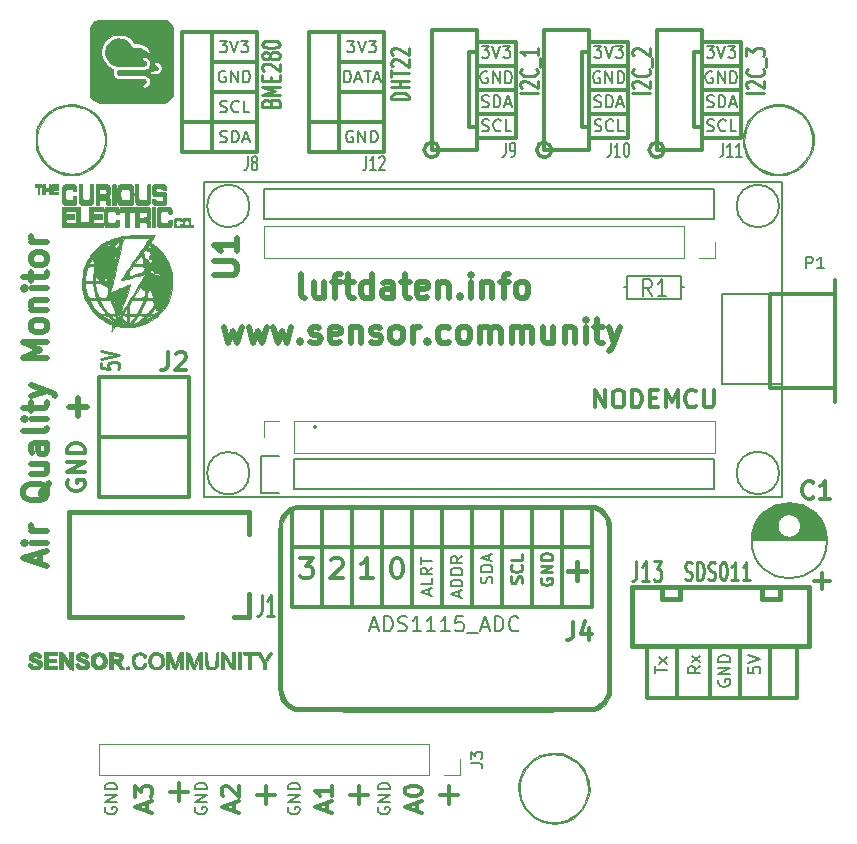
<source format=gbr>
G04 #@! TF.GenerationSoftware,KiCad,Pcbnew,(5.1.0)-1*
G04 #@! TF.CreationDate,2020-07-30T12:22:46+01:00*
G04 #@! TF.ProjectId,AirQualityLuftDaten,41697251-7561-46c6-9974-794c75667444,rev?*
G04 #@! TF.SameCoordinates,Original*
G04 #@! TF.FileFunction,Legend,Top*
G04 #@! TF.FilePolarity,Positive*
%FSLAX46Y46*%
G04 Gerber Fmt 4.6, Leading zero omitted, Abs format (unit mm)*
G04 Created by KiCad (PCBNEW (5.1.0)-1) date 2020-07-30 12:22:46*
%MOMM*%
%LPD*%
G04 APERTURE LIST*
%ADD10C,0.500000*%
%ADD11C,0.300000*%
%ADD12C,0.304800*%
%ADD13C,0.010000*%
%ADD14C,0.150000*%
%ADD15C,0.400000*%
%ADD16C,0.200000*%
%ADD17C,0.120000*%
%ADD18C,0.381000*%
%ADD19C,0.250000*%
%ADD20C,0.375000*%
%ADD21C,0.254000*%
%ADD22C,0.271780*%
%ADD23C,0.203200*%
G04 APERTURE END LIST*
D10*
X123573095Y-86566428D02*
X123954047Y-87899761D01*
X124335000Y-86947380D01*
X124715952Y-87899761D01*
X125096904Y-86566428D01*
X125668333Y-86566428D02*
X126049285Y-87899761D01*
X126430238Y-86947380D01*
X126811190Y-87899761D01*
X127192142Y-86566428D01*
X127763571Y-86566428D02*
X128144523Y-87899761D01*
X128525476Y-86947380D01*
X128906428Y-87899761D01*
X129287380Y-86566428D01*
X130049285Y-87709285D02*
X130144523Y-87804523D01*
X130049285Y-87899761D01*
X129954047Y-87804523D01*
X130049285Y-87709285D01*
X130049285Y-87899761D01*
X130906428Y-87804523D02*
X131096904Y-87899761D01*
X131477857Y-87899761D01*
X131668333Y-87804523D01*
X131763571Y-87614047D01*
X131763571Y-87518809D01*
X131668333Y-87328333D01*
X131477857Y-87233095D01*
X131192142Y-87233095D01*
X131001666Y-87137857D01*
X130906428Y-86947380D01*
X130906428Y-86852142D01*
X131001666Y-86661666D01*
X131192142Y-86566428D01*
X131477857Y-86566428D01*
X131668333Y-86661666D01*
X133382619Y-87804523D02*
X133192142Y-87899761D01*
X132811190Y-87899761D01*
X132620714Y-87804523D01*
X132525476Y-87614047D01*
X132525476Y-86852142D01*
X132620714Y-86661666D01*
X132811190Y-86566428D01*
X133192142Y-86566428D01*
X133382619Y-86661666D01*
X133477857Y-86852142D01*
X133477857Y-87042619D01*
X132525476Y-87233095D01*
X134335000Y-86566428D02*
X134335000Y-87899761D01*
X134335000Y-86756904D02*
X134430238Y-86661666D01*
X134620714Y-86566428D01*
X134906428Y-86566428D01*
X135096904Y-86661666D01*
X135192142Y-86852142D01*
X135192142Y-87899761D01*
X136049285Y-87804523D02*
X136239761Y-87899761D01*
X136620714Y-87899761D01*
X136811190Y-87804523D01*
X136906428Y-87614047D01*
X136906428Y-87518809D01*
X136811190Y-87328333D01*
X136620714Y-87233095D01*
X136335000Y-87233095D01*
X136144523Y-87137857D01*
X136049285Y-86947380D01*
X136049285Y-86852142D01*
X136144523Y-86661666D01*
X136335000Y-86566428D01*
X136620714Y-86566428D01*
X136811190Y-86661666D01*
X138049285Y-87899761D02*
X137858809Y-87804523D01*
X137763571Y-87709285D01*
X137668333Y-87518809D01*
X137668333Y-86947380D01*
X137763571Y-86756904D01*
X137858809Y-86661666D01*
X138049285Y-86566428D01*
X138335000Y-86566428D01*
X138525476Y-86661666D01*
X138620714Y-86756904D01*
X138715952Y-86947380D01*
X138715952Y-87518809D01*
X138620714Y-87709285D01*
X138525476Y-87804523D01*
X138335000Y-87899761D01*
X138049285Y-87899761D01*
X139573095Y-87899761D02*
X139573095Y-86566428D01*
X139573095Y-86947380D02*
X139668333Y-86756904D01*
X139763571Y-86661666D01*
X139954047Y-86566428D01*
X140144523Y-86566428D01*
X140811190Y-87709285D02*
X140906428Y-87804523D01*
X140811190Y-87899761D01*
X140715952Y-87804523D01*
X140811190Y-87709285D01*
X140811190Y-87899761D01*
X142620714Y-87804523D02*
X142430238Y-87899761D01*
X142049285Y-87899761D01*
X141858809Y-87804523D01*
X141763571Y-87709285D01*
X141668333Y-87518809D01*
X141668333Y-86947380D01*
X141763571Y-86756904D01*
X141858809Y-86661666D01*
X142049285Y-86566428D01*
X142430238Y-86566428D01*
X142620714Y-86661666D01*
X143763571Y-87899761D02*
X143573095Y-87804523D01*
X143477857Y-87709285D01*
X143382619Y-87518809D01*
X143382619Y-86947380D01*
X143477857Y-86756904D01*
X143573095Y-86661666D01*
X143763571Y-86566428D01*
X144049285Y-86566428D01*
X144239761Y-86661666D01*
X144335000Y-86756904D01*
X144430238Y-86947380D01*
X144430238Y-87518809D01*
X144335000Y-87709285D01*
X144239761Y-87804523D01*
X144049285Y-87899761D01*
X143763571Y-87899761D01*
X145287380Y-87899761D02*
X145287380Y-86566428D01*
X145287380Y-86756904D02*
X145382619Y-86661666D01*
X145573095Y-86566428D01*
X145858809Y-86566428D01*
X146049285Y-86661666D01*
X146144523Y-86852142D01*
X146144523Y-87899761D01*
X146144523Y-86852142D02*
X146239761Y-86661666D01*
X146430238Y-86566428D01*
X146715952Y-86566428D01*
X146906428Y-86661666D01*
X147001666Y-86852142D01*
X147001666Y-87899761D01*
X147954047Y-87899761D02*
X147954047Y-86566428D01*
X147954047Y-86756904D02*
X148049285Y-86661666D01*
X148239761Y-86566428D01*
X148525476Y-86566428D01*
X148715952Y-86661666D01*
X148811190Y-86852142D01*
X148811190Y-87899761D01*
X148811190Y-86852142D02*
X148906428Y-86661666D01*
X149096904Y-86566428D01*
X149382619Y-86566428D01*
X149573095Y-86661666D01*
X149668333Y-86852142D01*
X149668333Y-87899761D01*
X151477857Y-86566428D02*
X151477857Y-87899761D01*
X150620714Y-86566428D02*
X150620714Y-87614047D01*
X150715952Y-87804523D01*
X150906428Y-87899761D01*
X151192142Y-87899761D01*
X151382619Y-87804523D01*
X151477857Y-87709285D01*
X152430238Y-86566428D02*
X152430238Y-87899761D01*
X152430238Y-86756904D02*
X152525476Y-86661666D01*
X152715952Y-86566428D01*
X153001666Y-86566428D01*
X153192142Y-86661666D01*
X153287380Y-86852142D01*
X153287380Y-87899761D01*
X154239761Y-87899761D02*
X154239761Y-86566428D01*
X154239761Y-85899761D02*
X154144523Y-85995000D01*
X154239761Y-86090238D01*
X154335000Y-85995000D01*
X154239761Y-85899761D01*
X154239761Y-86090238D01*
X154906428Y-86566428D02*
X155668333Y-86566428D01*
X155192142Y-85899761D02*
X155192142Y-87614047D01*
X155287380Y-87804523D01*
X155477857Y-87899761D01*
X155668333Y-87899761D01*
X156144523Y-86566428D02*
X156620714Y-87899761D01*
X157096904Y-86566428D02*
X156620714Y-87899761D01*
X156430238Y-88375952D01*
X156335000Y-88471190D01*
X156144523Y-88566428D01*
X108029333Y-106646523D02*
X108029333Y-105694142D01*
X108600761Y-106837000D02*
X106600761Y-106170333D01*
X108600761Y-105503666D01*
X108600761Y-104837000D02*
X107267428Y-104837000D01*
X106600761Y-104837000D02*
X106696000Y-104932238D01*
X106791238Y-104837000D01*
X106696000Y-104741761D01*
X106600761Y-104837000D01*
X106791238Y-104837000D01*
X108600761Y-103884619D02*
X107267428Y-103884619D01*
X107648380Y-103884619D02*
X107457904Y-103789380D01*
X107362666Y-103694142D01*
X107267428Y-103503666D01*
X107267428Y-103313190D01*
X108791238Y-99789380D02*
X108696000Y-99979857D01*
X108505523Y-100170333D01*
X108219809Y-100456047D01*
X108124571Y-100646523D01*
X108124571Y-100837000D01*
X108600761Y-100741761D02*
X108505523Y-100932238D01*
X108315047Y-101122714D01*
X107934095Y-101217952D01*
X107267428Y-101217952D01*
X106886476Y-101122714D01*
X106696000Y-100932238D01*
X106600761Y-100741761D01*
X106600761Y-100360809D01*
X106696000Y-100170333D01*
X106886476Y-99979857D01*
X107267428Y-99884619D01*
X107934095Y-99884619D01*
X108315047Y-99979857D01*
X108505523Y-100170333D01*
X108600761Y-100360809D01*
X108600761Y-100741761D01*
X107267428Y-98170333D02*
X108600761Y-98170333D01*
X107267428Y-99027476D02*
X108315047Y-99027476D01*
X108505523Y-98932238D01*
X108600761Y-98741761D01*
X108600761Y-98456047D01*
X108505523Y-98265571D01*
X108410285Y-98170333D01*
X108600761Y-96360809D02*
X107553142Y-96360809D01*
X107362666Y-96456047D01*
X107267428Y-96646523D01*
X107267428Y-97027476D01*
X107362666Y-97217952D01*
X108505523Y-96360809D02*
X108600761Y-96551285D01*
X108600761Y-97027476D01*
X108505523Y-97217952D01*
X108315047Y-97313190D01*
X108124571Y-97313190D01*
X107934095Y-97217952D01*
X107838857Y-97027476D01*
X107838857Y-96551285D01*
X107743619Y-96360809D01*
X108600761Y-95122714D02*
X108505523Y-95313190D01*
X108315047Y-95408428D01*
X106600761Y-95408428D01*
X108600761Y-94360809D02*
X107267428Y-94360809D01*
X106600761Y-94360809D02*
X106696000Y-94456047D01*
X106791238Y-94360809D01*
X106696000Y-94265571D01*
X106600761Y-94360809D01*
X106791238Y-94360809D01*
X107267428Y-93694142D02*
X107267428Y-92932238D01*
X106600761Y-93408428D02*
X108315047Y-93408428D01*
X108505523Y-93313190D01*
X108600761Y-93122714D01*
X108600761Y-92932238D01*
X107267428Y-92456047D02*
X108600761Y-91979857D01*
X107267428Y-91503666D02*
X108600761Y-91979857D01*
X109076952Y-92170333D01*
X109172190Y-92265571D01*
X109267428Y-92456047D01*
X108600761Y-89217952D02*
X106600761Y-89217952D01*
X108029333Y-88551285D01*
X106600761Y-87884619D01*
X108600761Y-87884619D01*
X108600761Y-86646523D02*
X108505523Y-86837000D01*
X108410285Y-86932238D01*
X108219809Y-87027476D01*
X107648380Y-87027476D01*
X107457904Y-86932238D01*
X107362666Y-86837000D01*
X107267428Y-86646523D01*
X107267428Y-86360809D01*
X107362666Y-86170333D01*
X107457904Y-86075095D01*
X107648380Y-85979857D01*
X108219809Y-85979857D01*
X108410285Y-86075095D01*
X108505523Y-86170333D01*
X108600761Y-86360809D01*
X108600761Y-86646523D01*
X107267428Y-85122714D02*
X108600761Y-85122714D01*
X107457904Y-85122714D02*
X107362666Y-85027476D01*
X107267428Y-84837000D01*
X107267428Y-84551285D01*
X107362666Y-84360809D01*
X107553142Y-84265571D01*
X108600761Y-84265571D01*
X108600761Y-83313190D02*
X107267428Y-83313190D01*
X106600761Y-83313190D02*
X106696000Y-83408428D01*
X106791238Y-83313190D01*
X106696000Y-83217952D01*
X106600761Y-83313190D01*
X106791238Y-83313190D01*
X107267428Y-82646523D02*
X107267428Y-81884619D01*
X106600761Y-82360809D02*
X108315047Y-82360809D01*
X108505523Y-82265571D01*
X108600761Y-82075095D01*
X108600761Y-81884619D01*
X108600761Y-80932238D02*
X108505523Y-81122714D01*
X108410285Y-81217952D01*
X108219809Y-81313190D01*
X107648380Y-81313190D01*
X107457904Y-81217952D01*
X107362666Y-81122714D01*
X107267428Y-80932238D01*
X107267428Y-80646523D01*
X107362666Y-80456047D01*
X107457904Y-80360809D01*
X107648380Y-80265571D01*
X108219809Y-80265571D01*
X108410285Y-80360809D01*
X108505523Y-80456047D01*
X108600761Y-80646523D01*
X108600761Y-80932238D01*
X108600761Y-79408428D02*
X107267428Y-79408428D01*
X107648380Y-79408428D02*
X107457904Y-79313190D01*
X107362666Y-79217952D01*
X107267428Y-79027476D01*
X107267428Y-78837000D01*
X130414285Y-84089761D02*
X130223809Y-83994523D01*
X130128571Y-83804047D01*
X130128571Y-82089761D01*
X132033333Y-82756428D02*
X132033333Y-84089761D01*
X131176190Y-82756428D02*
X131176190Y-83804047D01*
X131271428Y-83994523D01*
X131461904Y-84089761D01*
X131747619Y-84089761D01*
X131938095Y-83994523D01*
X132033333Y-83899285D01*
X132700000Y-82756428D02*
X133461904Y-82756428D01*
X132985714Y-84089761D02*
X132985714Y-82375476D01*
X133080952Y-82185000D01*
X133271428Y-82089761D01*
X133461904Y-82089761D01*
X133842857Y-82756428D02*
X134604761Y-82756428D01*
X134128571Y-82089761D02*
X134128571Y-83804047D01*
X134223809Y-83994523D01*
X134414285Y-84089761D01*
X134604761Y-84089761D01*
X136128571Y-84089761D02*
X136128571Y-82089761D01*
X136128571Y-83994523D02*
X135938095Y-84089761D01*
X135557142Y-84089761D01*
X135366666Y-83994523D01*
X135271428Y-83899285D01*
X135176190Y-83708809D01*
X135176190Y-83137380D01*
X135271428Y-82946904D01*
X135366666Y-82851666D01*
X135557142Y-82756428D01*
X135938095Y-82756428D01*
X136128571Y-82851666D01*
X137938095Y-84089761D02*
X137938095Y-83042142D01*
X137842857Y-82851666D01*
X137652380Y-82756428D01*
X137271428Y-82756428D01*
X137080952Y-82851666D01*
X137938095Y-83994523D02*
X137747619Y-84089761D01*
X137271428Y-84089761D01*
X137080952Y-83994523D01*
X136985714Y-83804047D01*
X136985714Y-83613571D01*
X137080952Y-83423095D01*
X137271428Y-83327857D01*
X137747619Y-83327857D01*
X137938095Y-83232619D01*
X138604761Y-82756428D02*
X139366666Y-82756428D01*
X138890476Y-82089761D02*
X138890476Y-83804047D01*
X138985714Y-83994523D01*
X139176190Y-84089761D01*
X139366666Y-84089761D01*
X140795238Y-83994523D02*
X140604761Y-84089761D01*
X140223809Y-84089761D01*
X140033333Y-83994523D01*
X139938095Y-83804047D01*
X139938095Y-83042142D01*
X140033333Y-82851666D01*
X140223809Y-82756428D01*
X140604761Y-82756428D01*
X140795238Y-82851666D01*
X140890476Y-83042142D01*
X140890476Y-83232619D01*
X139938095Y-83423095D01*
X141747619Y-82756428D02*
X141747619Y-84089761D01*
X141747619Y-82946904D02*
X141842857Y-82851666D01*
X142033333Y-82756428D01*
X142319047Y-82756428D01*
X142509523Y-82851666D01*
X142604761Y-83042142D01*
X142604761Y-84089761D01*
X143557142Y-83899285D02*
X143652380Y-83994523D01*
X143557142Y-84089761D01*
X143461904Y-83994523D01*
X143557142Y-83899285D01*
X143557142Y-84089761D01*
X144509523Y-84089761D02*
X144509523Y-82756428D01*
X144509523Y-82089761D02*
X144414285Y-82185000D01*
X144509523Y-82280238D01*
X144604761Y-82185000D01*
X144509523Y-82089761D01*
X144509523Y-82280238D01*
X145461904Y-82756428D02*
X145461904Y-84089761D01*
X145461904Y-82946904D02*
X145557142Y-82851666D01*
X145747619Y-82756428D01*
X146033333Y-82756428D01*
X146223809Y-82851666D01*
X146319047Y-83042142D01*
X146319047Y-84089761D01*
X146985714Y-82756428D02*
X147747619Y-82756428D01*
X147271428Y-84089761D02*
X147271428Y-82375476D01*
X147366666Y-82185000D01*
X147557142Y-82089761D01*
X147747619Y-82089761D01*
X148700000Y-84089761D02*
X148509523Y-83994523D01*
X148414285Y-83899285D01*
X148319047Y-83708809D01*
X148319047Y-83137380D01*
X148414285Y-82946904D01*
X148509523Y-82851666D01*
X148700000Y-82756428D01*
X148985714Y-82756428D01*
X149176190Y-82851666D01*
X149271428Y-82946904D01*
X149366666Y-83137380D01*
X149366666Y-83708809D01*
X149271428Y-83899285D01*
X149176190Y-83994523D01*
X148985714Y-84089761D01*
X148700000Y-84089761D01*
D11*
X144595006Y-110244999D02*
X144595006Y-101989999D01*
X142055006Y-110244999D02*
X142055006Y-101989999D01*
X139515006Y-110244999D02*
X139515006Y-101989999D01*
X136975006Y-110244999D02*
X136975006Y-101989999D01*
X134435006Y-110244999D02*
X134435006Y-101989999D01*
X131895006Y-110244999D02*
X131926107Y-101989999D01*
X147135006Y-110244999D02*
X147135006Y-101989999D01*
X154755006Y-110244999D02*
X129355006Y-110244999D01*
X154755006Y-101989999D02*
X154755006Y-110244999D01*
D12*
X154755006Y-105164999D02*
X129355006Y-105164999D01*
X131260006Y-95004999D02*
X131260006Y-95004999D01*
D11*
X152215006Y-101989999D02*
X152215006Y-110244999D01*
X149675006Y-101989999D02*
X149675006Y-110244999D01*
D13*
G36*
X145657179Y-119133849D02*
G01*
X144584636Y-119133770D01*
X143433023Y-119133682D01*
X142287839Y-119133638D01*
X141058678Y-119133586D01*
X139911370Y-119133442D01*
X138843099Y-119133193D01*
X137851053Y-119132825D01*
X136932416Y-119132324D01*
X136084374Y-119131676D01*
X135304113Y-119130868D01*
X134588820Y-119129885D01*
X133935678Y-119128714D01*
X133341875Y-119127341D01*
X132804596Y-119125752D01*
X132321027Y-119123933D01*
X131888353Y-119121871D01*
X131503760Y-119119551D01*
X131164434Y-119116960D01*
X130867561Y-119114083D01*
X130610327Y-119110908D01*
X130389916Y-119107420D01*
X130203516Y-119103605D01*
X130048311Y-119099450D01*
X129921487Y-119094941D01*
X129820230Y-119090063D01*
X129741727Y-119084803D01*
X129683161Y-119079148D01*
X129641720Y-119073082D01*
X129633306Y-119071416D01*
X129279601Y-118954673D01*
X128958941Y-118766724D01*
X128681105Y-118517770D01*
X128455868Y-118218013D01*
X128293008Y-117877652D01*
X128215954Y-117592641D01*
X128209237Y-117522731D01*
X128203090Y-117388022D01*
X128197504Y-117186967D01*
X128192470Y-116918018D01*
X128187978Y-116579625D01*
X128184018Y-116170241D01*
X128180580Y-115688318D01*
X128177655Y-115132308D01*
X128175232Y-114500662D01*
X128173302Y-113791833D01*
X128171856Y-113004271D01*
X128170884Y-112136430D01*
X128170375Y-111186760D01*
X128170298Y-110332474D01*
X128170343Y-109410479D01*
X128170387Y-108569233D01*
X128170551Y-107804822D01*
X128170956Y-107113327D01*
X128171723Y-106490834D01*
X128172974Y-105933424D01*
X128174830Y-105437183D01*
X128177411Y-104998192D01*
X128180840Y-104612537D01*
X128185237Y-104276299D01*
X128190724Y-103985564D01*
X128197421Y-103736414D01*
X128205450Y-103524934D01*
X128214933Y-103347205D01*
X128225989Y-103199313D01*
X128238742Y-103077340D01*
X128253311Y-102977371D01*
X128269817Y-102895488D01*
X128288383Y-102827775D01*
X128309129Y-102770316D01*
X128332177Y-102719194D01*
X128357647Y-102670493D01*
X128385661Y-102620296D01*
X128410326Y-102575805D01*
X128605936Y-102297286D01*
X128864849Y-102049539D01*
X129167330Y-101846795D01*
X129493647Y-101703281D01*
X129691964Y-101651656D01*
X129760089Y-101646900D01*
X129912510Y-101642440D01*
X130148857Y-101638275D01*
X130468760Y-101634408D01*
X130871850Y-101630839D01*
X131357755Y-101627571D01*
X131926107Y-101624603D01*
X132576535Y-101621937D01*
X133308670Y-101619574D01*
X134122141Y-101617516D01*
X135016578Y-101615764D01*
X135991611Y-101614318D01*
X137046871Y-101613180D01*
X138181987Y-101612351D01*
X139396589Y-101611833D01*
X140690308Y-101611625D01*
X142062773Y-101611731D01*
X142325367Y-101611785D01*
X143557289Y-101612103D01*
X144707326Y-101612497D01*
X145778260Y-101612979D01*
X146772875Y-101613564D01*
X147693951Y-101614267D01*
X148544272Y-101615100D01*
X149326618Y-101616079D01*
X150043774Y-101617218D01*
X150698520Y-101618530D01*
X151293638Y-101620030D01*
X151831912Y-101621732D01*
X152316122Y-101623650D01*
X152749052Y-101625799D01*
X153133483Y-101628192D01*
X153472198Y-101630843D01*
X153767979Y-101633767D01*
X154023607Y-101636977D01*
X154241865Y-101640489D01*
X154425536Y-101644315D01*
X154577400Y-101648471D01*
X154700241Y-101652970D01*
X154796841Y-101657826D01*
X154869982Y-101663054D01*
X154922445Y-101668668D01*
X154957014Y-101674682D01*
X154962243Y-101675992D01*
X155319476Y-101813695D01*
X155639181Y-102019304D01*
X155911463Y-102282247D01*
X156126428Y-102591950D01*
X156274185Y-102937841D01*
X156321116Y-103128194D01*
X156326593Y-103199929D01*
X156331704Y-103350837D01*
X156336450Y-103575455D01*
X156340830Y-103868320D01*
X156344844Y-104223970D01*
X156348493Y-104636941D01*
X156351776Y-105101773D01*
X156354693Y-105613001D01*
X156357245Y-106165163D01*
X156359431Y-106752798D01*
X156361252Y-107370442D01*
X156362316Y-107840216D01*
X156024540Y-107840216D01*
X156024409Y-107148021D01*
X156023878Y-106524924D01*
X156022804Y-105967032D01*
X156021042Y-105470455D01*
X156018448Y-105031298D01*
X156014880Y-104645672D01*
X156010192Y-104309682D01*
X156004241Y-104019437D01*
X155996884Y-103771046D01*
X155987976Y-103560615D01*
X155977374Y-103384253D01*
X155964934Y-103238067D01*
X155950512Y-103118166D01*
X155933965Y-103020657D01*
X155915147Y-102941648D01*
X155893916Y-102877247D01*
X155870128Y-102823562D01*
X155843639Y-102776700D01*
X155814306Y-102732770D01*
X155781983Y-102687880D01*
X155746528Y-102638136D01*
X155737793Y-102625419D01*
X155534188Y-102390418D01*
X155277720Y-102192492D01*
X154995647Y-102051089D01*
X154882006Y-102014777D01*
X154850406Y-102008656D01*
X154801632Y-102002940D01*
X154732892Y-101997615D01*
X154641397Y-101992667D01*
X154524355Y-101988081D01*
X154378976Y-101983843D01*
X154202470Y-101979939D01*
X153992047Y-101976355D01*
X153744915Y-101973075D01*
X153458284Y-101970087D01*
X153129364Y-101967376D01*
X152755364Y-101964927D01*
X152333493Y-101962727D01*
X151860962Y-101960761D01*
X151334979Y-101959015D01*
X150752754Y-101957474D01*
X150111497Y-101956124D01*
X149408417Y-101954952D01*
X148640724Y-101953942D01*
X147805626Y-101953081D01*
X146900334Y-101952354D01*
X145922058Y-101951748D01*
X144868005Y-101951247D01*
X143735387Y-101950838D01*
X142521412Y-101950506D01*
X142286150Y-101950452D01*
X141063455Y-101950210D01*
X139922575Y-101950065D01*
X138860660Y-101950031D01*
X137874858Y-101950121D01*
X136962319Y-101950350D01*
X136120191Y-101950732D01*
X135345624Y-101951281D01*
X134635767Y-101952011D01*
X133987768Y-101952936D01*
X133398776Y-101954070D01*
X132865941Y-101955428D01*
X132386411Y-101957024D01*
X131957336Y-101958871D01*
X131575864Y-101960984D01*
X131239145Y-101963377D01*
X130944327Y-101966064D01*
X130688559Y-101969058D01*
X130468990Y-101972375D01*
X130282770Y-101976029D01*
X130127047Y-101980032D01*
X129998971Y-101984401D01*
X129895689Y-101989147D01*
X129814352Y-101994287D01*
X129752108Y-101999833D01*
X129706106Y-102005801D01*
X129673496Y-102012203D01*
X129670817Y-102012880D01*
X129427596Y-102101384D01*
X129189090Y-102232880D01*
X128984507Y-102389214D01*
X128873555Y-102508346D01*
X128796368Y-102625107D01*
X128708382Y-102780719D01*
X128647608Y-102901952D01*
X128529506Y-103154165D01*
X128516869Y-110202665D01*
X128515278Y-111189018D01*
X128514199Y-112093195D01*
X128513644Y-112917686D01*
X128513626Y-113664983D01*
X128514156Y-114337574D01*
X128515248Y-114937951D01*
X128516912Y-115468602D01*
X128519162Y-115932018D01*
X128522010Y-116330689D01*
X128525466Y-116667104D01*
X128529545Y-116943755D01*
X128534258Y-117163130D01*
X128539616Y-117327721D01*
X128545633Y-117440016D01*
X128552321Y-117502506D01*
X128552554Y-117503755D01*
X128660216Y-117856872D01*
X128837817Y-118162966D01*
X129082807Y-118418756D01*
X129392636Y-118620967D01*
X129439672Y-118644163D01*
X129714839Y-118775165D01*
X154818506Y-118775165D01*
X155102169Y-118640783D01*
X155421747Y-118446735D01*
X155676233Y-118199112D01*
X155863858Y-117900090D01*
X155981030Y-117559835D01*
X155986878Y-117491588D01*
X155992335Y-117340269D01*
X155997393Y-117107472D01*
X156002042Y-116794792D01*
X156006272Y-116403821D01*
X156010075Y-115936154D01*
X156013440Y-115393385D01*
X156016358Y-114777109D01*
X156018819Y-114088918D01*
X156020815Y-113330406D01*
X156022335Y-112503169D01*
X156023370Y-111608800D01*
X156023910Y-110648892D01*
X156023971Y-110370310D01*
X156024177Y-109447468D01*
X156024415Y-108605401D01*
X156024540Y-107840216D01*
X156362316Y-107840216D01*
X156362707Y-108012632D01*
X156363797Y-108673906D01*
X156364522Y-109348803D01*
X156364881Y-110031858D01*
X156364875Y-110717609D01*
X156364504Y-111400595D01*
X156363767Y-112075352D01*
X156362666Y-112736417D01*
X156361199Y-113378329D01*
X156359367Y-113995625D01*
X156357170Y-114582841D01*
X156354608Y-115134516D01*
X156351681Y-115645187D01*
X156348389Y-116109392D01*
X156344732Y-116521667D01*
X156340710Y-116876550D01*
X156336324Y-117168580D01*
X156331572Y-117392292D01*
X156326456Y-117542225D01*
X156321015Y-117612707D01*
X156219710Y-117943849D01*
X156050667Y-118262953D01*
X155828115Y-118550286D01*
X155566283Y-118786115D01*
X155396866Y-118894346D01*
X155356253Y-118917548D01*
X155320643Y-118939207D01*
X155287137Y-118959375D01*
X155252836Y-118978105D01*
X155214842Y-118995450D01*
X155170254Y-119011464D01*
X155116174Y-119026198D01*
X155049702Y-119039706D01*
X154967941Y-119052041D01*
X154867990Y-119063255D01*
X154746950Y-119073402D01*
X154601924Y-119082535D01*
X154430010Y-119090706D01*
X154228311Y-119097968D01*
X153993927Y-119104374D01*
X153723960Y-119109978D01*
X153415509Y-119114832D01*
X153065677Y-119118989D01*
X152671563Y-119122502D01*
X152230270Y-119125423D01*
X151738897Y-119127807D01*
X151194546Y-119129705D01*
X150594318Y-119131171D01*
X149935314Y-119132257D01*
X149214634Y-119133017D01*
X148429380Y-119133503D01*
X147576652Y-119133768D01*
X146653551Y-119133866D01*
X145657179Y-119133849D01*
X145657179Y-119133849D01*
G37*
X145657179Y-119133849D02*
X144584636Y-119133770D01*
X143433023Y-119133682D01*
X142287839Y-119133638D01*
X141058678Y-119133586D01*
X139911370Y-119133442D01*
X138843099Y-119133193D01*
X137851053Y-119132825D01*
X136932416Y-119132324D01*
X136084374Y-119131676D01*
X135304113Y-119130868D01*
X134588820Y-119129885D01*
X133935678Y-119128714D01*
X133341875Y-119127341D01*
X132804596Y-119125752D01*
X132321027Y-119123933D01*
X131888353Y-119121871D01*
X131503760Y-119119551D01*
X131164434Y-119116960D01*
X130867561Y-119114083D01*
X130610327Y-119110908D01*
X130389916Y-119107420D01*
X130203516Y-119103605D01*
X130048311Y-119099450D01*
X129921487Y-119094941D01*
X129820230Y-119090063D01*
X129741727Y-119084803D01*
X129683161Y-119079148D01*
X129641720Y-119073082D01*
X129633306Y-119071416D01*
X129279601Y-118954673D01*
X128958941Y-118766724D01*
X128681105Y-118517770D01*
X128455868Y-118218013D01*
X128293008Y-117877652D01*
X128215954Y-117592641D01*
X128209237Y-117522731D01*
X128203090Y-117388022D01*
X128197504Y-117186967D01*
X128192470Y-116918018D01*
X128187978Y-116579625D01*
X128184018Y-116170241D01*
X128180580Y-115688318D01*
X128177655Y-115132308D01*
X128175232Y-114500662D01*
X128173302Y-113791833D01*
X128171856Y-113004271D01*
X128170884Y-112136430D01*
X128170375Y-111186760D01*
X128170298Y-110332474D01*
X128170343Y-109410479D01*
X128170387Y-108569233D01*
X128170551Y-107804822D01*
X128170956Y-107113327D01*
X128171723Y-106490834D01*
X128172974Y-105933424D01*
X128174830Y-105437183D01*
X128177411Y-104998192D01*
X128180840Y-104612537D01*
X128185237Y-104276299D01*
X128190724Y-103985564D01*
X128197421Y-103736414D01*
X128205450Y-103524934D01*
X128214933Y-103347205D01*
X128225989Y-103199313D01*
X128238742Y-103077340D01*
X128253311Y-102977371D01*
X128269817Y-102895488D01*
X128288383Y-102827775D01*
X128309129Y-102770316D01*
X128332177Y-102719194D01*
X128357647Y-102670493D01*
X128385661Y-102620296D01*
X128410326Y-102575805D01*
X128605936Y-102297286D01*
X128864849Y-102049539D01*
X129167330Y-101846795D01*
X129493647Y-101703281D01*
X129691964Y-101651656D01*
X129760089Y-101646900D01*
X129912510Y-101642440D01*
X130148857Y-101638275D01*
X130468760Y-101634408D01*
X130871850Y-101630839D01*
X131357755Y-101627571D01*
X131926107Y-101624603D01*
X132576535Y-101621937D01*
X133308670Y-101619574D01*
X134122141Y-101617516D01*
X135016578Y-101615764D01*
X135991611Y-101614318D01*
X137046871Y-101613180D01*
X138181987Y-101612351D01*
X139396589Y-101611833D01*
X140690308Y-101611625D01*
X142062773Y-101611731D01*
X142325367Y-101611785D01*
X143557289Y-101612103D01*
X144707326Y-101612497D01*
X145778260Y-101612979D01*
X146772875Y-101613564D01*
X147693951Y-101614267D01*
X148544272Y-101615100D01*
X149326618Y-101616079D01*
X150043774Y-101617218D01*
X150698520Y-101618530D01*
X151293638Y-101620030D01*
X151831912Y-101621732D01*
X152316122Y-101623650D01*
X152749052Y-101625799D01*
X153133483Y-101628192D01*
X153472198Y-101630843D01*
X153767979Y-101633767D01*
X154023607Y-101636977D01*
X154241865Y-101640489D01*
X154425536Y-101644315D01*
X154577400Y-101648471D01*
X154700241Y-101652970D01*
X154796841Y-101657826D01*
X154869982Y-101663054D01*
X154922445Y-101668668D01*
X154957014Y-101674682D01*
X154962243Y-101675992D01*
X155319476Y-101813695D01*
X155639181Y-102019304D01*
X155911463Y-102282247D01*
X156126428Y-102591950D01*
X156274185Y-102937841D01*
X156321116Y-103128194D01*
X156326593Y-103199929D01*
X156331704Y-103350837D01*
X156336450Y-103575455D01*
X156340830Y-103868320D01*
X156344844Y-104223970D01*
X156348493Y-104636941D01*
X156351776Y-105101773D01*
X156354693Y-105613001D01*
X156357245Y-106165163D01*
X156359431Y-106752798D01*
X156361252Y-107370442D01*
X156362316Y-107840216D01*
X156024540Y-107840216D01*
X156024409Y-107148021D01*
X156023878Y-106524924D01*
X156022804Y-105967032D01*
X156021042Y-105470455D01*
X156018448Y-105031298D01*
X156014880Y-104645672D01*
X156010192Y-104309682D01*
X156004241Y-104019437D01*
X155996884Y-103771046D01*
X155987976Y-103560615D01*
X155977374Y-103384253D01*
X155964934Y-103238067D01*
X155950512Y-103118166D01*
X155933965Y-103020657D01*
X155915147Y-102941648D01*
X155893916Y-102877247D01*
X155870128Y-102823562D01*
X155843639Y-102776700D01*
X155814306Y-102732770D01*
X155781983Y-102687880D01*
X155746528Y-102638136D01*
X155737793Y-102625419D01*
X155534188Y-102390418D01*
X155277720Y-102192492D01*
X154995647Y-102051089D01*
X154882006Y-102014777D01*
X154850406Y-102008656D01*
X154801632Y-102002940D01*
X154732892Y-101997615D01*
X154641397Y-101992667D01*
X154524355Y-101988081D01*
X154378976Y-101983843D01*
X154202470Y-101979939D01*
X153992047Y-101976355D01*
X153744915Y-101973075D01*
X153458284Y-101970087D01*
X153129364Y-101967376D01*
X152755364Y-101964927D01*
X152333493Y-101962727D01*
X151860962Y-101960761D01*
X151334979Y-101959015D01*
X150752754Y-101957474D01*
X150111497Y-101956124D01*
X149408417Y-101954952D01*
X148640724Y-101953942D01*
X147805626Y-101953081D01*
X146900334Y-101952354D01*
X145922058Y-101951748D01*
X144868005Y-101951247D01*
X143735387Y-101950838D01*
X142521412Y-101950506D01*
X142286150Y-101950452D01*
X141063455Y-101950210D01*
X139922575Y-101950065D01*
X138860660Y-101950031D01*
X137874858Y-101950121D01*
X136962319Y-101950350D01*
X136120191Y-101950732D01*
X135345624Y-101951281D01*
X134635767Y-101952011D01*
X133987768Y-101952936D01*
X133398776Y-101954070D01*
X132865941Y-101955428D01*
X132386411Y-101957024D01*
X131957336Y-101958871D01*
X131575864Y-101960984D01*
X131239145Y-101963377D01*
X130944327Y-101966064D01*
X130688559Y-101969058D01*
X130468990Y-101972375D01*
X130282770Y-101976029D01*
X130127047Y-101980032D01*
X129998971Y-101984401D01*
X129895689Y-101989147D01*
X129814352Y-101994287D01*
X129752108Y-101999833D01*
X129706106Y-102005801D01*
X129673496Y-102012203D01*
X129670817Y-102012880D01*
X129427596Y-102101384D01*
X129189090Y-102232880D01*
X128984507Y-102389214D01*
X128873555Y-102508346D01*
X128796368Y-102625107D01*
X128708382Y-102780719D01*
X128647608Y-102901952D01*
X128529506Y-103154165D01*
X128516869Y-110202665D01*
X128515278Y-111189018D01*
X128514199Y-112093195D01*
X128513644Y-112917686D01*
X128513626Y-113664983D01*
X128514156Y-114337574D01*
X128515248Y-114937951D01*
X128516912Y-115468602D01*
X128519162Y-115932018D01*
X128522010Y-116330689D01*
X128525466Y-116667104D01*
X128529545Y-116943755D01*
X128534258Y-117163130D01*
X128539616Y-117327721D01*
X128545633Y-117440016D01*
X128552321Y-117502506D01*
X128552554Y-117503755D01*
X128660216Y-117856872D01*
X128837817Y-118162966D01*
X129082807Y-118418756D01*
X129392636Y-118620967D01*
X129439672Y-118644163D01*
X129714839Y-118775165D01*
X154818506Y-118775165D01*
X155102169Y-118640783D01*
X155421747Y-118446735D01*
X155676233Y-118199112D01*
X155863858Y-117900090D01*
X155981030Y-117559835D01*
X155986878Y-117491588D01*
X155992335Y-117340269D01*
X155997393Y-117107472D01*
X156002042Y-116794792D01*
X156006272Y-116403821D01*
X156010075Y-115936154D01*
X156013440Y-115393385D01*
X156016358Y-114777109D01*
X156018819Y-114088918D01*
X156020815Y-113330406D01*
X156022335Y-112503169D01*
X156023370Y-111608800D01*
X156023910Y-110648892D01*
X156023971Y-110370310D01*
X156024177Y-109447468D01*
X156024415Y-108605401D01*
X156024540Y-107840216D01*
X156362316Y-107840216D01*
X156362707Y-108012632D01*
X156363797Y-108673906D01*
X156364522Y-109348803D01*
X156364881Y-110031858D01*
X156364875Y-110717609D01*
X156364504Y-111400595D01*
X156363767Y-112075352D01*
X156362666Y-112736417D01*
X156361199Y-113378329D01*
X156359367Y-113995625D01*
X156357170Y-114582841D01*
X156354608Y-115134516D01*
X156351681Y-115645187D01*
X156348389Y-116109392D01*
X156344732Y-116521667D01*
X156340710Y-116876550D01*
X156336324Y-117168580D01*
X156331572Y-117392292D01*
X156326456Y-117542225D01*
X156321015Y-117612707D01*
X156219710Y-117943849D01*
X156050667Y-118262953D01*
X155828115Y-118550286D01*
X155566283Y-118786115D01*
X155396866Y-118894346D01*
X155356253Y-118917548D01*
X155320643Y-118939207D01*
X155287137Y-118959375D01*
X155252836Y-118978105D01*
X155214842Y-118995450D01*
X155170254Y-119011464D01*
X155116174Y-119026198D01*
X155049702Y-119039706D01*
X154967941Y-119052041D01*
X154867990Y-119063255D01*
X154746950Y-119073402D01*
X154601924Y-119082535D01*
X154430010Y-119090706D01*
X154228311Y-119097968D01*
X153993927Y-119104374D01*
X153723960Y-119109978D01*
X153415509Y-119114832D01*
X153065677Y-119118989D01*
X152671563Y-119122502D01*
X152230270Y-119125423D01*
X151738897Y-119127807D01*
X151194546Y-119129705D01*
X150594318Y-119131171D01*
X149935314Y-119132257D01*
X149214634Y-119133017D01*
X148429380Y-119133503D01*
X147576652Y-119133768D01*
X146653551Y-119133866D01*
X145657179Y-119133849D01*
D11*
X129355006Y-101989999D02*
X129355006Y-110244999D01*
D13*
G36*
X152195094Y-122679025D02*
G01*
X152646897Y-122817688D01*
X153064315Y-123030644D01*
X153455578Y-123321618D01*
X153631932Y-123485552D01*
X153945021Y-123833670D01*
X154183482Y-124190107D01*
X154356368Y-124573100D01*
X154472730Y-125000886D01*
X154516778Y-125268310D01*
X154538549Y-125742440D01*
X154481323Y-126209665D01*
X154350740Y-126660883D01*
X154152439Y-127086996D01*
X153892062Y-127478902D01*
X153575248Y-127827502D01*
X153207639Y-128123694D01*
X152794874Y-128358379D01*
X152536845Y-128462782D01*
X152062612Y-128590382D01*
X151592506Y-128638608D01*
X151106885Y-128609346D01*
X151068013Y-128603894D01*
X150592866Y-128493801D01*
X150152031Y-128311205D01*
X149751295Y-128063319D01*
X149396446Y-127757356D01*
X149093271Y-127400531D01*
X148847559Y-127000057D01*
X148665097Y-126563148D01*
X148551673Y-126097017D01*
X148520665Y-125704874D01*
X148650495Y-125704874D01*
X148668662Y-125929214D01*
X148769219Y-126418620D01*
X148943701Y-126872301D01*
X149186667Y-127284008D01*
X149492673Y-127647495D01*
X149856275Y-127956513D01*
X150272031Y-128204814D01*
X150734496Y-128386150D01*
X150833667Y-128414245D01*
X151080673Y-128458139D01*
X151378055Y-128477624D01*
X151695223Y-128473048D01*
X152001588Y-128444756D01*
X152247199Y-128398186D01*
X152626813Y-128274532D01*
X152966689Y-128103237D01*
X153287992Y-127871872D01*
X153544860Y-127636202D01*
X153868986Y-127262882D01*
X154112535Y-126867903D01*
X154278230Y-126444765D01*
X154368792Y-125986968D01*
X154389041Y-125620355D01*
X154354681Y-125140495D01*
X154247917Y-124698605D01*
X154065668Y-124287342D01*
X153804852Y-123899360D01*
X153545093Y-123608373D01*
X153366735Y-123434438D01*
X153217084Y-123305952D01*
X153070016Y-123203850D01*
X152899409Y-123109066D01*
X152781000Y-123050710D01*
X152458574Y-122910595D01*
X152166447Y-122819490D01*
X151871883Y-122769882D01*
X151542146Y-122754258D01*
X151489834Y-122754365D01*
X151017679Y-122797454D01*
X150570730Y-122915242D01*
X150155218Y-123100712D01*
X149777378Y-123346849D01*
X149443441Y-123646640D01*
X149159643Y-123993070D01*
X148932216Y-124379122D01*
X148767393Y-124797784D01*
X148671409Y-125242039D01*
X148650495Y-125704874D01*
X148520665Y-125704874D01*
X148513074Y-125608879D01*
X148518766Y-125426585D01*
X148588590Y-124938593D01*
X148732496Y-124480490D01*
X148943687Y-124058290D01*
X149215367Y-123678008D01*
X149540738Y-123345658D01*
X149913004Y-123067254D01*
X150325370Y-122848811D01*
X150771037Y-122696342D01*
X151243211Y-122615862D01*
X151700679Y-122610927D01*
X152195094Y-122679025D01*
X152195094Y-122679025D01*
G37*
X152195094Y-122679025D02*
X152646897Y-122817688D01*
X153064315Y-123030644D01*
X153455578Y-123321618D01*
X153631932Y-123485552D01*
X153945021Y-123833670D01*
X154183482Y-124190107D01*
X154356368Y-124573100D01*
X154472730Y-125000886D01*
X154516778Y-125268310D01*
X154538549Y-125742440D01*
X154481323Y-126209665D01*
X154350740Y-126660883D01*
X154152439Y-127086996D01*
X153892062Y-127478902D01*
X153575248Y-127827502D01*
X153207639Y-128123694D01*
X152794874Y-128358379D01*
X152536845Y-128462782D01*
X152062612Y-128590382D01*
X151592506Y-128638608D01*
X151106885Y-128609346D01*
X151068013Y-128603894D01*
X150592866Y-128493801D01*
X150152031Y-128311205D01*
X149751295Y-128063319D01*
X149396446Y-127757356D01*
X149093271Y-127400531D01*
X148847559Y-127000057D01*
X148665097Y-126563148D01*
X148551673Y-126097017D01*
X148520665Y-125704874D01*
X148650495Y-125704874D01*
X148668662Y-125929214D01*
X148769219Y-126418620D01*
X148943701Y-126872301D01*
X149186667Y-127284008D01*
X149492673Y-127647495D01*
X149856275Y-127956513D01*
X150272031Y-128204814D01*
X150734496Y-128386150D01*
X150833667Y-128414245D01*
X151080673Y-128458139D01*
X151378055Y-128477624D01*
X151695223Y-128473048D01*
X152001588Y-128444756D01*
X152247199Y-128398186D01*
X152626813Y-128274532D01*
X152966689Y-128103237D01*
X153287992Y-127871872D01*
X153544860Y-127636202D01*
X153868986Y-127262882D01*
X154112535Y-126867903D01*
X154278230Y-126444765D01*
X154368792Y-125986968D01*
X154389041Y-125620355D01*
X154354681Y-125140495D01*
X154247917Y-124698605D01*
X154065668Y-124287342D01*
X153804852Y-123899360D01*
X153545093Y-123608373D01*
X153366735Y-123434438D01*
X153217084Y-123305952D01*
X153070016Y-123203850D01*
X152899409Y-123109066D01*
X152781000Y-123050710D01*
X152458574Y-122910595D01*
X152166447Y-122819490D01*
X151871883Y-122769882D01*
X151542146Y-122754258D01*
X151489834Y-122754365D01*
X151017679Y-122797454D01*
X150570730Y-122915242D01*
X150155218Y-123100712D01*
X149777378Y-123346849D01*
X149443441Y-123646640D01*
X149159643Y-123993070D01*
X148932216Y-124379122D01*
X148767393Y-124797784D01*
X148671409Y-125242039D01*
X148650495Y-125704874D01*
X148520665Y-125704874D01*
X148513074Y-125608879D01*
X148518766Y-125426585D01*
X148588590Y-124938593D01*
X148732496Y-124480490D01*
X148943687Y-124058290D01*
X149215367Y-123678008D01*
X149540738Y-123345658D01*
X149913004Y-123067254D01*
X150325370Y-122848811D01*
X150771037Y-122696342D01*
X151243211Y-122615862D01*
X151700679Y-122610927D01*
X152195094Y-122679025D01*
G36*
X110996448Y-67733121D02*
G01*
X111494709Y-67841105D01*
X111956803Y-68021154D01*
X112376103Y-68268601D01*
X112745985Y-68578776D01*
X113059822Y-68947010D01*
X113307530Y-69361556D01*
X113448306Y-69672485D01*
X113543349Y-69948349D01*
X113600100Y-70219971D01*
X113625996Y-70518176D01*
X113629750Y-70696667D01*
X113612660Y-71101792D01*
X113552600Y-71462137D01*
X113442405Y-71809648D01*
X113316393Y-72093667D01*
X113220424Y-72275151D01*
X113118580Y-72431981D01*
X112993100Y-72587710D01*
X112826229Y-72765890D01*
X112756834Y-72835845D01*
X112462292Y-73105634D01*
X112174440Y-73313535D01*
X111867047Y-73475661D01*
X111513882Y-73608130D01*
X111484834Y-73617314D01*
X111250868Y-73671484D01*
X110964858Y-73709249D01*
X110658167Y-73728763D01*
X110362154Y-73728184D01*
X110108183Y-73705664D01*
X110075343Y-73700225D01*
X109614831Y-73575924D01*
X109180844Y-73376477D01*
X108782001Y-73109487D01*
X108426921Y-72782559D01*
X108124224Y-72403299D01*
X107882528Y-71979310D01*
X107750638Y-71649167D01*
X107702950Y-71495624D01*
X107670629Y-71358484D01*
X107650663Y-71213969D01*
X107640038Y-71038300D01*
X107635741Y-70807700D01*
X107635304Y-70739000D01*
X107635758Y-70707023D01*
X107760707Y-70707023D01*
X107780961Y-71078150D01*
X107839045Y-71422560D01*
X107879078Y-71565393D01*
X108069273Y-72020904D01*
X108322361Y-72427423D01*
X108630648Y-72780659D01*
X108986443Y-73076320D01*
X109382054Y-73310113D01*
X109809788Y-73477746D01*
X110261953Y-73574928D01*
X110730858Y-73597366D01*
X111208808Y-73540768D01*
X111357834Y-73506445D01*
X111754078Y-73364817D01*
X112139642Y-73152752D01*
X112498569Y-72883275D01*
X112814906Y-72569414D01*
X113072697Y-72224195D01*
X113191877Y-72009000D01*
X113340533Y-71663548D01*
X113434726Y-71345182D01*
X113481060Y-71022339D01*
X113486135Y-70663457D01*
X113484086Y-70612000D01*
X113421570Y-70115837D01*
X113282961Y-69651589D01*
X113072805Y-69225373D01*
X112795648Y-68843302D01*
X112456037Y-68511493D01*
X112058519Y-68236060D01*
X111607639Y-68023118D01*
X111541332Y-67998928D01*
X111222891Y-67916354D01*
X110859921Y-67870871D01*
X110484794Y-67864150D01*
X110129881Y-67897862D01*
X110013952Y-67920072D01*
X109553445Y-68064679D01*
X109128154Y-68282027D01*
X108745622Y-68564842D01*
X108413393Y-68905846D01*
X108139010Y-69297766D01*
X107930016Y-69733326D01*
X107837327Y-70019334D01*
X107779193Y-70342858D01*
X107760707Y-70707023D01*
X107635758Y-70707023D01*
X107639768Y-70425116D01*
X107660188Y-70169535D01*
X107701930Y-69946560D01*
X107770360Y-69730492D01*
X107870845Y-69495633D01*
X107913618Y-69406209D01*
X108164087Y-68984340D01*
X108474551Y-68614066D01*
X108836043Y-68300254D01*
X109239598Y-68047768D01*
X109676250Y-67861475D01*
X110137033Y-67746241D01*
X110612980Y-67706932D01*
X110996448Y-67733121D01*
X110996448Y-67733121D01*
G37*
X110996448Y-67733121D02*
X111494709Y-67841105D01*
X111956803Y-68021154D01*
X112376103Y-68268601D01*
X112745985Y-68578776D01*
X113059822Y-68947010D01*
X113307530Y-69361556D01*
X113448306Y-69672485D01*
X113543349Y-69948349D01*
X113600100Y-70219971D01*
X113625996Y-70518176D01*
X113629750Y-70696667D01*
X113612660Y-71101792D01*
X113552600Y-71462137D01*
X113442405Y-71809648D01*
X113316393Y-72093667D01*
X113220424Y-72275151D01*
X113118580Y-72431981D01*
X112993100Y-72587710D01*
X112826229Y-72765890D01*
X112756834Y-72835845D01*
X112462292Y-73105634D01*
X112174440Y-73313535D01*
X111867047Y-73475661D01*
X111513882Y-73608130D01*
X111484834Y-73617314D01*
X111250868Y-73671484D01*
X110964858Y-73709249D01*
X110658167Y-73728763D01*
X110362154Y-73728184D01*
X110108183Y-73705664D01*
X110075343Y-73700225D01*
X109614831Y-73575924D01*
X109180844Y-73376477D01*
X108782001Y-73109487D01*
X108426921Y-72782559D01*
X108124224Y-72403299D01*
X107882528Y-71979310D01*
X107750638Y-71649167D01*
X107702950Y-71495624D01*
X107670629Y-71358484D01*
X107650663Y-71213969D01*
X107640038Y-71038300D01*
X107635741Y-70807700D01*
X107635304Y-70739000D01*
X107635758Y-70707023D01*
X107760707Y-70707023D01*
X107780961Y-71078150D01*
X107839045Y-71422560D01*
X107879078Y-71565393D01*
X108069273Y-72020904D01*
X108322361Y-72427423D01*
X108630648Y-72780659D01*
X108986443Y-73076320D01*
X109382054Y-73310113D01*
X109809788Y-73477746D01*
X110261953Y-73574928D01*
X110730858Y-73597366D01*
X111208808Y-73540768D01*
X111357834Y-73506445D01*
X111754078Y-73364817D01*
X112139642Y-73152752D01*
X112498569Y-72883275D01*
X112814906Y-72569414D01*
X113072697Y-72224195D01*
X113191877Y-72009000D01*
X113340533Y-71663548D01*
X113434726Y-71345182D01*
X113481060Y-71022339D01*
X113486135Y-70663457D01*
X113484086Y-70612000D01*
X113421570Y-70115837D01*
X113282961Y-69651589D01*
X113072805Y-69225373D01*
X112795648Y-68843302D01*
X112456037Y-68511493D01*
X112058519Y-68236060D01*
X111607639Y-68023118D01*
X111541332Y-67998928D01*
X111222891Y-67916354D01*
X110859921Y-67870871D01*
X110484794Y-67864150D01*
X110129881Y-67897862D01*
X110013952Y-67920072D01*
X109553445Y-68064679D01*
X109128154Y-68282027D01*
X108745622Y-68564842D01*
X108413393Y-68905846D01*
X108139010Y-69297766D01*
X107930016Y-69733326D01*
X107837327Y-70019334D01*
X107779193Y-70342858D01*
X107760707Y-70707023D01*
X107635758Y-70707023D01*
X107639768Y-70425116D01*
X107660188Y-70169535D01*
X107701930Y-69946560D01*
X107770360Y-69730492D01*
X107870845Y-69495633D01*
X107913618Y-69406209D01*
X108164087Y-68984340D01*
X108474551Y-68614066D01*
X108836043Y-68300254D01*
X109239598Y-68047768D01*
X109676250Y-67861475D01*
X110137033Y-67746241D01*
X110612980Y-67706932D01*
X110996448Y-67733121D01*
G36*
X170883546Y-67734272D02*
G01*
X171206852Y-67786136D01*
X171522933Y-67882172D01*
X171852167Y-68023550D01*
X172264905Y-68266101D01*
X172634012Y-68575140D01*
X172951043Y-68940146D01*
X173207553Y-69350598D01*
X173395096Y-69795976D01*
X173459893Y-70026461D01*
X173505692Y-70315824D01*
X173523020Y-70650446D01*
X173512323Y-70996013D01*
X173474050Y-71318209D01*
X173441001Y-71474616D01*
X173279333Y-71940152D01*
X173045278Y-72368877D01*
X172745825Y-72753439D01*
X172387963Y-73086482D01*
X171978684Y-73360654D01*
X171524977Y-73568601D01*
X171414722Y-73606401D01*
X171153142Y-73669555D01*
X170842289Y-73712122D01*
X170515540Y-73731893D01*
X170206270Y-73726656D01*
X169983697Y-73701187D01*
X169520860Y-73578338D01*
X169089000Y-73380537D01*
X168682633Y-73104818D01*
X168380578Y-72834500D01*
X168065161Y-72474730D01*
X167826186Y-72094758D01*
X167658905Y-71683658D01*
X167558569Y-71230501D01*
X167524779Y-70864932D01*
X167523547Y-70827041D01*
X167646260Y-70827041D01*
X167700790Y-71284759D01*
X167832306Y-71729953D01*
X168040200Y-72154962D01*
X168323863Y-72552126D01*
X168506439Y-72750434D01*
X168884864Y-73071223D01*
X169299997Y-73318839D01*
X169743988Y-73491016D01*
X170208992Y-73585488D01*
X170687158Y-73599989D01*
X171170641Y-73532254D01*
X171194918Y-73526643D01*
X171316385Y-73488584D01*
X171486349Y-73423152D01*
X171677729Y-73341146D01*
X171788667Y-73289864D01*
X171994382Y-73185776D01*
X172158931Y-73084513D01*
X172311333Y-72965217D01*
X172480605Y-72807030D01*
X172533222Y-72754688D01*
X172853690Y-72387199D01*
X173094617Y-72003556D01*
X173260972Y-71592719D01*
X173357728Y-71143651D01*
X173383661Y-70866000D01*
X173380863Y-70457060D01*
X173321010Y-70077904D01*
X173198228Y-69700717D01*
X173084070Y-69447834D01*
X172831578Y-69030321D01*
X172515051Y-68664634D01*
X172142047Y-68357405D01*
X171720126Y-68115266D01*
X171432663Y-67999144D01*
X171285736Y-67951169D01*
X171158966Y-67918372D01*
X171030040Y-67897988D01*
X170876646Y-67887254D01*
X170676472Y-67883408D01*
X170497500Y-67883331D01*
X170253311Y-67885425D01*
X170072498Y-67891837D01*
X169933784Y-67905388D01*
X169815890Y-67928900D01*
X169697541Y-67965192D01*
X169594109Y-68003092D01*
X169124384Y-68219508D01*
X168720820Y-68487589D01*
X168381358Y-68808853D01*
X168210190Y-69024126D01*
X167950682Y-69455340D01*
X167770598Y-69904671D01*
X167669326Y-70364458D01*
X167646260Y-70827041D01*
X167523547Y-70827041D01*
X167516903Y-70622847D01*
X167520769Y-70434242D01*
X167538816Y-70268445D01*
X167573478Y-70094783D01*
X167592035Y-70018265D01*
X167755617Y-69528752D01*
X167987731Y-69087102D01*
X168285373Y-68697019D01*
X168645537Y-68362205D01*
X169065217Y-68086363D01*
X169227500Y-68003535D01*
X169571997Y-67860375D01*
X169903598Y-67770506D01*
X170256380Y-67726409D01*
X170518667Y-67718729D01*
X170883546Y-67734272D01*
X170883546Y-67734272D01*
G37*
X170883546Y-67734272D02*
X171206852Y-67786136D01*
X171522933Y-67882172D01*
X171852167Y-68023550D01*
X172264905Y-68266101D01*
X172634012Y-68575140D01*
X172951043Y-68940146D01*
X173207553Y-69350598D01*
X173395096Y-69795976D01*
X173459893Y-70026461D01*
X173505692Y-70315824D01*
X173523020Y-70650446D01*
X173512323Y-70996013D01*
X173474050Y-71318209D01*
X173441001Y-71474616D01*
X173279333Y-71940152D01*
X173045278Y-72368877D01*
X172745825Y-72753439D01*
X172387963Y-73086482D01*
X171978684Y-73360654D01*
X171524977Y-73568601D01*
X171414722Y-73606401D01*
X171153142Y-73669555D01*
X170842289Y-73712122D01*
X170515540Y-73731893D01*
X170206270Y-73726656D01*
X169983697Y-73701187D01*
X169520860Y-73578338D01*
X169089000Y-73380537D01*
X168682633Y-73104818D01*
X168380578Y-72834500D01*
X168065161Y-72474730D01*
X167826186Y-72094758D01*
X167658905Y-71683658D01*
X167558569Y-71230501D01*
X167524779Y-70864932D01*
X167523547Y-70827041D01*
X167646260Y-70827041D01*
X167700790Y-71284759D01*
X167832306Y-71729953D01*
X168040200Y-72154962D01*
X168323863Y-72552126D01*
X168506439Y-72750434D01*
X168884864Y-73071223D01*
X169299997Y-73318839D01*
X169743988Y-73491016D01*
X170208992Y-73585488D01*
X170687158Y-73599989D01*
X171170641Y-73532254D01*
X171194918Y-73526643D01*
X171316385Y-73488584D01*
X171486349Y-73423152D01*
X171677729Y-73341146D01*
X171788667Y-73289864D01*
X171994382Y-73185776D01*
X172158931Y-73084513D01*
X172311333Y-72965217D01*
X172480605Y-72807030D01*
X172533222Y-72754688D01*
X172853690Y-72387199D01*
X173094617Y-72003556D01*
X173260972Y-71592719D01*
X173357728Y-71143651D01*
X173383661Y-70866000D01*
X173380863Y-70457060D01*
X173321010Y-70077904D01*
X173198228Y-69700717D01*
X173084070Y-69447834D01*
X172831578Y-69030321D01*
X172515051Y-68664634D01*
X172142047Y-68357405D01*
X171720126Y-68115266D01*
X171432663Y-67999144D01*
X171285736Y-67951169D01*
X171158966Y-67918372D01*
X171030040Y-67897988D01*
X170876646Y-67887254D01*
X170676472Y-67883408D01*
X170497500Y-67883331D01*
X170253311Y-67885425D01*
X170072498Y-67891837D01*
X169933784Y-67905388D01*
X169815890Y-67928900D01*
X169697541Y-67965192D01*
X169594109Y-68003092D01*
X169124384Y-68219508D01*
X168720820Y-68487589D01*
X168381358Y-68808853D01*
X168210190Y-69024126D01*
X167950682Y-69455340D01*
X167770598Y-69904671D01*
X167669326Y-70364458D01*
X167646260Y-70827041D01*
X167523547Y-70827041D01*
X167516903Y-70622847D01*
X167520769Y-70434242D01*
X167538816Y-70268445D01*
X167573478Y-70094783D01*
X167592035Y-70018265D01*
X167755617Y-69528752D01*
X167987731Y-69087102D01*
X168285373Y-68697019D01*
X168645537Y-68362205D01*
X169065217Y-68086363D01*
X169227500Y-68003535D01*
X169571997Y-67860375D01*
X169903598Y-67770506D01*
X170256380Y-67726409D01*
X170518667Y-67718729D01*
X170883546Y-67734272D01*
D14*
X170579051Y-98933000D02*
G75*
G03X170579051Y-98933000I-1796051J0D01*
G01*
X170579051Y-76327000D02*
G75*
G03X170579051Y-76327000I-1796051J0D01*
G01*
X125748051Y-76327000D02*
G75*
G03X125748051Y-76327000I-1796051J0D01*
G01*
X165100000Y-74930000D02*
X127000000Y-74930000D01*
X127000000Y-74930000D02*
X127000000Y-77470000D01*
X127000000Y-77470000D02*
X165100000Y-77470000D01*
X165100000Y-77470000D02*
X165100000Y-74930000D01*
X126720000Y-100610000D02*
X126720000Y-97510000D01*
X128270000Y-100610000D02*
X126720000Y-100610000D01*
X129540000Y-97790000D02*
X129540000Y-100330000D01*
X126720000Y-97510000D02*
X128270000Y-97510000D01*
X165100000Y-97790000D02*
X129540000Y-97790000D01*
X165100000Y-100330000D02*
X165100000Y-97790000D01*
X129540000Y-100330000D02*
X165100000Y-100330000D01*
X121920000Y-100965000D02*
X121920000Y-74295000D01*
X121920000Y-74295000D02*
X170815000Y-74295000D01*
X170815000Y-74295000D02*
X170815000Y-100965000D01*
X170815000Y-100965000D02*
X121920000Y-100965000D01*
X170815000Y-91440000D02*
X165735000Y-91440000D01*
X165735000Y-91440000D02*
X165735000Y-83820000D01*
X165735000Y-83820000D02*
X170815000Y-83820000D01*
X125748051Y-98951051D02*
G75*
G03X125748051Y-98951051I-1796051J0D01*
G01*
D11*
X175305000Y-83810000D02*
X175305000Y-91710000D01*
X169805000Y-83810000D02*
X175305000Y-83810000D01*
X169805000Y-91710000D02*
X169805000Y-83810000D01*
X175305000Y-91710000D02*
X169805000Y-91710000D01*
X175305000Y-91660000D02*
X175305000Y-92960000D01*
X175305000Y-83860000D02*
X175305000Y-82560000D01*
X113030000Y-90805000D02*
X120650000Y-90805000D01*
X120650000Y-95885000D02*
X113030000Y-95885000D01*
X113030000Y-100965000D02*
X120650000Y-100965000D01*
X120650000Y-90805000D02*
X120650000Y-100965000D01*
X113030000Y-90805000D02*
X113030000Y-100965000D01*
D14*
X125730000Y-111125000D02*
X124460000Y-111125000D01*
X125730000Y-109220000D02*
X125730000Y-111125000D01*
X125730000Y-102235000D02*
X125730000Y-104140000D01*
X110490000Y-102235000D02*
X125730000Y-102235000D01*
X110490000Y-111125000D02*
X110490000Y-102235000D01*
X120015000Y-111125000D02*
X110490000Y-111125000D01*
D15*
X125730000Y-111125000D02*
X124460000Y-111125000D01*
X125730000Y-109220000D02*
X125730000Y-111125000D01*
X125730000Y-102235000D02*
X125730000Y-104140000D01*
X110490000Y-102235000D02*
X125730000Y-102235000D01*
X110490000Y-111125000D02*
X110490000Y-102235000D01*
X120015000Y-111125000D02*
X110490000Y-111125000D01*
D16*
X157734000Y-84201000D02*
X162306000Y-84201000D01*
X157734000Y-82296000D02*
X157734000Y-84201000D01*
X162306000Y-82296000D02*
X157734000Y-82296000D01*
X162306000Y-84201000D02*
X162306000Y-82296000D01*
X157734000Y-83185000D02*
X157480000Y-83185000D01*
X162306000Y-83185000D02*
X162560000Y-83185000D01*
D17*
X129540000Y-97215000D02*
X129540000Y-94555000D01*
X129540000Y-97215000D02*
X165160000Y-97215000D01*
X165160000Y-97215000D02*
X165160000Y-94555000D01*
X129540000Y-94555000D02*
X165160000Y-94555000D01*
X126940000Y-94555000D02*
X128270000Y-94555000D01*
X126940000Y-95885000D02*
X126940000Y-94555000D01*
X165160000Y-79375000D02*
X165160000Y-80705000D01*
X165160000Y-80705000D02*
X163830000Y-80705000D01*
X162560000Y-80705000D02*
X126940000Y-80705000D01*
X126940000Y-78045000D02*
X126940000Y-80705000D01*
X162560000Y-78045000D02*
X126940000Y-78045000D01*
X162560000Y-78045000D02*
X162560000Y-80705000D01*
D12*
X120015000Y-71755000D02*
X120015000Y-71755000D01*
X122555000Y-71755000D02*
X120015000Y-71755000D01*
X120015000Y-71755000D02*
X120015000Y-71755000D01*
X120015000Y-71755000D02*
X120015000Y-61595000D01*
X120015000Y-61595000D02*
X122555000Y-61595000D01*
X122555000Y-61595000D02*
X122555000Y-71755000D01*
X122555000Y-69215000D02*
X120015000Y-69215000D01*
D11*
X122555000Y-71755000D02*
X126365000Y-71755000D01*
X126365000Y-71755000D02*
X126365000Y-61595000D01*
X126365000Y-61595000D02*
X122555000Y-61595000D01*
X126365000Y-64135000D02*
X122555000Y-64135000D01*
X126365000Y-66675000D02*
X122555000Y-66675000D01*
X126365000Y-69215000D02*
X122555000Y-69215000D01*
X144986000Y-69675000D02*
X144351000Y-69675000D01*
X144351000Y-69675000D02*
X144351000Y-63325000D01*
X144351000Y-63325000D02*
X144986000Y-63325000D01*
X141811000Y-71580000D02*
G75*
G03X141811000Y-71580000I-635000J0D01*
G01*
X141176000Y-61420000D02*
X144986000Y-61420000D01*
X141176000Y-71580000D02*
X144986000Y-71580000D01*
X141176000Y-71580000D02*
X141176000Y-61420000D01*
X144986000Y-61420000D02*
X144986000Y-71580000D01*
X144986000Y-62436000D02*
X148288000Y-62436000D01*
X148288000Y-62436000D02*
X148288000Y-70564000D01*
X148288000Y-70564000D02*
X144986000Y-70564000D01*
X148288000Y-68532000D02*
X144986000Y-68532000D01*
X148288000Y-66500000D02*
X144986000Y-66500000D01*
X148034000Y-64468000D02*
X145240000Y-64468000D01*
X157559000Y-64468000D02*
X154765000Y-64468000D01*
X157813000Y-66500000D02*
X154511000Y-66500000D01*
X157813000Y-68532000D02*
X154511000Y-68532000D01*
X157813000Y-70564000D02*
X154511000Y-70564000D01*
X157813000Y-62436000D02*
X157813000Y-70564000D01*
X154511000Y-62436000D02*
X157813000Y-62436000D01*
X154511000Y-61420000D02*
X154511000Y-71580000D01*
X150701000Y-71580000D02*
X150701000Y-61420000D01*
X150701000Y-71580000D02*
X154511000Y-71580000D01*
X150701000Y-61420000D02*
X154511000Y-61420000D01*
X151336000Y-71580000D02*
G75*
G03X151336000Y-71580000I-635000J0D01*
G01*
X153876000Y-63325000D02*
X154511000Y-63325000D01*
X153876000Y-69675000D02*
X153876000Y-63325000D01*
X154511000Y-69675000D02*
X153876000Y-69675000D01*
X164036000Y-69675000D02*
X163401000Y-69675000D01*
X163401000Y-69675000D02*
X163401000Y-63325000D01*
X163401000Y-63325000D02*
X164036000Y-63325000D01*
X160861000Y-71580000D02*
G75*
G03X160861000Y-71580000I-635000J0D01*
G01*
X160226000Y-61420000D02*
X164036000Y-61420000D01*
X160226000Y-71580000D02*
X164036000Y-71580000D01*
X160226000Y-71580000D02*
X160226000Y-61420000D01*
X164036000Y-61420000D02*
X164036000Y-71580000D01*
X164036000Y-62436000D02*
X167338000Y-62436000D01*
X167338000Y-62436000D02*
X167338000Y-70564000D01*
X167338000Y-70564000D02*
X164036000Y-70564000D01*
X167338000Y-68532000D02*
X164036000Y-68532000D01*
X167338000Y-66500000D02*
X164036000Y-66500000D01*
X167084000Y-64468000D02*
X164290000Y-64468000D01*
D12*
X130810000Y-71755000D02*
X130810000Y-71755000D01*
X133350000Y-71755000D02*
X130810000Y-71755000D01*
X130810000Y-71755000D02*
X130810000Y-71755000D01*
X130810000Y-71755000D02*
X130810000Y-61595000D01*
X130810000Y-61595000D02*
X133350000Y-61595000D01*
X133350000Y-61595000D02*
X133350000Y-71755000D01*
X133350000Y-69215000D02*
X130810000Y-69215000D01*
D11*
X133350000Y-71755000D02*
X137160000Y-71755000D01*
X137160000Y-71755000D02*
X137160000Y-61595000D01*
X137160000Y-61595000D02*
X133350000Y-61595000D01*
X137160000Y-64135000D02*
X133350000Y-64135000D01*
X137160000Y-66675000D02*
X133350000Y-66675000D01*
X137160000Y-69215000D02*
X133350000Y-69215000D01*
D18*
X158155000Y-108625000D02*
X173155000Y-108625000D01*
X173155000Y-113625000D02*
X173155000Y-108625000D01*
X158155000Y-113625000D02*
X173155000Y-113625000D01*
X158155000Y-108625000D02*
X158155000Y-113625000D01*
X162155000Y-109625000D02*
X162155000Y-108625000D01*
X160655000Y-109625000D02*
X162155000Y-109625000D01*
X160655000Y-108625000D02*
X160655000Y-109625000D01*
X169155000Y-109625000D02*
X169155000Y-108625000D01*
X170655000Y-109625000D02*
X169155000Y-109625000D01*
X170655000Y-108625000D02*
X170655000Y-109625000D01*
D11*
X159385000Y-113665000D02*
X159385000Y-117983000D01*
X159385000Y-117983000D02*
X172085000Y-117983000D01*
X172085000Y-117983000D02*
X172085000Y-113665000D01*
X169799000Y-113665000D02*
X169799000Y-117983000D01*
X167259000Y-113665000D02*
X167259000Y-117983000D01*
X164719000Y-113665000D02*
X164719000Y-117729000D01*
X164719000Y-117983000D02*
X164719000Y-117221000D01*
X161925000Y-113665000D02*
X161925000Y-117983000D01*
D13*
G36*
X116919355Y-78787503D02*
G01*
X116634361Y-78791959D01*
X116336053Y-78798726D01*
X116036307Y-78807491D01*
X115746996Y-78817943D01*
X115479997Y-78829767D01*
X115247183Y-78842652D01*
X115060430Y-78856285D01*
X114931613Y-78870353D01*
X114872607Y-78884544D01*
X114870895Y-78886090D01*
X114802400Y-78930952D01*
X114692722Y-78967603D01*
X114680395Y-78970239D01*
X114411127Y-79039521D01*
X114109219Y-79141689D01*
X113812831Y-79263198D01*
X113686166Y-79323197D01*
X113251509Y-79567948D01*
X112882252Y-79840142D01*
X112559876Y-80155999D01*
X112265861Y-80531739D01*
X112206239Y-80619392D01*
X111974749Y-81003278D01*
X111802732Y-81377448D01*
X111684317Y-81762300D01*
X111613632Y-82178230D01*
X111584806Y-82645636D01*
X111583438Y-82782834D01*
X111600348Y-83237962D01*
X111655815Y-83639077D01*
X111755854Y-84010327D01*
X111906482Y-84375863D01*
X112047394Y-84645091D01*
X112290769Y-85013570D01*
X112591810Y-85366935D01*
X112934616Y-85691480D01*
X113303287Y-85973498D01*
X113681920Y-86199281D01*
X114016652Y-86342595D01*
X114208800Y-86408066D01*
X114126730Y-86646607D01*
X114075157Y-86811548D01*
X114059711Y-86900538D01*
X114079982Y-86913229D01*
X114135561Y-86849276D01*
X114217150Y-86723068D01*
X114363290Y-86481938D01*
X114575062Y-86516219D01*
X114690685Y-86527866D01*
X114870780Y-86537516D01*
X115095163Y-86544460D01*
X115343647Y-86547987D01*
X115485333Y-86548207D01*
X115752037Y-86546326D01*
X115953409Y-86541226D01*
X116108780Y-86530712D01*
X116237478Y-86512591D01*
X116358833Y-86484668D01*
X116492174Y-86444749D01*
X116543666Y-86428057D01*
X117079663Y-86211084D01*
X117566508Y-85930050D01*
X117986182Y-85601045D01*
X117538500Y-85601045D01*
X117411500Y-85706970D01*
X117332507Y-85761872D01*
X117208681Y-85836420D01*
X117061463Y-85919064D01*
X116912291Y-85998253D01*
X116782604Y-86062436D01*
X116693842Y-86100062D01*
X116672178Y-86105294D01*
X116681479Y-86082215D01*
X116714512Y-86047513D01*
X116912943Y-85865145D01*
X117066265Y-85737222D01*
X117184508Y-85657016D01*
X116840000Y-85657016D01*
X116807312Y-85709186D01*
X116720495Y-85794353D01*
X116596416Y-85899388D01*
X116451943Y-86011160D01*
X116303944Y-86116538D01*
X116169286Y-86202393D01*
X116078000Y-86250175D01*
X115959619Y-86293334D01*
X115862771Y-86315371D01*
X115852677Y-86316010D01*
X115806723Y-86310613D01*
X115808525Y-86297421D01*
X115120467Y-86297421D01*
X115102992Y-86315344D01*
X115051185Y-86317667D01*
X114945855Y-86279308D01*
X114858294Y-86192381D01*
X114823313Y-86135465D01*
X114296129Y-86135465D01*
X114272635Y-86144094D01*
X114189702Y-86118863D01*
X114057712Y-86068283D01*
X113912602Y-86004268D01*
X113752697Y-85923120D01*
X113596063Y-85835457D01*
X113460762Y-85751900D01*
X113364861Y-85683070D01*
X113326423Y-85639586D01*
X113326333Y-85638306D01*
X113364069Y-85613809D01*
X113459090Y-85599512D01*
X113508406Y-85598000D01*
X113602680Y-85604038D01*
X113686657Y-85629341D01*
X113780653Y-85684695D01*
X113904985Y-85780885D01*
X113995239Y-85856443D01*
X114158905Y-85996637D01*
X114258710Y-86087979D01*
X114296129Y-86135465D01*
X114823313Y-86135465D01*
X114782624Y-86069265D01*
X114766844Y-85996637D01*
X114800851Y-85977355D01*
X114874537Y-86014272D01*
X114977799Y-86110245D01*
X115011474Y-86149097D01*
X115091250Y-86247477D01*
X115120467Y-86297421D01*
X115808525Y-86297421D01*
X115811046Y-86278976D01*
X115868353Y-86202450D01*
X115869320Y-86201250D01*
X115943746Y-86108029D01*
X116047496Y-85977039D01*
X116154352Y-85841417D01*
X116318019Y-85633089D01*
X116052356Y-85633089D01*
X116039343Y-85686104D01*
X115975147Y-85787325D01*
X115868391Y-85925030D01*
X115727701Y-86087496D01*
X115679183Y-86140368D01*
X115548833Y-86280570D01*
X115536257Y-85974765D01*
X115536089Y-85951779D01*
X115356597Y-85951779D01*
X115354861Y-86254167D01*
X115181926Y-86063667D01*
X115076994Y-85943912D01*
X114987939Y-85835071D01*
X114947180Y-85779778D01*
X114907265Y-85682384D01*
X114942486Y-85622429D01*
X115053843Y-85598566D01*
X115082203Y-85598000D01*
X115217143Y-85603652D01*
X115299006Y-85631778D01*
X115340785Y-85699132D01*
X115355476Y-85822470D01*
X115356597Y-85951779D01*
X115536089Y-85951779D01*
X115534910Y-85790470D01*
X115550146Y-85679424D01*
X115578590Y-85634128D01*
X115653270Y-85612098D01*
X115769642Y-85600983D01*
X115896093Y-85600851D01*
X116001008Y-85611773D01*
X116052356Y-85633089D01*
X116318019Y-85633089D01*
X116345586Y-85598000D01*
X116592793Y-85598000D01*
X116741373Y-85603918D01*
X116819287Y-85623790D01*
X116840000Y-85657016D01*
X117184508Y-85657016D01*
X117186472Y-85655684D01*
X117285563Y-85612467D01*
X117375533Y-85599511D01*
X117381163Y-85599523D01*
X117538500Y-85601045D01*
X117986182Y-85601045D01*
X117999725Y-85590428D01*
X118374837Y-85197691D01*
X118398301Y-85164627D01*
X118025333Y-85164627D01*
X117993849Y-85220943D01*
X117915627Y-85300513D01*
X117815018Y-85380598D01*
X117750166Y-85421598D01*
X117661623Y-85452079D01*
X117552543Y-85467404D01*
X117453581Y-85466321D01*
X117395395Y-85447575D01*
X117390333Y-85436312D01*
X117415132Y-85381425D01*
X117477774Y-85286570D01*
X117560627Y-85174743D01*
X117646059Y-85068939D01*
X117716438Y-84992151D01*
X117750166Y-84967041D01*
X117791059Y-84995247D01*
X117816009Y-85055752D01*
X117858437Y-85130560D01*
X117932426Y-85140256D01*
X118005029Y-85144118D01*
X118025333Y-85164627D01*
X118398301Y-85164627D01*
X118687366Y-84757312D01*
X118766658Y-84601437D01*
X117667381Y-84601437D01*
X117664550Y-84661977D01*
X117625600Y-84746628D01*
X117562008Y-84849114D01*
X117463346Y-84986461D01*
X117347625Y-85135856D01*
X117232860Y-85274487D01*
X117137062Y-85379541D01*
X117096476Y-85416737D01*
X117023560Y-85443271D01*
X116901921Y-85460879D01*
X116759211Y-85468807D01*
X116623086Y-85466306D01*
X116521198Y-85452622D01*
X116483101Y-85433415D01*
X116490409Y-85381723D01*
X116528513Y-85271891D01*
X116590728Y-85121697D01*
X116646253Y-84999498D01*
X116732936Y-84813160D01*
X116813023Y-84637455D01*
X116874923Y-84497977D01*
X116897657Y-84444417D01*
X116962680Y-84285667D01*
X116723583Y-84285667D01*
X116697437Y-84416398D01*
X116667827Y-84508416D01*
X116609980Y-84647853D01*
X116533100Y-84816126D01*
X116446393Y-84994657D01*
X116359063Y-85164862D01*
X116280315Y-85308163D01*
X116219355Y-85405977D01*
X116191334Y-85438009D01*
X116119842Y-85456257D01*
X115994881Y-85466917D01*
X115847341Y-85469611D01*
X115708111Y-85463960D01*
X115608081Y-85449587D01*
X115594629Y-85445304D01*
X115561332Y-85416526D01*
X115540845Y-85350765D01*
X115530509Y-85232152D01*
X115529696Y-85178760D01*
X115358333Y-85178760D01*
X115353628Y-85313419D01*
X115341508Y-85411180D01*
X115330111Y-85442778D01*
X115268959Y-85466282D01*
X115178836Y-85469991D01*
X115097323Y-85456115D01*
X115062000Y-85426997D01*
X115084179Y-85370976D01*
X115141887Y-85269351D01*
X115210166Y-85162979D01*
X115358333Y-84942964D01*
X115358333Y-85178760D01*
X115529696Y-85178760D01*
X115527666Y-85045636D01*
X115532440Y-84867496D01*
X115545395Y-84730587D01*
X115564487Y-84653523D01*
X115571783Y-84644398D01*
X115614149Y-84590514D01*
X115666288Y-84489099D01*
X115682213Y-84451400D01*
X115748526Y-84285667D01*
X116723583Y-84285667D01*
X116962680Y-84285667D01*
X117261173Y-84285667D01*
X117417089Y-84287633D01*
X117506599Y-84297275D01*
X117547942Y-84320209D01*
X117559352Y-84362050D01*
X117559666Y-84377583D01*
X117587548Y-84483074D01*
X117626244Y-84543068D01*
X117667381Y-84601437D01*
X118766658Y-84601437D01*
X118932835Y-84274762D01*
X119019123Y-84017159D01*
X117615420Y-84017159D01*
X117584811Y-84081693D01*
X117565704Y-84090312D01*
X117498060Y-84096535D01*
X117382729Y-84095897D01*
X117248944Y-84089946D01*
X117125939Y-84080234D01*
X117042945Y-84068309D01*
X117025209Y-84061654D01*
X117025403Y-84014691D01*
X117043224Y-83912732D01*
X117072348Y-83781989D01*
X117106449Y-83648672D01*
X117116751Y-83614175D01*
X116921319Y-83614175D01*
X116907366Y-83750718D01*
X116864995Y-83904667D01*
X116821080Y-83999869D01*
X116758971Y-84049203D01*
X116647776Y-84074988D01*
X116624799Y-84078225D01*
X116420832Y-84098938D01*
X116229611Y-84106063D01*
X116075508Y-84099470D01*
X115988468Y-84081608D01*
X115966066Y-84058400D01*
X115971473Y-84010271D01*
X116009794Y-83925771D01*
X116086138Y-83793449D01*
X116194873Y-83618798D01*
X116469642Y-83184763D01*
X116633776Y-83333048D01*
X116739026Y-83417793D01*
X116827691Y-83471466D01*
X116861288Y-83481334D01*
X116905902Y-83517823D01*
X116921319Y-83614175D01*
X117116751Y-83614175D01*
X117139205Y-83538995D01*
X117164291Y-83479168D01*
X117166330Y-83476736D01*
X117231641Y-83456985D01*
X117334435Y-83463804D01*
X117334981Y-83463913D01*
X117424860Y-83493735D01*
X117448203Y-83543750D01*
X117443024Y-83573297D01*
X117451780Y-83665705D01*
X117504370Y-83770105D01*
X117587842Y-83909308D01*
X117615420Y-84017159D01*
X119019123Y-84017159D01*
X119094196Y-83793039D01*
X118828219Y-83793039D01*
X118799167Y-83890621D01*
X118773716Y-83945208D01*
X118759272Y-83920007D01*
X118752864Y-83889587D01*
X118761633Y-83800248D01*
X118783363Y-83764704D01*
X118822613Y-83746196D01*
X118828219Y-83793039D01*
X119094196Y-83793039D01*
X119106766Y-83755515D01*
X119204683Y-83205043D01*
X119208024Y-83171342D01*
X119227330Y-82570774D01*
X119181324Y-82126667D01*
X118448666Y-82126667D01*
X118433177Y-82161512D01*
X118425176Y-82157350D01*
X118222454Y-82157350D01*
X118206996Y-82202543D01*
X118119806Y-82220075D01*
X117955975Y-82212779D01*
X117945523Y-82211798D01*
X117756332Y-82180222D01*
X117628915Y-82124238D01*
X117590637Y-82093544D01*
X117452812Y-82015430D01*
X117352972Y-81999667D01*
X117215235Y-81999667D01*
X117301533Y-81878472D01*
X117351027Y-81790275D01*
X117360487Y-81731077D01*
X117357332Y-81726201D01*
X117371212Y-81720051D01*
X117443042Y-81742576D01*
X117475000Y-81755034D01*
X117594285Y-81829052D01*
X117636694Y-81907305D01*
X117654643Y-81961632D01*
X117702557Y-81989301D01*
X117802524Y-81998927D01*
X117873550Y-81999667D01*
X118030139Y-82010061D01*
X118129338Y-82045880D01*
X118171086Y-82081666D01*
X118222454Y-82157350D01*
X118425176Y-82157350D01*
X118420444Y-82154889D01*
X118415378Y-82104649D01*
X118420444Y-82098445D01*
X118445611Y-82104256D01*
X118448666Y-82126667D01*
X119181324Y-82126667D01*
X119168469Y-82002583D01*
X119046067Y-81523817D01*
X116924666Y-81523817D01*
X116891647Y-81603356D01*
X116840000Y-81651176D01*
X116772427Y-81734118D01*
X116755333Y-81808119D01*
X116749790Y-81850715D01*
X116725035Y-81887230D01*
X116668882Y-81923778D01*
X116569145Y-81966477D01*
X116413637Y-82021442D01*
X116190172Y-82094791D01*
X116173250Y-82100261D01*
X115963914Y-82167475D01*
X115783463Y-82224616D01*
X115647119Y-82266925D01*
X115570103Y-82289643D01*
X115559416Y-82292168D01*
X115540587Y-82256720D01*
X115538388Y-82238520D01*
X115358333Y-82238520D01*
X115345777Y-82322263D01*
X115330111Y-82352445D01*
X115273840Y-82379541D01*
X115234644Y-82361483D01*
X115232680Y-82348917D01*
X115256784Y-82293792D01*
X115296180Y-82234992D01*
X115342667Y-82178334D01*
X115357202Y-82190641D01*
X115358333Y-82238520D01*
X115538388Y-82238520D01*
X115529205Y-82162526D01*
X115527666Y-82103693D01*
X115537829Y-81979254D01*
X115576747Y-81867644D01*
X115657065Y-81737500D01*
X115698335Y-81680359D01*
X115869004Y-81449334D01*
X116396835Y-81449334D01*
X116617235Y-81450390D01*
X116766528Y-81454833D01*
X116858261Y-81464575D01*
X116905979Y-81481527D01*
X116923230Y-81507600D01*
X116924666Y-81523817D01*
X119046067Y-81523817D01*
X119031559Y-81467073D01*
X118834879Y-81007025D01*
X117541105Y-81007025D01*
X117508418Y-81025941D01*
X117504217Y-81026000D01*
X117433910Y-81055066D01*
X117369302Y-81110517D01*
X117288453Y-81162524D01*
X117217673Y-81131918D01*
X117202221Y-81102204D01*
X116735725Y-81102204D01*
X116731909Y-81128978D01*
X116703577Y-81280000D01*
X115987568Y-81280000D01*
X116083593Y-81142417D01*
X116251843Y-80905596D01*
X116380260Y-80735023D01*
X116473572Y-80624954D01*
X116536509Y-80569646D01*
X116562766Y-80560334D01*
X116614809Y-80598451D01*
X116665463Y-80696362D01*
X116707391Y-80829401D01*
X116733257Y-80972903D01*
X116735725Y-81102204D01*
X117202221Y-81102204D01*
X117159698Y-81020435D01*
X117144245Y-80967760D01*
X117089910Y-80858111D01*
X117016947Y-80821911D01*
X116928408Y-80771600D01*
X116851690Y-80665764D01*
X116804572Y-80533335D01*
X116797666Y-80465069D01*
X116779392Y-80367434D01*
X116751858Y-80319791D01*
X116730486Y-80256242D01*
X116762041Y-80184325D01*
X116829108Y-80120539D01*
X116940177Y-80096017D01*
X116990045Y-80094667D01*
X117118289Y-80108741D01*
X117220733Y-80163419D01*
X117299758Y-80236738D01*
X117437459Y-80378809D01*
X117329229Y-80507432D01*
X117259504Y-80604380D01*
X117222705Y-80683016D01*
X117221000Y-80695561D01*
X117257827Y-80788448D01*
X117346385Y-80848406D01*
X117397310Y-80856667D01*
X117475186Y-80890602D01*
X117517333Y-80941334D01*
X117541105Y-81007025D01*
X118834879Y-81007025D01*
X118816720Y-80964551D01*
X118800682Y-80938835D01*
X117813666Y-80938835D01*
X117782936Y-80981944D01*
X117771333Y-80983667D01*
X117730100Y-80969223D01*
X117729000Y-80964999D01*
X117758664Y-80928856D01*
X117771333Y-80920167D01*
X117810343Y-80923523D01*
X117813666Y-80938835D01*
X118800682Y-80938835D01*
X118524069Y-80495320D01*
X118239572Y-80160665D01*
X117559666Y-80160665D01*
X117539144Y-80204483D01*
X117517333Y-80200500D01*
X117476615Y-80146379D01*
X117475000Y-80134502D01*
X117507289Y-80095807D01*
X117517333Y-80094667D01*
X117554485Y-80129125D01*
X117559666Y-80160665D01*
X118239572Y-80160665D01*
X118153726Y-80059685D01*
X117991962Y-79906201D01*
X117559666Y-79906201D01*
X117524707Y-79926977D01*
X117439148Y-79923374D01*
X117331972Y-79899915D01*
X117232159Y-79861123D01*
X117216948Y-79852706D01*
X117127156Y-79794350D01*
X117099653Y-79749786D01*
X117121957Y-79693080D01*
X117132191Y-79676587D01*
X117167769Y-79651899D01*
X117230451Y-79669278D01*
X117337461Y-79734373D01*
X117364376Y-79752704D01*
X117471000Y-79829188D01*
X117541933Y-79886056D01*
X117559666Y-79906201D01*
X117991962Y-79906201D01*
X117908945Y-79827434D01*
X117766113Y-79709484D01*
X117619038Y-79600503D01*
X117517688Y-79535031D01*
X117416901Y-79471085D01*
X117356247Y-79420278D01*
X117348326Y-79406083D01*
X117371464Y-79358585D01*
X117432972Y-79262435D01*
X117520486Y-79136766D01*
X117538500Y-79111863D01*
X117603774Y-79018708D01*
X117305666Y-79018708D01*
X117282238Y-79057543D01*
X117214976Y-79159233D01*
X117108416Y-79317145D01*
X116967096Y-79524645D01*
X116795549Y-79775098D01*
X116598314Y-80061870D01*
X116379925Y-80378328D01*
X116144918Y-80717836D01*
X116073371Y-80821005D01*
X115834964Y-81165687D01*
X115612618Y-81489186D01*
X115410775Y-81784894D01*
X115233877Y-82046208D01*
X115086366Y-82266521D01*
X114972683Y-82439229D01*
X114897270Y-82557725D01*
X114864569Y-82615406D01*
X114863754Y-82619866D01*
X114909096Y-82615289D01*
X115024591Y-82590438D01*
X115198930Y-82548128D01*
X115420808Y-82491170D01*
X115678919Y-82422379D01*
X115892011Y-82364011D01*
X116169484Y-82287782D01*
X116418647Y-82220529D01*
X116628330Y-82165171D01*
X116787362Y-82124625D01*
X116884570Y-82101806D01*
X116910238Y-82098127D01*
X116891259Y-82135216D01*
X116832895Y-82236440D01*
X116740026Y-82393765D01*
X116617536Y-82599153D01*
X116470306Y-82844571D01*
X116303220Y-83121981D01*
X116121159Y-83423348D01*
X115929007Y-83740636D01*
X115731645Y-84065810D01*
X115533955Y-84390834D01*
X115340821Y-84707672D01*
X115157124Y-85008289D01*
X114987747Y-85284648D01*
X114837572Y-85528714D01*
X114711482Y-85732451D01*
X114614359Y-85887824D01*
X114551086Y-85986796D01*
X114526562Y-86021334D01*
X114531550Y-85986600D01*
X114561192Y-85899689D01*
X114575575Y-85862584D01*
X114604589Y-85789080D01*
X114418582Y-85789080D01*
X114408981Y-85833363D01*
X114381831Y-85941536D01*
X114213916Y-85808544D01*
X114117563Y-85725165D01*
X114056828Y-85659018D01*
X114046000Y-85636776D01*
X114083584Y-85612570D01*
X114177553Y-85599034D01*
X114216662Y-85598000D01*
X114351187Y-85615857D01*
X114415737Y-85676176D01*
X114418582Y-85789080D01*
X114604589Y-85789080D01*
X114704940Y-85534854D01*
X114760096Y-85392933D01*
X114338177Y-85392933D01*
X114314111Y-85442778D01*
X114238710Y-85470355D01*
X114114774Y-85474100D01*
X113973993Y-85457240D01*
X113931885Y-85445793D01*
X113538000Y-85445793D01*
X113500954Y-85466518D01*
X113407639Y-85472417D01*
X113284782Y-85465377D01*
X113159116Y-85447286D01*
X113057370Y-85420030D01*
X113035446Y-85410316D01*
X112947507Y-85346814D01*
X112833154Y-85240601D01*
X112725898Y-85124566D01*
X112621797Y-84995276D01*
X112507876Y-84842098D01*
X112395720Y-84682181D01*
X112296913Y-84532675D01*
X112223040Y-84410728D01*
X112185687Y-84333488D01*
X112183333Y-84321437D01*
X112222211Y-84304364D01*
X112325078Y-84291723D01*
X112471282Y-84285832D01*
X112501875Y-84285667D01*
X112820418Y-84285667D01*
X112935792Y-84483401D01*
X113010327Y-84606392D01*
X113114859Y-84772796D01*
X113232332Y-84955638D01*
X113294583Y-85050860D01*
X113395190Y-85205939D01*
X113475548Y-85334121D01*
X113525864Y-85419517D01*
X113538000Y-85445793D01*
X113931885Y-85445793D01*
X113848057Y-85423005D01*
X113783476Y-85388715D01*
X113705255Y-85309613D01*
X113601954Y-85181013D01*
X113484588Y-85019649D01*
X113364173Y-84842253D01*
X113251727Y-84665561D01*
X113158265Y-84506304D01*
X113094805Y-84381218D01*
X113072333Y-84308520D01*
X113111752Y-84299147D01*
X113218361Y-84291636D01*
X113374688Y-84286883D01*
X113517741Y-84285667D01*
X113716961Y-84286738D01*
X113847963Y-84292107D01*
X113927189Y-84305005D01*
X113971079Y-84328662D01*
X113996076Y-84366310D01*
X114002390Y-84380917D01*
X114036500Y-84462224D01*
X114093721Y-84597155D01*
X114163786Y-84761524D01*
X114191983Y-84827467D01*
X114286059Y-85073126D01*
X114335150Y-85263426D01*
X114338177Y-85392933D01*
X114760096Y-85392933D01*
X114837684Y-85193297D01*
X114970508Y-84846885D01*
X114992272Y-84789401D01*
X114425713Y-84789401D01*
X114418981Y-84850289D01*
X114398358Y-84850436D01*
X114360061Y-84784294D01*
X114300311Y-84646316D01*
X114260627Y-84547178D01*
X114212982Y-84422779D01*
X114196627Y-84361698D01*
X114210940Y-84348829D01*
X114253253Y-84367971D01*
X114330106Y-84448063D01*
X114391183Y-84581188D01*
X114423558Y-84735760D01*
X114425713Y-84789401D01*
X114992272Y-84789401D01*
X115100109Y-84504592D01*
X115223188Y-84175393D01*
X115270983Y-84045778D01*
X113862555Y-84045778D01*
X113856744Y-84070945D01*
X113834333Y-84074000D01*
X113799488Y-84058511D01*
X113806111Y-84045778D01*
X113856351Y-84040711D01*
X113862555Y-84045778D01*
X115270983Y-84045778D01*
X115336443Y-83868260D01*
X115436574Y-83592169D01*
X115506779Y-83394168D01*
X115273666Y-83394168D01*
X115242936Y-83437277D01*
X115231333Y-83439000D01*
X115190100Y-83424557D01*
X115189000Y-83420332D01*
X115218664Y-83384189D01*
X115231333Y-83375500D01*
X115270343Y-83378857D01*
X115273666Y-83394168D01*
X115506779Y-83394168D01*
X115520280Y-83356092D01*
X115584260Y-83169004D01*
X115625213Y-83039878D01*
X115639838Y-82977689D01*
X115638299Y-82973385D01*
X115586595Y-82989011D01*
X115469177Y-83032631D01*
X115298370Y-83099404D01*
X115086502Y-83184489D01*
X114845899Y-83283046D01*
X114775892Y-83312051D01*
X114531827Y-83413125D01*
X114315445Y-83502169D01*
X114138490Y-83574396D01*
X114012708Y-83625021D01*
X113949844Y-83649257D01*
X113945027Y-83650667D01*
X113952110Y-83610831D01*
X113978064Y-83496202D01*
X113987765Y-83455162D01*
X113773717Y-83455162D01*
X113758133Y-83612175D01*
X113726167Y-83777522D01*
X113683325Y-83927863D01*
X113635114Y-84039858D01*
X113588106Y-84089875D01*
X113475501Y-84105387D01*
X113327133Y-84103971D01*
X113172866Y-84088632D01*
X113042567Y-84062377D01*
X113013265Y-84049284D01*
X112718124Y-84049284D01*
X112655174Y-84083308D01*
X112642446Y-84085929D01*
X112459713Y-84108770D01*
X112282085Y-84099169D01*
X112214595Y-84089083D01*
X112129378Y-84070813D01*
X112074232Y-84037723D01*
X112033556Y-83970098D01*
X111991746Y-83848225D01*
X111972029Y-83782632D01*
X111924391Y-83604158D01*
X111881488Y-83410745D01*
X111846695Y-83222416D01*
X111823387Y-83059194D01*
X111814939Y-82941101D01*
X111821821Y-82891384D01*
X111881528Y-82858945D01*
X111996957Y-82835620D01*
X112139397Y-82824276D01*
X112280132Y-82827779D01*
X112352666Y-82838386D01*
X112460491Y-82876812D01*
X112507667Y-82941885D01*
X112514277Y-82974901D01*
X112529791Y-83069255D01*
X112558277Y-83221627D01*
X112594739Y-83407298D01*
X112634181Y-83601547D01*
X112671609Y-83779655D01*
X112702027Y-83916901D01*
X112716433Y-83975278D01*
X112718124Y-84049284D01*
X113013265Y-84049284D01*
X112966102Y-84028211D01*
X112965034Y-84027177D01*
X112926851Y-83957672D01*
X112878952Y-83826322D01*
X112826983Y-83654541D01*
X112776592Y-83463746D01*
X112733424Y-83275351D01*
X112703125Y-83110772D01*
X112691342Y-82991426D01*
X112691333Y-82989072D01*
X112696884Y-82897391D01*
X112729860Y-82856842D01*
X112814749Y-82846607D01*
X112859230Y-82846334D01*
X112972145Y-82853818D01*
X113089671Y-82881114D01*
X113235815Y-82935484D01*
X113411000Y-83013267D01*
X113576287Y-83094838D01*
X113679033Y-83162873D01*
X113736339Y-83232561D01*
X113765309Y-83319092D01*
X113767413Y-83329822D01*
X113773717Y-83455162D01*
X113987765Y-83455162D01*
X114021112Y-83314093D01*
X114079471Y-83071821D01*
X114151364Y-82776701D01*
X114182106Y-82651500D01*
X113973455Y-82651500D01*
X113945200Y-82664830D01*
X113906111Y-82615796D01*
X113888825Y-82550000D01*
X113707333Y-82550000D01*
X113698743Y-82636072D01*
X113655689Y-82670804D01*
X113562844Y-82677000D01*
X113467017Y-82672748D01*
X113438271Y-82644575D01*
X113441236Y-82633826D01*
X112987666Y-82633826D01*
X112951762Y-82661956D01*
X112867323Y-82675180D01*
X112769260Y-82672920D01*
X112692483Y-82654596D01*
X112672874Y-82639048D01*
X112661721Y-82576774D01*
X112667052Y-82476892D01*
X112684047Y-82367859D01*
X112707882Y-82278129D01*
X112733736Y-82236160D01*
X112741002Y-82237034D01*
X112789760Y-82289279D01*
X112856980Y-82385073D01*
X112924364Y-82494979D01*
X112973613Y-82589562D01*
X112987666Y-82633826D01*
X113441236Y-82633826D01*
X113459022Y-82569352D01*
X113466291Y-82550000D01*
X113527476Y-82451159D01*
X113610781Y-82423000D01*
X113680305Y-82438833D01*
X113705499Y-82502632D01*
X113707333Y-82550000D01*
X113888825Y-82550000D01*
X113884003Y-82531647D01*
X113887339Y-82453105D01*
X113914091Y-82442672D01*
X113948830Y-82493227D01*
X113971895Y-82572219D01*
X113973455Y-82651500D01*
X114182106Y-82651500D01*
X114235009Y-82436048D01*
X114328628Y-82057176D01*
X114430441Y-81647403D01*
X114479871Y-81449334D01*
X112577213Y-81449334D01*
X112548216Y-82027125D01*
X112536053Y-82241053D01*
X112522928Y-82424649D01*
X112510230Y-82561292D01*
X112499345Y-82634361D01*
X112496945Y-82640959D01*
X112446749Y-82658336D01*
X112334629Y-82671119D01*
X112183297Y-82676889D01*
X112158339Y-82677000D01*
X111983850Y-82672607D01*
X111878366Y-82657537D01*
X111826590Y-82628949D01*
X111817757Y-82613800D01*
X111815922Y-82546581D01*
X111830468Y-82418105D01*
X111857375Y-82249285D01*
X111892624Y-82061037D01*
X111932195Y-81874276D01*
X111972069Y-81709915D01*
X112008226Y-81588869D01*
X112020868Y-81556998D01*
X112056574Y-81496552D01*
X112109303Y-81464199D01*
X112203209Y-81451347D01*
X112323568Y-81449334D01*
X112577213Y-81449334D01*
X114479871Y-81449334D01*
X114508925Y-81332917D01*
X114539865Y-81209166D01*
X112597052Y-81209166D01*
X112544243Y-81256072D01*
X112414675Y-81278336D01*
X112351076Y-81280000D01*
X112142815Y-81280000D01*
X112193657Y-81163584D01*
X112244522Y-81061346D01*
X112320167Y-80924646D01*
X112372666Y-80835500D01*
X112500833Y-80623834D01*
X112513951Y-80855384D01*
X112528859Y-80994466D01*
X112552973Y-81101796D01*
X112570512Y-81139279D01*
X112597052Y-81209166D01*
X114539865Y-81209166D01*
X114772276Y-80279605D01*
X114547528Y-80279605D01*
X114540431Y-80310297D01*
X114515543Y-80410655D01*
X114482127Y-80552796D01*
X114463526Y-80634417D01*
X114429135Y-80765014D01*
X114392916Y-80831878D01*
X114341135Y-80855097D01*
X114311577Y-80856667D01*
X114238918Y-80844489D01*
X114230834Y-80791724D01*
X114239130Y-80761417D01*
X114284948Y-80638135D01*
X114343811Y-80512594D01*
X114407540Y-80397039D01*
X114425152Y-80369834D01*
X114224276Y-80369834D01*
X114149481Y-80518000D01*
X114096646Y-80602772D01*
X114061333Y-80618949D01*
X114055345Y-80608840D01*
X114069302Y-80541741D01*
X114130003Y-80460806D01*
X114130140Y-80460674D01*
X114224276Y-80369834D01*
X114425152Y-80369834D01*
X114467955Y-80303717D01*
X114516878Y-80244873D01*
X114546128Y-80232754D01*
X114547528Y-80279605D01*
X114772276Y-80279605D01*
X114990526Y-79406684D01*
X114744356Y-79406684D01*
X114728165Y-79486177D01*
X114684632Y-79590148D01*
X114623034Y-79695259D01*
X114570476Y-79760896D01*
X114492514Y-79833590D01*
X114441904Y-79848213D01*
X114397285Y-79817000D01*
X114338654Y-79767035D01*
X114316040Y-79756000D01*
X114268318Y-79773526D01*
X114179501Y-79816163D01*
X114170898Y-79820587D01*
X114087549Y-79853323D01*
X114046805Y-79848981D01*
X114046000Y-79844816D01*
X114078745Y-79806804D01*
X114164299Y-79737155D01*
X114283639Y-79649052D01*
X114417743Y-79555678D01*
X114547590Y-79470216D01*
X114654156Y-79405849D01*
X114718420Y-79375759D01*
X114723925Y-79375000D01*
X114744356Y-79406684D01*
X114990526Y-79406684D01*
X115019616Y-79290334D01*
X114450055Y-79290334D01*
X114430336Y-79312971D01*
X114354309Y-79374143D01*
X114234963Y-79463734D01*
X114126224Y-79542502D01*
X113965936Y-79655431D01*
X113858597Y-79724351D01*
X113789171Y-79755722D01*
X113742626Y-79756001D01*
X113703926Y-79731646D01*
X113698037Y-79726421D01*
X113646761Y-79671495D01*
X113660393Y-79634609D01*
X113696727Y-79608135D01*
X113765046Y-79571628D01*
X113883807Y-79516533D01*
X114030686Y-79452269D01*
X114183362Y-79388251D01*
X114319510Y-79333899D01*
X114416808Y-79298628D01*
X114450055Y-79290334D01*
X115019616Y-79290334D01*
X115088414Y-79015167D01*
X116197040Y-79003881D01*
X116493416Y-79001817D01*
X116759906Y-79001791D01*
X116985437Y-79003654D01*
X117158935Y-79007259D01*
X117269329Y-79012457D01*
X117305666Y-79018708D01*
X117603774Y-79018708D01*
X117629662Y-78981764D01*
X117697050Y-78876421D01*
X117728202Y-78815523D01*
X117729000Y-78810835D01*
X117688697Y-78799045D01*
X117575707Y-78791129D01*
X117401903Y-78786775D01*
X117179161Y-78785671D01*
X116919355Y-78787503D01*
X116919355Y-78787503D01*
G37*
X116919355Y-78787503D02*
X116634361Y-78791959D01*
X116336053Y-78798726D01*
X116036307Y-78807491D01*
X115746996Y-78817943D01*
X115479997Y-78829767D01*
X115247183Y-78842652D01*
X115060430Y-78856285D01*
X114931613Y-78870353D01*
X114872607Y-78884544D01*
X114870895Y-78886090D01*
X114802400Y-78930952D01*
X114692722Y-78967603D01*
X114680395Y-78970239D01*
X114411127Y-79039521D01*
X114109219Y-79141689D01*
X113812831Y-79263198D01*
X113686166Y-79323197D01*
X113251509Y-79567948D01*
X112882252Y-79840142D01*
X112559876Y-80155999D01*
X112265861Y-80531739D01*
X112206239Y-80619392D01*
X111974749Y-81003278D01*
X111802732Y-81377448D01*
X111684317Y-81762300D01*
X111613632Y-82178230D01*
X111584806Y-82645636D01*
X111583438Y-82782834D01*
X111600348Y-83237962D01*
X111655815Y-83639077D01*
X111755854Y-84010327D01*
X111906482Y-84375863D01*
X112047394Y-84645091D01*
X112290769Y-85013570D01*
X112591810Y-85366935D01*
X112934616Y-85691480D01*
X113303287Y-85973498D01*
X113681920Y-86199281D01*
X114016652Y-86342595D01*
X114208800Y-86408066D01*
X114126730Y-86646607D01*
X114075157Y-86811548D01*
X114059711Y-86900538D01*
X114079982Y-86913229D01*
X114135561Y-86849276D01*
X114217150Y-86723068D01*
X114363290Y-86481938D01*
X114575062Y-86516219D01*
X114690685Y-86527866D01*
X114870780Y-86537516D01*
X115095163Y-86544460D01*
X115343647Y-86547987D01*
X115485333Y-86548207D01*
X115752037Y-86546326D01*
X115953409Y-86541226D01*
X116108780Y-86530712D01*
X116237478Y-86512591D01*
X116358833Y-86484668D01*
X116492174Y-86444749D01*
X116543666Y-86428057D01*
X117079663Y-86211084D01*
X117566508Y-85930050D01*
X117986182Y-85601045D01*
X117538500Y-85601045D01*
X117411500Y-85706970D01*
X117332507Y-85761872D01*
X117208681Y-85836420D01*
X117061463Y-85919064D01*
X116912291Y-85998253D01*
X116782604Y-86062436D01*
X116693842Y-86100062D01*
X116672178Y-86105294D01*
X116681479Y-86082215D01*
X116714512Y-86047513D01*
X116912943Y-85865145D01*
X117066265Y-85737222D01*
X117184508Y-85657016D01*
X116840000Y-85657016D01*
X116807312Y-85709186D01*
X116720495Y-85794353D01*
X116596416Y-85899388D01*
X116451943Y-86011160D01*
X116303944Y-86116538D01*
X116169286Y-86202393D01*
X116078000Y-86250175D01*
X115959619Y-86293334D01*
X115862771Y-86315371D01*
X115852677Y-86316010D01*
X115806723Y-86310613D01*
X115808525Y-86297421D01*
X115120467Y-86297421D01*
X115102992Y-86315344D01*
X115051185Y-86317667D01*
X114945855Y-86279308D01*
X114858294Y-86192381D01*
X114823313Y-86135465D01*
X114296129Y-86135465D01*
X114272635Y-86144094D01*
X114189702Y-86118863D01*
X114057712Y-86068283D01*
X113912602Y-86004268D01*
X113752697Y-85923120D01*
X113596063Y-85835457D01*
X113460762Y-85751900D01*
X113364861Y-85683070D01*
X113326423Y-85639586D01*
X113326333Y-85638306D01*
X113364069Y-85613809D01*
X113459090Y-85599512D01*
X113508406Y-85598000D01*
X113602680Y-85604038D01*
X113686657Y-85629341D01*
X113780653Y-85684695D01*
X113904985Y-85780885D01*
X113995239Y-85856443D01*
X114158905Y-85996637D01*
X114258710Y-86087979D01*
X114296129Y-86135465D01*
X114823313Y-86135465D01*
X114782624Y-86069265D01*
X114766844Y-85996637D01*
X114800851Y-85977355D01*
X114874537Y-86014272D01*
X114977799Y-86110245D01*
X115011474Y-86149097D01*
X115091250Y-86247477D01*
X115120467Y-86297421D01*
X115808525Y-86297421D01*
X115811046Y-86278976D01*
X115868353Y-86202450D01*
X115869320Y-86201250D01*
X115943746Y-86108029D01*
X116047496Y-85977039D01*
X116154352Y-85841417D01*
X116318019Y-85633089D01*
X116052356Y-85633089D01*
X116039343Y-85686104D01*
X115975147Y-85787325D01*
X115868391Y-85925030D01*
X115727701Y-86087496D01*
X115679183Y-86140368D01*
X115548833Y-86280570D01*
X115536257Y-85974765D01*
X115536089Y-85951779D01*
X115356597Y-85951779D01*
X115354861Y-86254167D01*
X115181926Y-86063667D01*
X115076994Y-85943912D01*
X114987939Y-85835071D01*
X114947180Y-85779778D01*
X114907265Y-85682384D01*
X114942486Y-85622429D01*
X115053843Y-85598566D01*
X115082203Y-85598000D01*
X115217143Y-85603652D01*
X115299006Y-85631778D01*
X115340785Y-85699132D01*
X115355476Y-85822470D01*
X115356597Y-85951779D01*
X115536089Y-85951779D01*
X115534910Y-85790470D01*
X115550146Y-85679424D01*
X115578590Y-85634128D01*
X115653270Y-85612098D01*
X115769642Y-85600983D01*
X115896093Y-85600851D01*
X116001008Y-85611773D01*
X116052356Y-85633089D01*
X116318019Y-85633089D01*
X116345586Y-85598000D01*
X116592793Y-85598000D01*
X116741373Y-85603918D01*
X116819287Y-85623790D01*
X116840000Y-85657016D01*
X117184508Y-85657016D01*
X117186472Y-85655684D01*
X117285563Y-85612467D01*
X117375533Y-85599511D01*
X117381163Y-85599523D01*
X117538500Y-85601045D01*
X117986182Y-85601045D01*
X117999725Y-85590428D01*
X118374837Y-85197691D01*
X118398301Y-85164627D01*
X118025333Y-85164627D01*
X117993849Y-85220943D01*
X117915627Y-85300513D01*
X117815018Y-85380598D01*
X117750166Y-85421598D01*
X117661623Y-85452079D01*
X117552543Y-85467404D01*
X117453581Y-85466321D01*
X117395395Y-85447575D01*
X117390333Y-85436312D01*
X117415132Y-85381425D01*
X117477774Y-85286570D01*
X117560627Y-85174743D01*
X117646059Y-85068939D01*
X117716438Y-84992151D01*
X117750166Y-84967041D01*
X117791059Y-84995247D01*
X117816009Y-85055752D01*
X117858437Y-85130560D01*
X117932426Y-85140256D01*
X118005029Y-85144118D01*
X118025333Y-85164627D01*
X118398301Y-85164627D01*
X118687366Y-84757312D01*
X118766658Y-84601437D01*
X117667381Y-84601437D01*
X117664550Y-84661977D01*
X117625600Y-84746628D01*
X117562008Y-84849114D01*
X117463346Y-84986461D01*
X117347625Y-85135856D01*
X117232860Y-85274487D01*
X117137062Y-85379541D01*
X117096476Y-85416737D01*
X117023560Y-85443271D01*
X116901921Y-85460879D01*
X116759211Y-85468807D01*
X116623086Y-85466306D01*
X116521198Y-85452622D01*
X116483101Y-85433415D01*
X116490409Y-85381723D01*
X116528513Y-85271891D01*
X116590728Y-85121697D01*
X116646253Y-84999498D01*
X116732936Y-84813160D01*
X116813023Y-84637455D01*
X116874923Y-84497977D01*
X116897657Y-84444417D01*
X116962680Y-84285667D01*
X116723583Y-84285667D01*
X116697437Y-84416398D01*
X116667827Y-84508416D01*
X116609980Y-84647853D01*
X116533100Y-84816126D01*
X116446393Y-84994657D01*
X116359063Y-85164862D01*
X116280315Y-85308163D01*
X116219355Y-85405977D01*
X116191334Y-85438009D01*
X116119842Y-85456257D01*
X115994881Y-85466917D01*
X115847341Y-85469611D01*
X115708111Y-85463960D01*
X115608081Y-85449587D01*
X115594629Y-85445304D01*
X115561332Y-85416526D01*
X115540845Y-85350765D01*
X115530509Y-85232152D01*
X115529696Y-85178760D01*
X115358333Y-85178760D01*
X115353628Y-85313419D01*
X115341508Y-85411180D01*
X115330111Y-85442778D01*
X115268959Y-85466282D01*
X115178836Y-85469991D01*
X115097323Y-85456115D01*
X115062000Y-85426997D01*
X115084179Y-85370976D01*
X115141887Y-85269351D01*
X115210166Y-85162979D01*
X115358333Y-84942964D01*
X115358333Y-85178760D01*
X115529696Y-85178760D01*
X115527666Y-85045636D01*
X115532440Y-84867496D01*
X115545395Y-84730587D01*
X115564487Y-84653523D01*
X115571783Y-84644398D01*
X115614149Y-84590514D01*
X115666288Y-84489099D01*
X115682213Y-84451400D01*
X115748526Y-84285667D01*
X116723583Y-84285667D01*
X116962680Y-84285667D01*
X117261173Y-84285667D01*
X117417089Y-84287633D01*
X117506599Y-84297275D01*
X117547942Y-84320209D01*
X117559352Y-84362050D01*
X117559666Y-84377583D01*
X117587548Y-84483074D01*
X117626244Y-84543068D01*
X117667381Y-84601437D01*
X118766658Y-84601437D01*
X118932835Y-84274762D01*
X119019123Y-84017159D01*
X117615420Y-84017159D01*
X117584811Y-84081693D01*
X117565704Y-84090312D01*
X117498060Y-84096535D01*
X117382729Y-84095897D01*
X117248944Y-84089946D01*
X117125939Y-84080234D01*
X117042945Y-84068309D01*
X117025209Y-84061654D01*
X117025403Y-84014691D01*
X117043224Y-83912732D01*
X117072348Y-83781989D01*
X117106449Y-83648672D01*
X117116751Y-83614175D01*
X116921319Y-83614175D01*
X116907366Y-83750718D01*
X116864995Y-83904667D01*
X116821080Y-83999869D01*
X116758971Y-84049203D01*
X116647776Y-84074988D01*
X116624799Y-84078225D01*
X116420832Y-84098938D01*
X116229611Y-84106063D01*
X116075508Y-84099470D01*
X115988468Y-84081608D01*
X115966066Y-84058400D01*
X115971473Y-84010271D01*
X116009794Y-83925771D01*
X116086138Y-83793449D01*
X116194873Y-83618798D01*
X116469642Y-83184763D01*
X116633776Y-83333048D01*
X116739026Y-83417793D01*
X116827691Y-83471466D01*
X116861288Y-83481334D01*
X116905902Y-83517823D01*
X116921319Y-83614175D01*
X117116751Y-83614175D01*
X117139205Y-83538995D01*
X117164291Y-83479168D01*
X117166330Y-83476736D01*
X117231641Y-83456985D01*
X117334435Y-83463804D01*
X117334981Y-83463913D01*
X117424860Y-83493735D01*
X117448203Y-83543750D01*
X117443024Y-83573297D01*
X117451780Y-83665705D01*
X117504370Y-83770105D01*
X117587842Y-83909308D01*
X117615420Y-84017159D01*
X119019123Y-84017159D01*
X119094196Y-83793039D01*
X118828219Y-83793039D01*
X118799167Y-83890621D01*
X118773716Y-83945208D01*
X118759272Y-83920007D01*
X118752864Y-83889587D01*
X118761633Y-83800248D01*
X118783363Y-83764704D01*
X118822613Y-83746196D01*
X118828219Y-83793039D01*
X119094196Y-83793039D01*
X119106766Y-83755515D01*
X119204683Y-83205043D01*
X119208024Y-83171342D01*
X119227330Y-82570774D01*
X119181324Y-82126667D01*
X118448666Y-82126667D01*
X118433177Y-82161512D01*
X118425176Y-82157350D01*
X118222454Y-82157350D01*
X118206996Y-82202543D01*
X118119806Y-82220075D01*
X117955975Y-82212779D01*
X117945523Y-82211798D01*
X117756332Y-82180222D01*
X117628915Y-82124238D01*
X117590637Y-82093544D01*
X117452812Y-82015430D01*
X117352972Y-81999667D01*
X117215235Y-81999667D01*
X117301533Y-81878472D01*
X117351027Y-81790275D01*
X117360487Y-81731077D01*
X117357332Y-81726201D01*
X117371212Y-81720051D01*
X117443042Y-81742576D01*
X117475000Y-81755034D01*
X117594285Y-81829052D01*
X117636694Y-81907305D01*
X117654643Y-81961632D01*
X117702557Y-81989301D01*
X117802524Y-81998927D01*
X117873550Y-81999667D01*
X118030139Y-82010061D01*
X118129338Y-82045880D01*
X118171086Y-82081666D01*
X118222454Y-82157350D01*
X118425176Y-82157350D01*
X118420444Y-82154889D01*
X118415378Y-82104649D01*
X118420444Y-82098445D01*
X118445611Y-82104256D01*
X118448666Y-82126667D01*
X119181324Y-82126667D01*
X119168469Y-82002583D01*
X119046067Y-81523817D01*
X116924666Y-81523817D01*
X116891647Y-81603356D01*
X116840000Y-81651176D01*
X116772427Y-81734118D01*
X116755333Y-81808119D01*
X116749790Y-81850715D01*
X116725035Y-81887230D01*
X116668882Y-81923778D01*
X116569145Y-81966477D01*
X116413637Y-82021442D01*
X116190172Y-82094791D01*
X116173250Y-82100261D01*
X115963914Y-82167475D01*
X115783463Y-82224616D01*
X115647119Y-82266925D01*
X115570103Y-82289643D01*
X115559416Y-82292168D01*
X115540587Y-82256720D01*
X115538388Y-82238520D01*
X115358333Y-82238520D01*
X115345777Y-82322263D01*
X115330111Y-82352445D01*
X115273840Y-82379541D01*
X115234644Y-82361483D01*
X115232680Y-82348917D01*
X115256784Y-82293792D01*
X115296180Y-82234992D01*
X115342667Y-82178334D01*
X115357202Y-82190641D01*
X115358333Y-82238520D01*
X115538388Y-82238520D01*
X115529205Y-82162526D01*
X115527666Y-82103693D01*
X115537829Y-81979254D01*
X115576747Y-81867644D01*
X115657065Y-81737500D01*
X115698335Y-81680359D01*
X115869004Y-81449334D01*
X116396835Y-81449334D01*
X116617235Y-81450390D01*
X116766528Y-81454833D01*
X116858261Y-81464575D01*
X116905979Y-81481527D01*
X116923230Y-81507600D01*
X116924666Y-81523817D01*
X119046067Y-81523817D01*
X119031559Y-81467073D01*
X118834879Y-81007025D01*
X117541105Y-81007025D01*
X117508418Y-81025941D01*
X117504217Y-81026000D01*
X117433910Y-81055066D01*
X117369302Y-81110517D01*
X117288453Y-81162524D01*
X117217673Y-81131918D01*
X117202221Y-81102204D01*
X116735725Y-81102204D01*
X116731909Y-81128978D01*
X116703577Y-81280000D01*
X115987568Y-81280000D01*
X116083593Y-81142417D01*
X116251843Y-80905596D01*
X116380260Y-80735023D01*
X116473572Y-80624954D01*
X116536509Y-80569646D01*
X116562766Y-80560334D01*
X116614809Y-80598451D01*
X116665463Y-80696362D01*
X116707391Y-80829401D01*
X116733257Y-80972903D01*
X116735725Y-81102204D01*
X117202221Y-81102204D01*
X117159698Y-81020435D01*
X117144245Y-80967760D01*
X117089910Y-80858111D01*
X117016947Y-80821911D01*
X116928408Y-80771600D01*
X116851690Y-80665764D01*
X116804572Y-80533335D01*
X116797666Y-80465069D01*
X116779392Y-80367434D01*
X116751858Y-80319791D01*
X116730486Y-80256242D01*
X116762041Y-80184325D01*
X116829108Y-80120539D01*
X116940177Y-80096017D01*
X116990045Y-80094667D01*
X117118289Y-80108741D01*
X117220733Y-80163419D01*
X117299758Y-80236738D01*
X117437459Y-80378809D01*
X117329229Y-80507432D01*
X117259504Y-80604380D01*
X117222705Y-80683016D01*
X117221000Y-80695561D01*
X117257827Y-80788448D01*
X117346385Y-80848406D01*
X117397310Y-80856667D01*
X117475186Y-80890602D01*
X117517333Y-80941334D01*
X117541105Y-81007025D01*
X118834879Y-81007025D01*
X118816720Y-80964551D01*
X118800682Y-80938835D01*
X117813666Y-80938835D01*
X117782936Y-80981944D01*
X117771333Y-80983667D01*
X117730100Y-80969223D01*
X117729000Y-80964999D01*
X117758664Y-80928856D01*
X117771333Y-80920167D01*
X117810343Y-80923523D01*
X117813666Y-80938835D01*
X118800682Y-80938835D01*
X118524069Y-80495320D01*
X118239572Y-80160665D01*
X117559666Y-80160665D01*
X117539144Y-80204483D01*
X117517333Y-80200500D01*
X117476615Y-80146379D01*
X117475000Y-80134502D01*
X117507289Y-80095807D01*
X117517333Y-80094667D01*
X117554485Y-80129125D01*
X117559666Y-80160665D01*
X118239572Y-80160665D01*
X118153726Y-80059685D01*
X117991962Y-79906201D01*
X117559666Y-79906201D01*
X117524707Y-79926977D01*
X117439148Y-79923374D01*
X117331972Y-79899915D01*
X117232159Y-79861123D01*
X117216948Y-79852706D01*
X117127156Y-79794350D01*
X117099653Y-79749786D01*
X117121957Y-79693080D01*
X117132191Y-79676587D01*
X117167769Y-79651899D01*
X117230451Y-79669278D01*
X117337461Y-79734373D01*
X117364376Y-79752704D01*
X117471000Y-79829188D01*
X117541933Y-79886056D01*
X117559666Y-79906201D01*
X117991962Y-79906201D01*
X117908945Y-79827434D01*
X117766113Y-79709484D01*
X117619038Y-79600503D01*
X117517688Y-79535031D01*
X117416901Y-79471085D01*
X117356247Y-79420278D01*
X117348326Y-79406083D01*
X117371464Y-79358585D01*
X117432972Y-79262435D01*
X117520486Y-79136766D01*
X117538500Y-79111863D01*
X117603774Y-79018708D01*
X117305666Y-79018708D01*
X117282238Y-79057543D01*
X117214976Y-79159233D01*
X117108416Y-79317145D01*
X116967096Y-79524645D01*
X116795549Y-79775098D01*
X116598314Y-80061870D01*
X116379925Y-80378328D01*
X116144918Y-80717836D01*
X116073371Y-80821005D01*
X115834964Y-81165687D01*
X115612618Y-81489186D01*
X115410775Y-81784894D01*
X115233877Y-82046208D01*
X115086366Y-82266521D01*
X114972683Y-82439229D01*
X114897270Y-82557725D01*
X114864569Y-82615406D01*
X114863754Y-82619866D01*
X114909096Y-82615289D01*
X115024591Y-82590438D01*
X115198930Y-82548128D01*
X115420808Y-82491170D01*
X115678919Y-82422379D01*
X115892011Y-82364011D01*
X116169484Y-82287782D01*
X116418647Y-82220529D01*
X116628330Y-82165171D01*
X116787362Y-82124625D01*
X116884570Y-82101806D01*
X116910238Y-82098127D01*
X116891259Y-82135216D01*
X116832895Y-82236440D01*
X116740026Y-82393765D01*
X116617536Y-82599153D01*
X116470306Y-82844571D01*
X116303220Y-83121981D01*
X116121159Y-83423348D01*
X115929007Y-83740636D01*
X115731645Y-84065810D01*
X115533955Y-84390834D01*
X115340821Y-84707672D01*
X115157124Y-85008289D01*
X114987747Y-85284648D01*
X114837572Y-85528714D01*
X114711482Y-85732451D01*
X114614359Y-85887824D01*
X114551086Y-85986796D01*
X114526562Y-86021334D01*
X114531550Y-85986600D01*
X114561192Y-85899689D01*
X114575575Y-85862584D01*
X114604589Y-85789080D01*
X114418582Y-85789080D01*
X114408981Y-85833363D01*
X114381831Y-85941536D01*
X114213916Y-85808544D01*
X114117563Y-85725165D01*
X114056828Y-85659018D01*
X114046000Y-85636776D01*
X114083584Y-85612570D01*
X114177553Y-85599034D01*
X114216662Y-85598000D01*
X114351187Y-85615857D01*
X114415737Y-85676176D01*
X114418582Y-85789080D01*
X114604589Y-85789080D01*
X114704940Y-85534854D01*
X114760096Y-85392933D01*
X114338177Y-85392933D01*
X114314111Y-85442778D01*
X114238710Y-85470355D01*
X114114774Y-85474100D01*
X113973993Y-85457240D01*
X113931885Y-85445793D01*
X113538000Y-85445793D01*
X113500954Y-85466518D01*
X113407639Y-85472417D01*
X113284782Y-85465377D01*
X113159116Y-85447286D01*
X113057370Y-85420030D01*
X113035446Y-85410316D01*
X112947507Y-85346814D01*
X112833154Y-85240601D01*
X112725898Y-85124566D01*
X112621797Y-84995276D01*
X112507876Y-84842098D01*
X112395720Y-84682181D01*
X112296913Y-84532675D01*
X112223040Y-84410728D01*
X112185687Y-84333488D01*
X112183333Y-84321437D01*
X112222211Y-84304364D01*
X112325078Y-84291723D01*
X112471282Y-84285832D01*
X112501875Y-84285667D01*
X112820418Y-84285667D01*
X112935792Y-84483401D01*
X113010327Y-84606392D01*
X113114859Y-84772796D01*
X113232332Y-84955638D01*
X113294583Y-85050860D01*
X113395190Y-85205939D01*
X113475548Y-85334121D01*
X113525864Y-85419517D01*
X113538000Y-85445793D01*
X113931885Y-85445793D01*
X113848057Y-85423005D01*
X113783476Y-85388715D01*
X113705255Y-85309613D01*
X113601954Y-85181013D01*
X113484588Y-85019649D01*
X113364173Y-84842253D01*
X113251727Y-84665561D01*
X113158265Y-84506304D01*
X113094805Y-84381218D01*
X113072333Y-84308520D01*
X113111752Y-84299147D01*
X113218361Y-84291636D01*
X113374688Y-84286883D01*
X113517741Y-84285667D01*
X113716961Y-84286738D01*
X113847963Y-84292107D01*
X113927189Y-84305005D01*
X113971079Y-84328662D01*
X113996076Y-84366310D01*
X114002390Y-84380917D01*
X114036500Y-84462224D01*
X114093721Y-84597155D01*
X114163786Y-84761524D01*
X114191983Y-84827467D01*
X114286059Y-85073126D01*
X114335150Y-85263426D01*
X114338177Y-85392933D01*
X114760096Y-85392933D01*
X114837684Y-85193297D01*
X114970508Y-84846885D01*
X114992272Y-84789401D01*
X114425713Y-84789401D01*
X114418981Y-84850289D01*
X114398358Y-84850436D01*
X114360061Y-84784294D01*
X114300311Y-84646316D01*
X114260627Y-84547178D01*
X114212982Y-84422779D01*
X114196627Y-84361698D01*
X114210940Y-84348829D01*
X114253253Y-84367971D01*
X114330106Y-84448063D01*
X114391183Y-84581188D01*
X114423558Y-84735760D01*
X114425713Y-84789401D01*
X114992272Y-84789401D01*
X115100109Y-84504592D01*
X115223188Y-84175393D01*
X115270983Y-84045778D01*
X113862555Y-84045778D01*
X113856744Y-84070945D01*
X113834333Y-84074000D01*
X113799488Y-84058511D01*
X113806111Y-84045778D01*
X113856351Y-84040711D01*
X113862555Y-84045778D01*
X115270983Y-84045778D01*
X115336443Y-83868260D01*
X115436574Y-83592169D01*
X115506779Y-83394168D01*
X115273666Y-83394168D01*
X115242936Y-83437277D01*
X115231333Y-83439000D01*
X115190100Y-83424557D01*
X115189000Y-83420332D01*
X115218664Y-83384189D01*
X115231333Y-83375500D01*
X115270343Y-83378857D01*
X115273666Y-83394168D01*
X115506779Y-83394168D01*
X115520280Y-83356092D01*
X115584260Y-83169004D01*
X115625213Y-83039878D01*
X115639838Y-82977689D01*
X115638299Y-82973385D01*
X115586595Y-82989011D01*
X115469177Y-83032631D01*
X115298370Y-83099404D01*
X115086502Y-83184489D01*
X114845899Y-83283046D01*
X114775892Y-83312051D01*
X114531827Y-83413125D01*
X114315445Y-83502169D01*
X114138490Y-83574396D01*
X114012708Y-83625021D01*
X113949844Y-83649257D01*
X113945027Y-83650667D01*
X113952110Y-83610831D01*
X113978064Y-83496202D01*
X113987765Y-83455162D01*
X113773717Y-83455162D01*
X113758133Y-83612175D01*
X113726167Y-83777522D01*
X113683325Y-83927863D01*
X113635114Y-84039858D01*
X113588106Y-84089875D01*
X113475501Y-84105387D01*
X113327133Y-84103971D01*
X113172866Y-84088632D01*
X113042567Y-84062377D01*
X113013265Y-84049284D01*
X112718124Y-84049284D01*
X112655174Y-84083308D01*
X112642446Y-84085929D01*
X112459713Y-84108770D01*
X112282085Y-84099169D01*
X112214595Y-84089083D01*
X112129378Y-84070813D01*
X112074232Y-84037723D01*
X112033556Y-83970098D01*
X111991746Y-83848225D01*
X111972029Y-83782632D01*
X111924391Y-83604158D01*
X111881488Y-83410745D01*
X111846695Y-83222416D01*
X111823387Y-83059194D01*
X111814939Y-82941101D01*
X111821821Y-82891384D01*
X111881528Y-82858945D01*
X111996957Y-82835620D01*
X112139397Y-82824276D01*
X112280132Y-82827779D01*
X112352666Y-82838386D01*
X112460491Y-82876812D01*
X112507667Y-82941885D01*
X112514277Y-82974901D01*
X112529791Y-83069255D01*
X112558277Y-83221627D01*
X112594739Y-83407298D01*
X112634181Y-83601547D01*
X112671609Y-83779655D01*
X112702027Y-83916901D01*
X112716433Y-83975278D01*
X112718124Y-84049284D01*
X113013265Y-84049284D01*
X112966102Y-84028211D01*
X112965034Y-84027177D01*
X112926851Y-83957672D01*
X112878952Y-83826322D01*
X112826983Y-83654541D01*
X112776592Y-83463746D01*
X112733424Y-83275351D01*
X112703125Y-83110772D01*
X112691342Y-82991426D01*
X112691333Y-82989072D01*
X112696884Y-82897391D01*
X112729860Y-82856842D01*
X112814749Y-82846607D01*
X112859230Y-82846334D01*
X112972145Y-82853818D01*
X113089671Y-82881114D01*
X113235815Y-82935484D01*
X113411000Y-83013267D01*
X113576287Y-83094838D01*
X113679033Y-83162873D01*
X113736339Y-83232561D01*
X113765309Y-83319092D01*
X113767413Y-83329822D01*
X113773717Y-83455162D01*
X113987765Y-83455162D01*
X114021112Y-83314093D01*
X114079471Y-83071821D01*
X114151364Y-82776701D01*
X114182106Y-82651500D01*
X113973455Y-82651500D01*
X113945200Y-82664830D01*
X113906111Y-82615796D01*
X113888825Y-82550000D01*
X113707333Y-82550000D01*
X113698743Y-82636072D01*
X113655689Y-82670804D01*
X113562844Y-82677000D01*
X113467017Y-82672748D01*
X113438271Y-82644575D01*
X113441236Y-82633826D01*
X112987666Y-82633826D01*
X112951762Y-82661956D01*
X112867323Y-82675180D01*
X112769260Y-82672920D01*
X112692483Y-82654596D01*
X112672874Y-82639048D01*
X112661721Y-82576774D01*
X112667052Y-82476892D01*
X112684047Y-82367859D01*
X112707882Y-82278129D01*
X112733736Y-82236160D01*
X112741002Y-82237034D01*
X112789760Y-82289279D01*
X112856980Y-82385073D01*
X112924364Y-82494979D01*
X112973613Y-82589562D01*
X112987666Y-82633826D01*
X113441236Y-82633826D01*
X113459022Y-82569352D01*
X113466291Y-82550000D01*
X113527476Y-82451159D01*
X113610781Y-82423000D01*
X113680305Y-82438833D01*
X113705499Y-82502632D01*
X113707333Y-82550000D01*
X113888825Y-82550000D01*
X113884003Y-82531647D01*
X113887339Y-82453105D01*
X113914091Y-82442672D01*
X113948830Y-82493227D01*
X113971895Y-82572219D01*
X113973455Y-82651500D01*
X114182106Y-82651500D01*
X114235009Y-82436048D01*
X114328628Y-82057176D01*
X114430441Y-81647403D01*
X114479871Y-81449334D01*
X112577213Y-81449334D01*
X112548216Y-82027125D01*
X112536053Y-82241053D01*
X112522928Y-82424649D01*
X112510230Y-82561292D01*
X112499345Y-82634361D01*
X112496945Y-82640959D01*
X112446749Y-82658336D01*
X112334629Y-82671119D01*
X112183297Y-82676889D01*
X112158339Y-82677000D01*
X111983850Y-82672607D01*
X111878366Y-82657537D01*
X111826590Y-82628949D01*
X111817757Y-82613800D01*
X111815922Y-82546581D01*
X111830468Y-82418105D01*
X111857375Y-82249285D01*
X111892624Y-82061037D01*
X111932195Y-81874276D01*
X111972069Y-81709915D01*
X112008226Y-81588869D01*
X112020868Y-81556998D01*
X112056574Y-81496552D01*
X112109303Y-81464199D01*
X112203209Y-81451347D01*
X112323568Y-81449334D01*
X112577213Y-81449334D01*
X114479871Y-81449334D01*
X114508925Y-81332917D01*
X114539865Y-81209166D01*
X112597052Y-81209166D01*
X112544243Y-81256072D01*
X112414675Y-81278336D01*
X112351076Y-81280000D01*
X112142815Y-81280000D01*
X112193657Y-81163584D01*
X112244522Y-81061346D01*
X112320167Y-80924646D01*
X112372666Y-80835500D01*
X112500833Y-80623834D01*
X112513951Y-80855384D01*
X112528859Y-80994466D01*
X112552973Y-81101796D01*
X112570512Y-81139279D01*
X112597052Y-81209166D01*
X114539865Y-81209166D01*
X114772276Y-80279605D01*
X114547528Y-80279605D01*
X114540431Y-80310297D01*
X114515543Y-80410655D01*
X114482127Y-80552796D01*
X114463526Y-80634417D01*
X114429135Y-80765014D01*
X114392916Y-80831878D01*
X114341135Y-80855097D01*
X114311577Y-80856667D01*
X114238918Y-80844489D01*
X114230834Y-80791724D01*
X114239130Y-80761417D01*
X114284948Y-80638135D01*
X114343811Y-80512594D01*
X114407540Y-80397039D01*
X114425152Y-80369834D01*
X114224276Y-80369834D01*
X114149481Y-80518000D01*
X114096646Y-80602772D01*
X114061333Y-80618949D01*
X114055345Y-80608840D01*
X114069302Y-80541741D01*
X114130003Y-80460806D01*
X114130140Y-80460674D01*
X114224276Y-80369834D01*
X114425152Y-80369834D01*
X114467955Y-80303717D01*
X114516878Y-80244873D01*
X114546128Y-80232754D01*
X114547528Y-80279605D01*
X114772276Y-80279605D01*
X114990526Y-79406684D01*
X114744356Y-79406684D01*
X114728165Y-79486177D01*
X114684632Y-79590148D01*
X114623034Y-79695259D01*
X114570476Y-79760896D01*
X114492514Y-79833590D01*
X114441904Y-79848213D01*
X114397285Y-79817000D01*
X114338654Y-79767035D01*
X114316040Y-79756000D01*
X114268318Y-79773526D01*
X114179501Y-79816163D01*
X114170898Y-79820587D01*
X114087549Y-79853323D01*
X114046805Y-79848981D01*
X114046000Y-79844816D01*
X114078745Y-79806804D01*
X114164299Y-79737155D01*
X114283639Y-79649052D01*
X114417743Y-79555678D01*
X114547590Y-79470216D01*
X114654156Y-79405849D01*
X114718420Y-79375759D01*
X114723925Y-79375000D01*
X114744356Y-79406684D01*
X114990526Y-79406684D01*
X115019616Y-79290334D01*
X114450055Y-79290334D01*
X114430336Y-79312971D01*
X114354309Y-79374143D01*
X114234963Y-79463734D01*
X114126224Y-79542502D01*
X113965936Y-79655431D01*
X113858597Y-79724351D01*
X113789171Y-79755722D01*
X113742626Y-79756001D01*
X113703926Y-79731646D01*
X113698037Y-79726421D01*
X113646761Y-79671495D01*
X113660393Y-79634609D01*
X113696727Y-79608135D01*
X113765046Y-79571628D01*
X113883807Y-79516533D01*
X114030686Y-79452269D01*
X114183362Y-79388251D01*
X114319510Y-79333899D01*
X114416808Y-79298628D01*
X114450055Y-79290334D01*
X115019616Y-79290334D01*
X115088414Y-79015167D01*
X116197040Y-79003881D01*
X116493416Y-79001817D01*
X116759906Y-79001791D01*
X116985437Y-79003654D01*
X117158935Y-79007259D01*
X117269329Y-79012457D01*
X117305666Y-79018708D01*
X117603774Y-79018708D01*
X117629662Y-78981764D01*
X117697050Y-78876421D01*
X117728202Y-78815523D01*
X117729000Y-78810835D01*
X117688697Y-78799045D01*
X117575707Y-78791129D01*
X117401903Y-78786775D01*
X117179161Y-78785671D01*
X116919355Y-78787503D01*
G36*
X107585000Y-74438000D02*
G01*
X107675000Y-74438000D01*
X107675000Y-74528000D01*
X107585000Y-74528000D01*
X107585000Y-74438000D01*
X107585000Y-74438000D01*
G37*
X107585000Y-74438000D02*
X107675000Y-74438000D01*
X107675000Y-74528000D01*
X107585000Y-74528000D01*
X107585000Y-74438000D01*
G36*
X107675000Y-74438000D02*
G01*
X107765000Y-74438000D01*
X107765000Y-74528000D01*
X107675000Y-74528000D01*
X107675000Y-74438000D01*
X107675000Y-74438000D01*
G37*
X107675000Y-74438000D02*
X107765000Y-74438000D01*
X107765000Y-74528000D01*
X107675000Y-74528000D01*
X107675000Y-74438000D01*
G36*
X107765000Y-74438000D02*
G01*
X107855000Y-74438000D01*
X107855000Y-74528000D01*
X107765000Y-74528000D01*
X107765000Y-74438000D01*
X107765000Y-74438000D01*
G37*
X107765000Y-74438000D02*
X107855000Y-74438000D01*
X107855000Y-74528000D01*
X107765000Y-74528000D01*
X107765000Y-74438000D01*
G36*
X107855000Y-74438000D02*
G01*
X107945000Y-74438000D01*
X107945000Y-74528000D01*
X107855000Y-74528000D01*
X107855000Y-74438000D01*
X107855000Y-74438000D01*
G37*
X107855000Y-74438000D02*
X107945000Y-74438000D01*
X107945000Y-74528000D01*
X107855000Y-74528000D01*
X107855000Y-74438000D01*
G36*
X107945000Y-74438000D02*
G01*
X108035000Y-74438000D01*
X108035000Y-74528000D01*
X107945000Y-74528000D01*
X107945000Y-74438000D01*
X107945000Y-74438000D01*
G37*
X107945000Y-74438000D02*
X108035000Y-74438000D01*
X108035000Y-74528000D01*
X107945000Y-74528000D01*
X107945000Y-74438000D01*
G36*
X108035000Y-74438000D02*
G01*
X108125000Y-74438000D01*
X108125000Y-74528000D01*
X108035000Y-74528000D01*
X108035000Y-74438000D01*
X108035000Y-74438000D01*
G37*
X108035000Y-74438000D02*
X108125000Y-74438000D01*
X108125000Y-74528000D01*
X108035000Y-74528000D01*
X108035000Y-74438000D01*
G36*
X108305000Y-74438000D02*
G01*
X108395000Y-74438000D01*
X108395000Y-74528000D01*
X108305000Y-74528000D01*
X108305000Y-74438000D01*
X108305000Y-74438000D01*
G37*
X108305000Y-74438000D02*
X108395000Y-74438000D01*
X108395000Y-74528000D01*
X108305000Y-74528000D01*
X108305000Y-74438000D01*
G36*
X108755000Y-74438000D02*
G01*
X108845000Y-74438000D01*
X108845000Y-74528000D01*
X108755000Y-74528000D01*
X108755000Y-74438000D01*
X108755000Y-74438000D01*
G37*
X108755000Y-74438000D02*
X108845000Y-74438000D01*
X108845000Y-74528000D01*
X108755000Y-74528000D01*
X108755000Y-74438000D01*
G36*
X109025000Y-74438000D02*
G01*
X109115000Y-74438000D01*
X109115000Y-74528000D01*
X109025000Y-74528000D01*
X109025000Y-74438000D01*
X109025000Y-74438000D01*
G37*
X109025000Y-74438000D02*
X109115000Y-74438000D01*
X109115000Y-74528000D01*
X109025000Y-74528000D01*
X109025000Y-74438000D01*
G36*
X109115000Y-74438000D02*
G01*
X109205000Y-74438000D01*
X109205000Y-74528000D01*
X109115000Y-74528000D01*
X109115000Y-74438000D01*
X109115000Y-74438000D01*
G37*
X109115000Y-74438000D02*
X109205000Y-74438000D01*
X109205000Y-74528000D01*
X109115000Y-74528000D01*
X109115000Y-74438000D01*
G36*
X109205000Y-74438000D02*
G01*
X109295000Y-74438000D01*
X109295000Y-74528000D01*
X109205000Y-74528000D01*
X109205000Y-74438000D01*
X109205000Y-74438000D01*
G37*
X109205000Y-74438000D02*
X109295000Y-74438000D01*
X109295000Y-74528000D01*
X109205000Y-74528000D01*
X109205000Y-74438000D01*
G36*
X109295000Y-74438000D02*
G01*
X109385000Y-74438000D01*
X109385000Y-74528000D01*
X109295000Y-74528000D01*
X109295000Y-74438000D01*
X109295000Y-74438000D01*
G37*
X109295000Y-74438000D02*
X109385000Y-74438000D01*
X109385000Y-74528000D01*
X109295000Y-74528000D01*
X109295000Y-74438000D01*
G36*
X109385000Y-74438000D02*
G01*
X109475000Y-74438000D01*
X109475000Y-74528000D01*
X109385000Y-74528000D01*
X109385000Y-74438000D01*
X109385000Y-74438000D01*
G37*
X109385000Y-74438000D02*
X109475000Y-74438000D01*
X109475000Y-74528000D01*
X109385000Y-74528000D01*
X109385000Y-74438000D01*
G36*
X109475000Y-74438000D02*
G01*
X109565000Y-74438000D01*
X109565000Y-74528000D01*
X109475000Y-74528000D01*
X109475000Y-74438000D01*
X109475000Y-74438000D01*
G37*
X109475000Y-74438000D02*
X109565000Y-74438000D01*
X109565000Y-74528000D01*
X109475000Y-74528000D01*
X109475000Y-74438000D01*
G36*
X110105000Y-74438000D02*
G01*
X110195000Y-74438000D01*
X110195000Y-74528000D01*
X110105000Y-74528000D01*
X110105000Y-74438000D01*
X110105000Y-74438000D01*
G37*
X110105000Y-74438000D02*
X110195000Y-74438000D01*
X110195000Y-74528000D01*
X110105000Y-74528000D01*
X110105000Y-74438000D01*
G36*
X110195000Y-74438000D02*
G01*
X110285000Y-74438000D01*
X110285000Y-74528000D01*
X110195000Y-74528000D01*
X110195000Y-74438000D01*
X110195000Y-74438000D01*
G37*
X110195000Y-74438000D02*
X110285000Y-74438000D01*
X110285000Y-74528000D01*
X110195000Y-74528000D01*
X110195000Y-74438000D01*
G36*
X110285000Y-74438000D02*
G01*
X110375000Y-74438000D01*
X110375000Y-74528000D01*
X110285000Y-74528000D01*
X110285000Y-74438000D01*
X110285000Y-74438000D01*
G37*
X110285000Y-74438000D02*
X110375000Y-74438000D01*
X110375000Y-74528000D01*
X110285000Y-74528000D01*
X110285000Y-74438000D01*
G36*
X110375000Y-74438000D02*
G01*
X110465000Y-74438000D01*
X110465000Y-74528000D01*
X110375000Y-74528000D01*
X110375000Y-74438000D01*
X110375000Y-74438000D01*
G37*
X110375000Y-74438000D02*
X110465000Y-74438000D01*
X110465000Y-74528000D01*
X110375000Y-74528000D01*
X110375000Y-74438000D01*
G36*
X110465000Y-74438000D02*
G01*
X110555000Y-74438000D01*
X110555000Y-74528000D01*
X110465000Y-74528000D01*
X110465000Y-74438000D01*
X110465000Y-74438000D01*
G37*
X110465000Y-74438000D02*
X110555000Y-74438000D01*
X110555000Y-74528000D01*
X110465000Y-74528000D01*
X110465000Y-74438000D01*
G36*
X110555000Y-74438000D02*
G01*
X110645000Y-74438000D01*
X110645000Y-74528000D01*
X110555000Y-74528000D01*
X110555000Y-74438000D01*
X110555000Y-74438000D01*
G37*
X110555000Y-74438000D02*
X110645000Y-74438000D01*
X110645000Y-74528000D01*
X110555000Y-74528000D01*
X110555000Y-74438000D01*
G36*
X110645000Y-74438000D02*
G01*
X110735000Y-74438000D01*
X110735000Y-74528000D01*
X110645000Y-74528000D01*
X110645000Y-74438000D01*
X110645000Y-74438000D01*
G37*
X110645000Y-74438000D02*
X110735000Y-74438000D01*
X110735000Y-74528000D01*
X110645000Y-74528000D01*
X110645000Y-74438000D01*
G36*
X110735000Y-74438000D02*
G01*
X110825000Y-74438000D01*
X110825000Y-74528000D01*
X110735000Y-74528000D01*
X110735000Y-74438000D01*
X110735000Y-74438000D01*
G37*
X110735000Y-74438000D02*
X110825000Y-74438000D01*
X110825000Y-74528000D01*
X110735000Y-74528000D01*
X110735000Y-74438000D01*
G36*
X110825000Y-74438000D02*
G01*
X110915000Y-74438000D01*
X110915000Y-74528000D01*
X110825000Y-74528000D01*
X110825000Y-74438000D01*
X110825000Y-74438000D01*
G37*
X110825000Y-74438000D02*
X110915000Y-74438000D01*
X110915000Y-74528000D01*
X110825000Y-74528000D01*
X110825000Y-74438000D01*
G36*
X111275000Y-74438000D02*
G01*
X111365000Y-74438000D01*
X111365000Y-74528000D01*
X111275000Y-74528000D01*
X111275000Y-74438000D01*
X111275000Y-74438000D01*
G37*
X111275000Y-74438000D02*
X111365000Y-74438000D01*
X111365000Y-74528000D01*
X111275000Y-74528000D01*
X111275000Y-74438000D01*
G36*
X111365000Y-74438000D02*
G01*
X111455000Y-74438000D01*
X111455000Y-74528000D01*
X111365000Y-74528000D01*
X111365000Y-74438000D01*
X111365000Y-74438000D01*
G37*
X111365000Y-74438000D02*
X111455000Y-74438000D01*
X111455000Y-74528000D01*
X111365000Y-74528000D01*
X111365000Y-74438000D01*
G36*
X111455000Y-74438000D02*
G01*
X111545000Y-74438000D01*
X111545000Y-74528000D01*
X111455000Y-74528000D01*
X111455000Y-74438000D01*
X111455000Y-74438000D01*
G37*
X111455000Y-74438000D02*
X111545000Y-74438000D01*
X111545000Y-74528000D01*
X111455000Y-74528000D01*
X111455000Y-74438000D01*
G36*
X112265000Y-74438000D02*
G01*
X112355000Y-74438000D01*
X112355000Y-74528000D01*
X112265000Y-74528000D01*
X112265000Y-74438000D01*
X112265000Y-74438000D01*
G37*
X112265000Y-74438000D02*
X112355000Y-74438000D01*
X112355000Y-74528000D01*
X112265000Y-74528000D01*
X112265000Y-74438000D01*
G36*
X112355000Y-74438000D02*
G01*
X112445000Y-74438000D01*
X112445000Y-74528000D01*
X112355000Y-74528000D01*
X112355000Y-74438000D01*
X112355000Y-74438000D01*
G37*
X112355000Y-74438000D02*
X112445000Y-74438000D01*
X112445000Y-74528000D01*
X112355000Y-74528000D01*
X112355000Y-74438000D01*
G36*
X112445000Y-74438000D02*
G01*
X112535000Y-74438000D01*
X112535000Y-74528000D01*
X112445000Y-74528000D01*
X112445000Y-74438000D01*
X112445000Y-74438000D01*
G37*
X112445000Y-74438000D02*
X112535000Y-74438000D01*
X112535000Y-74528000D01*
X112445000Y-74528000D01*
X112445000Y-74438000D01*
G36*
X112715000Y-74438000D02*
G01*
X112805000Y-74438000D01*
X112805000Y-74528000D01*
X112715000Y-74528000D01*
X112715000Y-74438000D01*
X112715000Y-74438000D01*
G37*
X112715000Y-74438000D02*
X112805000Y-74438000D01*
X112805000Y-74528000D01*
X112715000Y-74528000D01*
X112715000Y-74438000D01*
G36*
X112805000Y-74438000D02*
G01*
X112895000Y-74438000D01*
X112895000Y-74528000D01*
X112805000Y-74528000D01*
X112805000Y-74438000D01*
X112805000Y-74438000D01*
G37*
X112805000Y-74438000D02*
X112895000Y-74438000D01*
X112895000Y-74528000D01*
X112805000Y-74528000D01*
X112805000Y-74438000D01*
G36*
X112895000Y-74438000D02*
G01*
X112985000Y-74438000D01*
X112985000Y-74528000D01*
X112895000Y-74528000D01*
X112895000Y-74438000D01*
X112895000Y-74438000D01*
G37*
X112895000Y-74438000D02*
X112985000Y-74438000D01*
X112985000Y-74528000D01*
X112895000Y-74528000D01*
X112895000Y-74438000D01*
G36*
X112985000Y-74438000D02*
G01*
X113075000Y-74438000D01*
X113075000Y-74528000D01*
X112985000Y-74528000D01*
X112985000Y-74438000D01*
X112985000Y-74438000D01*
G37*
X112985000Y-74438000D02*
X113075000Y-74438000D01*
X113075000Y-74528000D01*
X112985000Y-74528000D01*
X112985000Y-74438000D01*
G36*
X113075000Y-74438000D02*
G01*
X113165000Y-74438000D01*
X113165000Y-74528000D01*
X113075000Y-74528000D01*
X113075000Y-74438000D01*
X113075000Y-74438000D01*
G37*
X113075000Y-74438000D02*
X113165000Y-74438000D01*
X113165000Y-74528000D01*
X113075000Y-74528000D01*
X113075000Y-74438000D01*
G36*
X113165000Y-74438000D02*
G01*
X113255000Y-74438000D01*
X113255000Y-74528000D01*
X113165000Y-74528000D01*
X113165000Y-74438000D01*
X113165000Y-74438000D01*
G37*
X113165000Y-74438000D02*
X113255000Y-74438000D01*
X113255000Y-74528000D01*
X113165000Y-74528000D01*
X113165000Y-74438000D01*
G36*
X113255000Y-74438000D02*
G01*
X113345000Y-74438000D01*
X113345000Y-74528000D01*
X113255000Y-74528000D01*
X113255000Y-74438000D01*
X113255000Y-74438000D01*
G37*
X113255000Y-74438000D02*
X113345000Y-74438000D01*
X113345000Y-74528000D01*
X113255000Y-74528000D01*
X113255000Y-74438000D01*
G36*
X113345000Y-74438000D02*
G01*
X113435000Y-74438000D01*
X113435000Y-74528000D01*
X113345000Y-74528000D01*
X113345000Y-74438000D01*
X113345000Y-74438000D01*
G37*
X113345000Y-74438000D02*
X113435000Y-74438000D01*
X113435000Y-74528000D01*
X113345000Y-74528000D01*
X113345000Y-74438000D01*
G36*
X113435000Y-74438000D02*
G01*
X113525000Y-74438000D01*
X113525000Y-74528000D01*
X113435000Y-74528000D01*
X113435000Y-74438000D01*
X113435000Y-74438000D01*
G37*
X113435000Y-74438000D02*
X113525000Y-74438000D01*
X113525000Y-74528000D01*
X113435000Y-74528000D01*
X113435000Y-74438000D01*
G36*
X113525000Y-74438000D02*
G01*
X113615000Y-74438000D01*
X113615000Y-74528000D01*
X113525000Y-74528000D01*
X113525000Y-74438000D01*
X113525000Y-74438000D01*
G37*
X113525000Y-74438000D02*
X113615000Y-74438000D01*
X113615000Y-74528000D01*
X113525000Y-74528000D01*
X113525000Y-74438000D01*
G36*
X113615000Y-74438000D02*
G01*
X113705000Y-74438000D01*
X113705000Y-74528000D01*
X113615000Y-74528000D01*
X113615000Y-74438000D01*
X113615000Y-74438000D01*
G37*
X113615000Y-74438000D02*
X113705000Y-74438000D01*
X113705000Y-74528000D01*
X113615000Y-74528000D01*
X113615000Y-74438000D01*
G36*
X114155000Y-74438000D02*
G01*
X114245000Y-74438000D01*
X114245000Y-74528000D01*
X114155000Y-74528000D01*
X114155000Y-74438000D01*
X114155000Y-74438000D01*
G37*
X114155000Y-74438000D02*
X114245000Y-74438000D01*
X114245000Y-74528000D01*
X114155000Y-74528000D01*
X114155000Y-74438000D01*
G36*
X114245000Y-74438000D02*
G01*
X114335000Y-74438000D01*
X114335000Y-74528000D01*
X114245000Y-74528000D01*
X114245000Y-74438000D01*
X114245000Y-74438000D01*
G37*
X114245000Y-74438000D02*
X114335000Y-74438000D01*
X114335000Y-74528000D01*
X114245000Y-74528000D01*
X114245000Y-74438000D01*
G36*
X114785000Y-74438000D02*
G01*
X114875000Y-74438000D01*
X114875000Y-74528000D01*
X114785000Y-74528000D01*
X114785000Y-74438000D01*
X114785000Y-74438000D01*
G37*
X114785000Y-74438000D02*
X114875000Y-74438000D01*
X114875000Y-74528000D01*
X114785000Y-74528000D01*
X114785000Y-74438000D01*
G36*
X114875000Y-74438000D02*
G01*
X114965000Y-74438000D01*
X114965000Y-74528000D01*
X114875000Y-74528000D01*
X114875000Y-74438000D01*
X114875000Y-74438000D01*
G37*
X114875000Y-74438000D02*
X114965000Y-74438000D01*
X114965000Y-74528000D01*
X114875000Y-74528000D01*
X114875000Y-74438000D01*
G36*
X114965000Y-74438000D02*
G01*
X115055000Y-74438000D01*
X115055000Y-74528000D01*
X114965000Y-74528000D01*
X114965000Y-74438000D01*
X114965000Y-74438000D01*
G37*
X114965000Y-74438000D02*
X115055000Y-74438000D01*
X115055000Y-74528000D01*
X114965000Y-74528000D01*
X114965000Y-74438000D01*
G36*
X115055000Y-74438000D02*
G01*
X115145000Y-74438000D01*
X115145000Y-74528000D01*
X115055000Y-74528000D01*
X115055000Y-74438000D01*
X115055000Y-74438000D01*
G37*
X115055000Y-74438000D02*
X115145000Y-74438000D01*
X115145000Y-74528000D01*
X115055000Y-74528000D01*
X115055000Y-74438000D01*
G36*
X115145000Y-74438000D02*
G01*
X115235000Y-74438000D01*
X115235000Y-74528000D01*
X115145000Y-74528000D01*
X115145000Y-74438000D01*
X115145000Y-74438000D01*
G37*
X115145000Y-74438000D02*
X115235000Y-74438000D01*
X115235000Y-74528000D01*
X115145000Y-74528000D01*
X115145000Y-74438000D01*
G36*
X115235000Y-74438000D02*
G01*
X115325000Y-74438000D01*
X115325000Y-74528000D01*
X115235000Y-74528000D01*
X115235000Y-74438000D01*
X115235000Y-74438000D01*
G37*
X115235000Y-74438000D02*
X115325000Y-74438000D01*
X115325000Y-74528000D01*
X115235000Y-74528000D01*
X115235000Y-74438000D01*
G36*
X115325000Y-74438000D02*
G01*
X115415000Y-74438000D01*
X115415000Y-74528000D01*
X115325000Y-74528000D01*
X115325000Y-74438000D01*
X115325000Y-74438000D01*
G37*
X115325000Y-74438000D02*
X115415000Y-74438000D01*
X115415000Y-74528000D01*
X115325000Y-74528000D01*
X115325000Y-74438000D01*
G36*
X115415000Y-74438000D02*
G01*
X115505000Y-74438000D01*
X115505000Y-74528000D01*
X115415000Y-74528000D01*
X115415000Y-74438000D01*
X115415000Y-74438000D01*
G37*
X115415000Y-74438000D02*
X115505000Y-74438000D01*
X115505000Y-74528000D01*
X115415000Y-74528000D01*
X115415000Y-74438000D01*
G36*
X115505000Y-74438000D02*
G01*
X115595000Y-74438000D01*
X115595000Y-74528000D01*
X115505000Y-74528000D01*
X115505000Y-74438000D01*
X115505000Y-74438000D01*
G37*
X115505000Y-74438000D02*
X115595000Y-74438000D01*
X115595000Y-74528000D01*
X115505000Y-74528000D01*
X115505000Y-74438000D01*
G36*
X115595000Y-74438000D02*
G01*
X115685000Y-74438000D01*
X115685000Y-74528000D01*
X115595000Y-74528000D01*
X115595000Y-74438000D01*
X115595000Y-74438000D01*
G37*
X115595000Y-74438000D02*
X115685000Y-74438000D01*
X115685000Y-74528000D01*
X115595000Y-74528000D01*
X115595000Y-74438000D01*
G36*
X116045000Y-74438000D02*
G01*
X116135000Y-74438000D01*
X116135000Y-74528000D01*
X116045000Y-74528000D01*
X116045000Y-74438000D01*
X116045000Y-74438000D01*
G37*
X116045000Y-74438000D02*
X116135000Y-74438000D01*
X116135000Y-74528000D01*
X116045000Y-74528000D01*
X116045000Y-74438000D01*
G36*
X116135000Y-74438000D02*
G01*
X116225000Y-74438000D01*
X116225000Y-74528000D01*
X116135000Y-74528000D01*
X116135000Y-74438000D01*
X116135000Y-74438000D01*
G37*
X116135000Y-74438000D02*
X116225000Y-74438000D01*
X116225000Y-74528000D01*
X116135000Y-74528000D01*
X116135000Y-74438000D01*
G36*
X116225000Y-74438000D02*
G01*
X116315000Y-74438000D01*
X116315000Y-74528000D01*
X116225000Y-74528000D01*
X116225000Y-74438000D01*
X116225000Y-74438000D01*
G37*
X116225000Y-74438000D02*
X116315000Y-74438000D01*
X116315000Y-74528000D01*
X116225000Y-74528000D01*
X116225000Y-74438000D01*
G36*
X117125000Y-74438000D02*
G01*
X117215000Y-74438000D01*
X117215000Y-74528000D01*
X117125000Y-74528000D01*
X117125000Y-74438000D01*
X117125000Y-74438000D01*
G37*
X117125000Y-74438000D02*
X117215000Y-74438000D01*
X117215000Y-74528000D01*
X117125000Y-74528000D01*
X117125000Y-74438000D01*
G36*
X117215000Y-74438000D02*
G01*
X117305000Y-74438000D01*
X117305000Y-74528000D01*
X117215000Y-74528000D01*
X117215000Y-74438000D01*
X117215000Y-74438000D01*
G37*
X117215000Y-74438000D02*
X117305000Y-74438000D01*
X117305000Y-74528000D01*
X117215000Y-74528000D01*
X117215000Y-74438000D01*
G36*
X117665000Y-74438000D02*
G01*
X117755000Y-74438000D01*
X117755000Y-74528000D01*
X117665000Y-74528000D01*
X117665000Y-74438000D01*
X117665000Y-74438000D01*
G37*
X117665000Y-74438000D02*
X117755000Y-74438000D01*
X117755000Y-74528000D01*
X117665000Y-74528000D01*
X117665000Y-74438000D01*
G36*
X117755000Y-74438000D02*
G01*
X117845000Y-74438000D01*
X117845000Y-74528000D01*
X117755000Y-74528000D01*
X117755000Y-74438000D01*
X117755000Y-74438000D01*
G37*
X117755000Y-74438000D02*
X117845000Y-74438000D01*
X117845000Y-74528000D01*
X117755000Y-74528000D01*
X117755000Y-74438000D01*
G36*
X117845000Y-74438000D02*
G01*
X117935000Y-74438000D01*
X117935000Y-74528000D01*
X117845000Y-74528000D01*
X117845000Y-74438000D01*
X117845000Y-74438000D01*
G37*
X117845000Y-74438000D02*
X117935000Y-74438000D01*
X117935000Y-74528000D01*
X117845000Y-74528000D01*
X117845000Y-74438000D01*
G36*
X117935000Y-74438000D02*
G01*
X118025000Y-74438000D01*
X118025000Y-74528000D01*
X117935000Y-74528000D01*
X117935000Y-74438000D01*
X117935000Y-74438000D01*
G37*
X117935000Y-74438000D02*
X118025000Y-74438000D01*
X118025000Y-74528000D01*
X117935000Y-74528000D01*
X117935000Y-74438000D01*
G36*
X118025000Y-74438000D02*
G01*
X118115000Y-74438000D01*
X118115000Y-74528000D01*
X118025000Y-74528000D01*
X118025000Y-74438000D01*
X118025000Y-74438000D01*
G37*
X118025000Y-74438000D02*
X118115000Y-74438000D01*
X118115000Y-74528000D01*
X118025000Y-74528000D01*
X118025000Y-74438000D01*
G36*
X118115000Y-74438000D02*
G01*
X118205000Y-74438000D01*
X118205000Y-74528000D01*
X118115000Y-74528000D01*
X118115000Y-74438000D01*
X118115000Y-74438000D01*
G37*
X118115000Y-74438000D02*
X118205000Y-74438000D01*
X118205000Y-74528000D01*
X118115000Y-74528000D01*
X118115000Y-74438000D01*
G36*
X118205000Y-74438000D02*
G01*
X118295000Y-74438000D01*
X118295000Y-74528000D01*
X118205000Y-74528000D01*
X118205000Y-74438000D01*
X118205000Y-74438000D01*
G37*
X118205000Y-74438000D02*
X118295000Y-74438000D01*
X118295000Y-74528000D01*
X118205000Y-74528000D01*
X118205000Y-74438000D01*
G36*
X118295000Y-74438000D02*
G01*
X118385000Y-74438000D01*
X118385000Y-74528000D01*
X118295000Y-74528000D01*
X118295000Y-74438000D01*
X118295000Y-74438000D01*
G37*
X118295000Y-74438000D02*
X118385000Y-74438000D01*
X118385000Y-74528000D01*
X118295000Y-74528000D01*
X118295000Y-74438000D01*
G36*
X118385000Y-74438000D02*
G01*
X118475000Y-74438000D01*
X118475000Y-74528000D01*
X118385000Y-74528000D01*
X118385000Y-74438000D01*
X118385000Y-74438000D01*
G37*
X118385000Y-74438000D02*
X118475000Y-74438000D01*
X118475000Y-74528000D01*
X118385000Y-74528000D01*
X118385000Y-74438000D01*
G36*
X107585000Y-74528000D02*
G01*
X107675000Y-74528000D01*
X107675000Y-74618000D01*
X107585000Y-74618000D01*
X107585000Y-74528000D01*
X107585000Y-74528000D01*
G37*
X107585000Y-74528000D02*
X107675000Y-74528000D01*
X107675000Y-74618000D01*
X107585000Y-74618000D01*
X107585000Y-74528000D01*
G36*
X107675000Y-74528000D02*
G01*
X107765000Y-74528000D01*
X107765000Y-74618000D01*
X107675000Y-74618000D01*
X107675000Y-74528000D01*
X107675000Y-74528000D01*
G37*
X107675000Y-74528000D02*
X107765000Y-74528000D01*
X107765000Y-74618000D01*
X107675000Y-74618000D01*
X107675000Y-74528000D01*
G36*
X107765000Y-74528000D02*
G01*
X107855000Y-74528000D01*
X107855000Y-74618000D01*
X107765000Y-74618000D01*
X107765000Y-74528000D01*
X107765000Y-74528000D01*
G37*
X107765000Y-74528000D02*
X107855000Y-74528000D01*
X107855000Y-74618000D01*
X107765000Y-74618000D01*
X107765000Y-74528000D01*
G36*
X107855000Y-74528000D02*
G01*
X107945000Y-74528000D01*
X107945000Y-74618000D01*
X107855000Y-74618000D01*
X107855000Y-74528000D01*
X107855000Y-74528000D01*
G37*
X107855000Y-74528000D02*
X107945000Y-74528000D01*
X107945000Y-74618000D01*
X107855000Y-74618000D01*
X107855000Y-74528000D01*
G36*
X107945000Y-74528000D02*
G01*
X108035000Y-74528000D01*
X108035000Y-74618000D01*
X107945000Y-74618000D01*
X107945000Y-74528000D01*
X107945000Y-74528000D01*
G37*
X107945000Y-74528000D02*
X108035000Y-74528000D01*
X108035000Y-74618000D01*
X107945000Y-74618000D01*
X107945000Y-74528000D01*
G36*
X108035000Y-74528000D02*
G01*
X108125000Y-74528000D01*
X108125000Y-74618000D01*
X108035000Y-74618000D01*
X108035000Y-74528000D01*
X108035000Y-74528000D01*
G37*
X108035000Y-74528000D02*
X108125000Y-74528000D01*
X108125000Y-74618000D01*
X108035000Y-74618000D01*
X108035000Y-74528000D01*
G36*
X108125000Y-74528000D02*
G01*
X108215000Y-74528000D01*
X108215000Y-74618000D01*
X108125000Y-74618000D01*
X108125000Y-74528000D01*
X108125000Y-74528000D01*
G37*
X108125000Y-74528000D02*
X108215000Y-74528000D01*
X108215000Y-74618000D01*
X108125000Y-74618000D01*
X108125000Y-74528000D01*
G36*
X108215000Y-74528000D02*
G01*
X108305000Y-74528000D01*
X108305000Y-74618000D01*
X108215000Y-74618000D01*
X108215000Y-74528000D01*
X108215000Y-74528000D01*
G37*
X108215000Y-74528000D02*
X108305000Y-74528000D01*
X108305000Y-74618000D01*
X108215000Y-74618000D01*
X108215000Y-74528000D01*
G36*
X108305000Y-74528000D02*
G01*
X108395000Y-74528000D01*
X108395000Y-74618000D01*
X108305000Y-74618000D01*
X108305000Y-74528000D01*
X108305000Y-74528000D01*
G37*
X108305000Y-74528000D02*
X108395000Y-74528000D01*
X108395000Y-74618000D01*
X108305000Y-74618000D01*
X108305000Y-74528000D01*
G36*
X108755000Y-74528000D02*
G01*
X108845000Y-74528000D01*
X108845000Y-74618000D01*
X108755000Y-74618000D01*
X108755000Y-74528000D01*
X108755000Y-74528000D01*
G37*
X108755000Y-74528000D02*
X108845000Y-74528000D01*
X108845000Y-74618000D01*
X108755000Y-74618000D01*
X108755000Y-74528000D01*
G36*
X108845000Y-74528000D02*
G01*
X108935000Y-74528000D01*
X108935000Y-74618000D01*
X108845000Y-74618000D01*
X108845000Y-74528000D01*
X108845000Y-74528000D01*
G37*
X108845000Y-74528000D02*
X108935000Y-74528000D01*
X108935000Y-74618000D01*
X108845000Y-74618000D01*
X108845000Y-74528000D01*
G36*
X109025000Y-74528000D02*
G01*
X109115000Y-74528000D01*
X109115000Y-74618000D01*
X109025000Y-74618000D01*
X109025000Y-74528000D01*
X109025000Y-74528000D01*
G37*
X109025000Y-74528000D02*
X109115000Y-74528000D01*
X109115000Y-74618000D01*
X109025000Y-74618000D01*
X109025000Y-74528000D01*
G36*
X109115000Y-74528000D02*
G01*
X109205000Y-74528000D01*
X109205000Y-74618000D01*
X109115000Y-74618000D01*
X109115000Y-74528000D01*
X109115000Y-74528000D01*
G37*
X109115000Y-74528000D02*
X109205000Y-74528000D01*
X109205000Y-74618000D01*
X109115000Y-74618000D01*
X109115000Y-74528000D01*
G36*
X109205000Y-74528000D02*
G01*
X109295000Y-74528000D01*
X109295000Y-74618000D01*
X109205000Y-74618000D01*
X109205000Y-74528000D01*
X109205000Y-74528000D01*
G37*
X109205000Y-74528000D02*
X109295000Y-74528000D01*
X109295000Y-74618000D01*
X109205000Y-74618000D01*
X109205000Y-74528000D01*
G36*
X109295000Y-74528000D02*
G01*
X109385000Y-74528000D01*
X109385000Y-74618000D01*
X109295000Y-74618000D01*
X109295000Y-74528000D01*
X109295000Y-74528000D01*
G37*
X109295000Y-74528000D02*
X109385000Y-74528000D01*
X109385000Y-74618000D01*
X109295000Y-74618000D01*
X109295000Y-74528000D01*
G36*
X109385000Y-74528000D02*
G01*
X109475000Y-74528000D01*
X109475000Y-74618000D01*
X109385000Y-74618000D01*
X109385000Y-74528000D01*
X109385000Y-74528000D01*
G37*
X109385000Y-74528000D02*
X109475000Y-74528000D01*
X109475000Y-74618000D01*
X109385000Y-74618000D01*
X109385000Y-74528000D01*
G36*
X109475000Y-74528000D02*
G01*
X109565000Y-74528000D01*
X109565000Y-74618000D01*
X109475000Y-74618000D01*
X109475000Y-74528000D01*
X109475000Y-74528000D01*
G37*
X109475000Y-74528000D02*
X109565000Y-74528000D01*
X109565000Y-74618000D01*
X109475000Y-74618000D01*
X109475000Y-74528000D01*
G36*
X109925000Y-74528000D02*
G01*
X110015000Y-74528000D01*
X110015000Y-74618000D01*
X109925000Y-74618000D01*
X109925000Y-74528000D01*
X109925000Y-74528000D01*
G37*
X109925000Y-74528000D02*
X110015000Y-74528000D01*
X110015000Y-74618000D01*
X109925000Y-74618000D01*
X109925000Y-74528000D01*
G36*
X110015000Y-74528000D02*
G01*
X110105000Y-74528000D01*
X110105000Y-74618000D01*
X110015000Y-74618000D01*
X110015000Y-74528000D01*
X110015000Y-74528000D01*
G37*
X110015000Y-74528000D02*
X110105000Y-74528000D01*
X110105000Y-74618000D01*
X110015000Y-74618000D01*
X110015000Y-74528000D01*
G36*
X110105000Y-74528000D02*
G01*
X110195000Y-74528000D01*
X110195000Y-74618000D01*
X110105000Y-74618000D01*
X110105000Y-74528000D01*
X110105000Y-74528000D01*
G37*
X110105000Y-74528000D02*
X110195000Y-74528000D01*
X110195000Y-74618000D01*
X110105000Y-74618000D01*
X110105000Y-74528000D01*
G36*
X110195000Y-74528000D02*
G01*
X110285000Y-74528000D01*
X110285000Y-74618000D01*
X110195000Y-74618000D01*
X110195000Y-74528000D01*
X110195000Y-74528000D01*
G37*
X110195000Y-74528000D02*
X110285000Y-74528000D01*
X110285000Y-74618000D01*
X110195000Y-74618000D01*
X110195000Y-74528000D01*
G36*
X110285000Y-74528000D02*
G01*
X110375000Y-74528000D01*
X110375000Y-74618000D01*
X110285000Y-74618000D01*
X110285000Y-74528000D01*
X110285000Y-74528000D01*
G37*
X110285000Y-74528000D02*
X110375000Y-74528000D01*
X110375000Y-74618000D01*
X110285000Y-74618000D01*
X110285000Y-74528000D01*
G36*
X110375000Y-74528000D02*
G01*
X110465000Y-74528000D01*
X110465000Y-74618000D01*
X110375000Y-74618000D01*
X110375000Y-74528000D01*
X110375000Y-74528000D01*
G37*
X110375000Y-74528000D02*
X110465000Y-74528000D01*
X110465000Y-74618000D01*
X110375000Y-74618000D01*
X110375000Y-74528000D01*
G36*
X110465000Y-74528000D02*
G01*
X110555000Y-74528000D01*
X110555000Y-74618000D01*
X110465000Y-74618000D01*
X110465000Y-74528000D01*
X110465000Y-74528000D01*
G37*
X110465000Y-74528000D02*
X110555000Y-74528000D01*
X110555000Y-74618000D01*
X110465000Y-74618000D01*
X110465000Y-74528000D01*
G36*
X110555000Y-74528000D02*
G01*
X110645000Y-74528000D01*
X110645000Y-74618000D01*
X110555000Y-74618000D01*
X110555000Y-74528000D01*
X110555000Y-74528000D01*
G37*
X110555000Y-74528000D02*
X110645000Y-74528000D01*
X110645000Y-74618000D01*
X110555000Y-74618000D01*
X110555000Y-74528000D01*
G36*
X110645000Y-74528000D02*
G01*
X110735000Y-74528000D01*
X110735000Y-74618000D01*
X110645000Y-74618000D01*
X110645000Y-74528000D01*
X110645000Y-74528000D01*
G37*
X110645000Y-74528000D02*
X110735000Y-74528000D01*
X110735000Y-74618000D01*
X110645000Y-74618000D01*
X110645000Y-74528000D01*
G36*
X110735000Y-74528000D02*
G01*
X110825000Y-74528000D01*
X110825000Y-74618000D01*
X110735000Y-74618000D01*
X110735000Y-74528000D01*
X110735000Y-74528000D01*
G37*
X110735000Y-74528000D02*
X110825000Y-74528000D01*
X110825000Y-74618000D01*
X110735000Y-74618000D01*
X110735000Y-74528000D01*
G36*
X110825000Y-74528000D02*
G01*
X110915000Y-74528000D01*
X110915000Y-74618000D01*
X110825000Y-74618000D01*
X110825000Y-74528000D01*
X110825000Y-74528000D01*
G37*
X110825000Y-74528000D02*
X110915000Y-74528000D01*
X110915000Y-74618000D01*
X110825000Y-74618000D01*
X110825000Y-74528000D01*
G36*
X110915000Y-74528000D02*
G01*
X111005000Y-74528000D01*
X111005000Y-74618000D01*
X110915000Y-74618000D01*
X110915000Y-74528000D01*
X110915000Y-74528000D01*
G37*
X110915000Y-74528000D02*
X111005000Y-74528000D01*
X111005000Y-74618000D01*
X110915000Y-74618000D01*
X110915000Y-74528000D01*
G36*
X111275000Y-74528000D02*
G01*
X111365000Y-74528000D01*
X111365000Y-74618000D01*
X111275000Y-74618000D01*
X111275000Y-74528000D01*
X111275000Y-74528000D01*
G37*
X111275000Y-74528000D02*
X111365000Y-74528000D01*
X111365000Y-74618000D01*
X111275000Y-74618000D01*
X111275000Y-74528000D01*
G36*
X111365000Y-74528000D02*
G01*
X111455000Y-74528000D01*
X111455000Y-74618000D01*
X111365000Y-74618000D01*
X111365000Y-74528000D01*
X111365000Y-74528000D01*
G37*
X111365000Y-74528000D02*
X111455000Y-74528000D01*
X111455000Y-74618000D01*
X111365000Y-74618000D01*
X111365000Y-74528000D01*
G36*
X111455000Y-74528000D02*
G01*
X111545000Y-74528000D01*
X111545000Y-74618000D01*
X111455000Y-74618000D01*
X111455000Y-74528000D01*
X111455000Y-74528000D01*
G37*
X111455000Y-74528000D02*
X111545000Y-74528000D01*
X111545000Y-74618000D01*
X111455000Y-74618000D01*
X111455000Y-74528000D01*
G36*
X112265000Y-74528000D02*
G01*
X112355000Y-74528000D01*
X112355000Y-74618000D01*
X112265000Y-74618000D01*
X112265000Y-74528000D01*
X112265000Y-74528000D01*
G37*
X112265000Y-74528000D02*
X112355000Y-74528000D01*
X112355000Y-74618000D01*
X112265000Y-74618000D01*
X112265000Y-74528000D01*
G36*
X112355000Y-74528000D02*
G01*
X112445000Y-74528000D01*
X112445000Y-74618000D01*
X112355000Y-74618000D01*
X112355000Y-74528000D01*
X112355000Y-74528000D01*
G37*
X112355000Y-74528000D02*
X112445000Y-74528000D01*
X112445000Y-74618000D01*
X112355000Y-74618000D01*
X112355000Y-74528000D01*
G36*
X112445000Y-74528000D02*
G01*
X112535000Y-74528000D01*
X112535000Y-74618000D01*
X112445000Y-74618000D01*
X112445000Y-74528000D01*
X112445000Y-74528000D01*
G37*
X112445000Y-74528000D02*
X112535000Y-74528000D01*
X112535000Y-74618000D01*
X112445000Y-74618000D01*
X112445000Y-74528000D01*
G36*
X112715000Y-74528000D02*
G01*
X112805000Y-74528000D01*
X112805000Y-74618000D01*
X112715000Y-74618000D01*
X112715000Y-74528000D01*
X112715000Y-74528000D01*
G37*
X112715000Y-74528000D02*
X112805000Y-74528000D01*
X112805000Y-74618000D01*
X112715000Y-74618000D01*
X112715000Y-74528000D01*
G36*
X112805000Y-74528000D02*
G01*
X112895000Y-74528000D01*
X112895000Y-74618000D01*
X112805000Y-74618000D01*
X112805000Y-74528000D01*
X112805000Y-74528000D01*
G37*
X112805000Y-74528000D02*
X112895000Y-74528000D01*
X112895000Y-74618000D01*
X112805000Y-74618000D01*
X112805000Y-74528000D01*
G36*
X112895000Y-74528000D02*
G01*
X112985000Y-74528000D01*
X112985000Y-74618000D01*
X112895000Y-74618000D01*
X112895000Y-74528000D01*
X112895000Y-74528000D01*
G37*
X112895000Y-74528000D02*
X112985000Y-74528000D01*
X112985000Y-74618000D01*
X112895000Y-74618000D01*
X112895000Y-74528000D01*
G36*
X112985000Y-74528000D02*
G01*
X113075000Y-74528000D01*
X113075000Y-74618000D01*
X112985000Y-74618000D01*
X112985000Y-74528000D01*
X112985000Y-74528000D01*
G37*
X112985000Y-74528000D02*
X113075000Y-74528000D01*
X113075000Y-74618000D01*
X112985000Y-74618000D01*
X112985000Y-74528000D01*
G36*
X113075000Y-74528000D02*
G01*
X113165000Y-74528000D01*
X113165000Y-74618000D01*
X113075000Y-74618000D01*
X113075000Y-74528000D01*
X113075000Y-74528000D01*
G37*
X113075000Y-74528000D02*
X113165000Y-74528000D01*
X113165000Y-74618000D01*
X113075000Y-74618000D01*
X113075000Y-74528000D01*
G36*
X113165000Y-74528000D02*
G01*
X113255000Y-74528000D01*
X113255000Y-74618000D01*
X113165000Y-74618000D01*
X113165000Y-74528000D01*
X113165000Y-74528000D01*
G37*
X113165000Y-74528000D02*
X113255000Y-74528000D01*
X113255000Y-74618000D01*
X113165000Y-74618000D01*
X113165000Y-74528000D01*
G36*
X113255000Y-74528000D02*
G01*
X113345000Y-74528000D01*
X113345000Y-74618000D01*
X113255000Y-74618000D01*
X113255000Y-74528000D01*
X113255000Y-74528000D01*
G37*
X113255000Y-74528000D02*
X113345000Y-74528000D01*
X113345000Y-74618000D01*
X113255000Y-74618000D01*
X113255000Y-74528000D01*
G36*
X113345000Y-74528000D02*
G01*
X113435000Y-74528000D01*
X113435000Y-74618000D01*
X113345000Y-74618000D01*
X113345000Y-74528000D01*
X113345000Y-74528000D01*
G37*
X113345000Y-74528000D02*
X113435000Y-74528000D01*
X113435000Y-74618000D01*
X113345000Y-74618000D01*
X113345000Y-74528000D01*
G36*
X113435000Y-74528000D02*
G01*
X113525000Y-74528000D01*
X113525000Y-74618000D01*
X113435000Y-74618000D01*
X113435000Y-74528000D01*
X113435000Y-74528000D01*
G37*
X113435000Y-74528000D02*
X113525000Y-74528000D01*
X113525000Y-74618000D01*
X113435000Y-74618000D01*
X113435000Y-74528000D01*
G36*
X113525000Y-74528000D02*
G01*
X113615000Y-74528000D01*
X113615000Y-74618000D01*
X113525000Y-74618000D01*
X113525000Y-74528000D01*
X113525000Y-74528000D01*
G37*
X113525000Y-74528000D02*
X113615000Y-74528000D01*
X113615000Y-74618000D01*
X113525000Y-74618000D01*
X113525000Y-74528000D01*
G36*
X113615000Y-74528000D02*
G01*
X113705000Y-74528000D01*
X113705000Y-74618000D01*
X113615000Y-74618000D01*
X113615000Y-74528000D01*
X113615000Y-74528000D01*
G37*
X113615000Y-74528000D02*
X113705000Y-74528000D01*
X113705000Y-74618000D01*
X113615000Y-74618000D01*
X113615000Y-74528000D01*
G36*
X113705000Y-74528000D02*
G01*
X113795000Y-74528000D01*
X113795000Y-74618000D01*
X113705000Y-74618000D01*
X113705000Y-74528000D01*
X113705000Y-74528000D01*
G37*
X113705000Y-74528000D02*
X113795000Y-74528000D01*
X113795000Y-74618000D01*
X113705000Y-74618000D01*
X113705000Y-74528000D01*
G36*
X113795000Y-74528000D02*
G01*
X113885000Y-74528000D01*
X113885000Y-74618000D01*
X113795000Y-74618000D01*
X113795000Y-74528000D01*
X113795000Y-74528000D01*
G37*
X113795000Y-74528000D02*
X113885000Y-74528000D01*
X113885000Y-74618000D01*
X113795000Y-74618000D01*
X113795000Y-74528000D01*
G36*
X114065000Y-74528000D02*
G01*
X114155000Y-74528000D01*
X114155000Y-74618000D01*
X114065000Y-74618000D01*
X114065000Y-74528000D01*
X114065000Y-74528000D01*
G37*
X114065000Y-74528000D02*
X114155000Y-74528000D01*
X114155000Y-74618000D01*
X114065000Y-74618000D01*
X114065000Y-74528000D01*
G36*
X114155000Y-74528000D02*
G01*
X114245000Y-74528000D01*
X114245000Y-74618000D01*
X114155000Y-74618000D01*
X114155000Y-74528000D01*
X114155000Y-74528000D01*
G37*
X114155000Y-74528000D02*
X114245000Y-74528000D01*
X114245000Y-74618000D01*
X114155000Y-74618000D01*
X114155000Y-74528000D01*
G36*
X114245000Y-74528000D02*
G01*
X114335000Y-74528000D01*
X114335000Y-74618000D01*
X114245000Y-74618000D01*
X114245000Y-74528000D01*
X114245000Y-74528000D01*
G37*
X114245000Y-74528000D02*
X114335000Y-74528000D01*
X114335000Y-74618000D01*
X114245000Y-74618000D01*
X114245000Y-74528000D01*
G36*
X114335000Y-74528000D02*
G01*
X114425000Y-74528000D01*
X114425000Y-74618000D01*
X114335000Y-74618000D01*
X114335000Y-74528000D01*
X114335000Y-74528000D01*
G37*
X114335000Y-74528000D02*
X114425000Y-74528000D01*
X114425000Y-74618000D01*
X114335000Y-74618000D01*
X114335000Y-74528000D01*
G36*
X114605000Y-74528000D02*
G01*
X114695000Y-74528000D01*
X114695000Y-74618000D01*
X114605000Y-74618000D01*
X114605000Y-74528000D01*
X114605000Y-74528000D01*
G37*
X114605000Y-74528000D02*
X114695000Y-74528000D01*
X114695000Y-74618000D01*
X114605000Y-74618000D01*
X114605000Y-74528000D01*
G36*
X114695000Y-74528000D02*
G01*
X114785000Y-74528000D01*
X114785000Y-74618000D01*
X114695000Y-74618000D01*
X114695000Y-74528000D01*
X114695000Y-74528000D01*
G37*
X114695000Y-74528000D02*
X114785000Y-74528000D01*
X114785000Y-74618000D01*
X114695000Y-74618000D01*
X114695000Y-74528000D01*
G36*
X114785000Y-74528000D02*
G01*
X114875000Y-74528000D01*
X114875000Y-74618000D01*
X114785000Y-74618000D01*
X114785000Y-74528000D01*
X114785000Y-74528000D01*
G37*
X114785000Y-74528000D02*
X114875000Y-74528000D01*
X114875000Y-74618000D01*
X114785000Y-74618000D01*
X114785000Y-74528000D01*
G36*
X114875000Y-74528000D02*
G01*
X114965000Y-74528000D01*
X114965000Y-74618000D01*
X114875000Y-74618000D01*
X114875000Y-74528000D01*
X114875000Y-74528000D01*
G37*
X114875000Y-74528000D02*
X114965000Y-74528000D01*
X114965000Y-74618000D01*
X114875000Y-74618000D01*
X114875000Y-74528000D01*
G36*
X114965000Y-74528000D02*
G01*
X115055000Y-74528000D01*
X115055000Y-74618000D01*
X114965000Y-74618000D01*
X114965000Y-74528000D01*
X114965000Y-74528000D01*
G37*
X114965000Y-74528000D02*
X115055000Y-74528000D01*
X115055000Y-74618000D01*
X114965000Y-74618000D01*
X114965000Y-74528000D01*
G36*
X115055000Y-74528000D02*
G01*
X115145000Y-74528000D01*
X115145000Y-74618000D01*
X115055000Y-74618000D01*
X115055000Y-74528000D01*
X115055000Y-74528000D01*
G37*
X115055000Y-74528000D02*
X115145000Y-74528000D01*
X115145000Y-74618000D01*
X115055000Y-74618000D01*
X115055000Y-74528000D01*
G36*
X115145000Y-74528000D02*
G01*
X115235000Y-74528000D01*
X115235000Y-74618000D01*
X115145000Y-74618000D01*
X115145000Y-74528000D01*
X115145000Y-74528000D01*
G37*
X115145000Y-74528000D02*
X115235000Y-74528000D01*
X115235000Y-74618000D01*
X115145000Y-74618000D01*
X115145000Y-74528000D01*
G36*
X115235000Y-74528000D02*
G01*
X115325000Y-74528000D01*
X115325000Y-74618000D01*
X115235000Y-74618000D01*
X115235000Y-74528000D01*
X115235000Y-74528000D01*
G37*
X115235000Y-74528000D02*
X115325000Y-74528000D01*
X115325000Y-74618000D01*
X115235000Y-74618000D01*
X115235000Y-74528000D01*
G36*
X115325000Y-74528000D02*
G01*
X115415000Y-74528000D01*
X115415000Y-74618000D01*
X115325000Y-74618000D01*
X115325000Y-74528000D01*
X115325000Y-74528000D01*
G37*
X115325000Y-74528000D02*
X115415000Y-74528000D01*
X115415000Y-74618000D01*
X115325000Y-74618000D01*
X115325000Y-74528000D01*
G36*
X115415000Y-74528000D02*
G01*
X115505000Y-74528000D01*
X115505000Y-74618000D01*
X115415000Y-74618000D01*
X115415000Y-74528000D01*
X115415000Y-74528000D01*
G37*
X115415000Y-74528000D02*
X115505000Y-74528000D01*
X115505000Y-74618000D01*
X115415000Y-74618000D01*
X115415000Y-74528000D01*
G36*
X115505000Y-74528000D02*
G01*
X115595000Y-74528000D01*
X115595000Y-74618000D01*
X115505000Y-74618000D01*
X115505000Y-74528000D01*
X115505000Y-74528000D01*
G37*
X115505000Y-74528000D02*
X115595000Y-74528000D01*
X115595000Y-74618000D01*
X115505000Y-74618000D01*
X115505000Y-74528000D01*
G36*
X115595000Y-74528000D02*
G01*
X115685000Y-74528000D01*
X115685000Y-74618000D01*
X115595000Y-74618000D01*
X115595000Y-74528000D01*
X115595000Y-74528000D01*
G37*
X115595000Y-74528000D02*
X115685000Y-74528000D01*
X115685000Y-74618000D01*
X115595000Y-74618000D01*
X115595000Y-74528000D01*
G36*
X115685000Y-74528000D02*
G01*
X115775000Y-74528000D01*
X115775000Y-74618000D01*
X115685000Y-74618000D01*
X115685000Y-74528000D01*
X115685000Y-74528000D01*
G37*
X115685000Y-74528000D02*
X115775000Y-74528000D01*
X115775000Y-74618000D01*
X115685000Y-74618000D01*
X115685000Y-74528000D01*
G36*
X116045000Y-74528000D02*
G01*
X116135000Y-74528000D01*
X116135000Y-74618000D01*
X116045000Y-74618000D01*
X116045000Y-74528000D01*
X116045000Y-74528000D01*
G37*
X116045000Y-74528000D02*
X116135000Y-74528000D01*
X116135000Y-74618000D01*
X116045000Y-74618000D01*
X116045000Y-74528000D01*
G36*
X116135000Y-74528000D02*
G01*
X116225000Y-74528000D01*
X116225000Y-74618000D01*
X116135000Y-74618000D01*
X116135000Y-74528000D01*
X116135000Y-74528000D01*
G37*
X116135000Y-74528000D02*
X116225000Y-74528000D01*
X116225000Y-74618000D01*
X116135000Y-74618000D01*
X116135000Y-74528000D01*
G36*
X116225000Y-74528000D02*
G01*
X116315000Y-74528000D01*
X116315000Y-74618000D01*
X116225000Y-74618000D01*
X116225000Y-74528000D01*
X116225000Y-74528000D01*
G37*
X116225000Y-74528000D02*
X116315000Y-74528000D01*
X116315000Y-74618000D01*
X116225000Y-74618000D01*
X116225000Y-74528000D01*
G36*
X117035000Y-74528000D02*
G01*
X117125000Y-74528000D01*
X117125000Y-74618000D01*
X117035000Y-74618000D01*
X117035000Y-74528000D01*
X117035000Y-74528000D01*
G37*
X117035000Y-74528000D02*
X117125000Y-74528000D01*
X117125000Y-74618000D01*
X117035000Y-74618000D01*
X117035000Y-74528000D01*
G36*
X117125000Y-74528000D02*
G01*
X117215000Y-74528000D01*
X117215000Y-74618000D01*
X117125000Y-74618000D01*
X117125000Y-74528000D01*
X117125000Y-74528000D01*
G37*
X117125000Y-74528000D02*
X117215000Y-74528000D01*
X117215000Y-74618000D01*
X117125000Y-74618000D01*
X117125000Y-74528000D01*
G36*
X117215000Y-74528000D02*
G01*
X117305000Y-74528000D01*
X117305000Y-74618000D01*
X117215000Y-74618000D01*
X117215000Y-74528000D01*
X117215000Y-74528000D01*
G37*
X117215000Y-74528000D02*
X117305000Y-74528000D01*
X117305000Y-74618000D01*
X117215000Y-74618000D01*
X117215000Y-74528000D01*
G36*
X117575000Y-74528000D02*
G01*
X117665000Y-74528000D01*
X117665000Y-74618000D01*
X117575000Y-74618000D01*
X117575000Y-74528000D01*
X117575000Y-74528000D01*
G37*
X117575000Y-74528000D02*
X117665000Y-74528000D01*
X117665000Y-74618000D01*
X117575000Y-74618000D01*
X117575000Y-74528000D01*
G36*
X117665000Y-74528000D02*
G01*
X117755000Y-74528000D01*
X117755000Y-74618000D01*
X117665000Y-74618000D01*
X117665000Y-74528000D01*
X117665000Y-74528000D01*
G37*
X117665000Y-74528000D02*
X117755000Y-74528000D01*
X117755000Y-74618000D01*
X117665000Y-74618000D01*
X117665000Y-74528000D01*
G36*
X117755000Y-74528000D02*
G01*
X117845000Y-74528000D01*
X117845000Y-74618000D01*
X117755000Y-74618000D01*
X117755000Y-74528000D01*
X117755000Y-74528000D01*
G37*
X117755000Y-74528000D02*
X117845000Y-74528000D01*
X117845000Y-74618000D01*
X117755000Y-74618000D01*
X117755000Y-74528000D01*
G36*
X117845000Y-74528000D02*
G01*
X117935000Y-74528000D01*
X117935000Y-74618000D01*
X117845000Y-74618000D01*
X117845000Y-74528000D01*
X117845000Y-74528000D01*
G37*
X117845000Y-74528000D02*
X117935000Y-74528000D01*
X117935000Y-74618000D01*
X117845000Y-74618000D01*
X117845000Y-74528000D01*
G36*
X117935000Y-74528000D02*
G01*
X118025000Y-74528000D01*
X118025000Y-74618000D01*
X117935000Y-74618000D01*
X117935000Y-74528000D01*
X117935000Y-74528000D01*
G37*
X117935000Y-74528000D02*
X118025000Y-74528000D01*
X118025000Y-74618000D01*
X117935000Y-74618000D01*
X117935000Y-74528000D01*
G36*
X118025000Y-74528000D02*
G01*
X118115000Y-74528000D01*
X118115000Y-74618000D01*
X118025000Y-74618000D01*
X118025000Y-74528000D01*
X118025000Y-74528000D01*
G37*
X118025000Y-74528000D02*
X118115000Y-74528000D01*
X118115000Y-74618000D01*
X118025000Y-74618000D01*
X118025000Y-74528000D01*
G36*
X118115000Y-74528000D02*
G01*
X118205000Y-74528000D01*
X118205000Y-74618000D01*
X118115000Y-74618000D01*
X118115000Y-74528000D01*
X118115000Y-74528000D01*
G37*
X118115000Y-74528000D02*
X118205000Y-74528000D01*
X118205000Y-74618000D01*
X118115000Y-74618000D01*
X118115000Y-74528000D01*
G36*
X118205000Y-74528000D02*
G01*
X118295000Y-74528000D01*
X118295000Y-74618000D01*
X118205000Y-74618000D01*
X118205000Y-74528000D01*
X118205000Y-74528000D01*
G37*
X118205000Y-74528000D02*
X118295000Y-74528000D01*
X118295000Y-74618000D01*
X118205000Y-74618000D01*
X118205000Y-74528000D01*
G36*
X118295000Y-74528000D02*
G01*
X118385000Y-74528000D01*
X118385000Y-74618000D01*
X118295000Y-74618000D01*
X118295000Y-74528000D01*
X118295000Y-74528000D01*
G37*
X118295000Y-74528000D02*
X118385000Y-74528000D01*
X118385000Y-74618000D01*
X118295000Y-74618000D01*
X118295000Y-74528000D01*
G36*
X118385000Y-74528000D02*
G01*
X118475000Y-74528000D01*
X118475000Y-74618000D01*
X118385000Y-74618000D01*
X118385000Y-74528000D01*
X118385000Y-74528000D01*
G37*
X118385000Y-74528000D02*
X118475000Y-74528000D01*
X118475000Y-74618000D01*
X118385000Y-74618000D01*
X118385000Y-74528000D01*
G36*
X118475000Y-74528000D02*
G01*
X118565000Y-74528000D01*
X118565000Y-74618000D01*
X118475000Y-74618000D01*
X118475000Y-74528000D01*
X118475000Y-74528000D01*
G37*
X118475000Y-74528000D02*
X118565000Y-74528000D01*
X118565000Y-74618000D01*
X118475000Y-74618000D01*
X118475000Y-74528000D01*
G36*
X107585000Y-74618000D02*
G01*
X107675000Y-74618000D01*
X107675000Y-74708000D01*
X107585000Y-74708000D01*
X107585000Y-74618000D01*
X107585000Y-74618000D01*
G37*
X107585000Y-74618000D02*
X107675000Y-74618000D01*
X107675000Y-74708000D01*
X107585000Y-74708000D01*
X107585000Y-74618000D01*
G36*
X107675000Y-74618000D02*
G01*
X107765000Y-74618000D01*
X107765000Y-74708000D01*
X107675000Y-74708000D01*
X107675000Y-74618000D01*
X107675000Y-74618000D01*
G37*
X107675000Y-74618000D02*
X107765000Y-74618000D01*
X107765000Y-74708000D01*
X107675000Y-74708000D01*
X107675000Y-74618000D01*
G36*
X107765000Y-74618000D02*
G01*
X107855000Y-74618000D01*
X107855000Y-74708000D01*
X107765000Y-74708000D01*
X107765000Y-74618000D01*
X107765000Y-74618000D01*
G37*
X107765000Y-74618000D02*
X107855000Y-74618000D01*
X107855000Y-74708000D01*
X107765000Y-74708000D01*
X107765000Y-74618000D01*
G36*
X107855000Y-74618000D02*
G01*
X107945000Y-74618000D01*
X107945000Y-74708000D01*
X107855000Y-74708000D01*
X107855000Y-74618000D01*
X107855000Y-74618000D01*
G37*
X107855000Y-74618000D02*
X107945000Y-74618000D01*
X107945000Y-74708000D01*
X107855000Y-74708000D01*
X107855000Y-74618000D01*
G36*
X107945000Y-74618000D02*
G01*
X108035000Y-74618000D01*
X108035000Y-74708000D01*
X107945000Y-74708000D01*
X107945000Y-74618000D01*
X107945000Y-74618000D01*
G37*
X107945000Y-74618000D02*
X108035000Y-74618000D01*
X108035000Y-74708000D01*
X107945000Y-74708000D01*
X107945000Y-74618000D01*
G36*
X108035000Y-74618000D02*
G01*
X108125000Y-74618000D01*
X108125000Y-74708000D01*
X108035000Y-74708000D01*
X108035000Y-74618000D01*
X108035000Y-74618000D01*
G37*
X108035000Y-74618000D02*
X108125000Y-74618000D01*
X108125000Y-74708000D01*
X108035000Y-74708000D01*
X108035000Y-74618000D01*
G36*
X108125000Y-74618000D02*
G01*
X108215000Y-74618000D01*
X108215000Y-74708000D01*
X108125000Y-74708000D01*
X108125000Y-74618000D01*
X108125000Y-74618000D01*
G37*
X108125000Y-74618000D02*
X108215000Y-74618000D01*
X108215000Y-74708000D01*
X108125000Y-74708000D01*
X108125000Y-74618000D01*
G36*
X108215000Y-74618000D02*
G01*
X108305000Y-74618000D01*
X108305000Y-74708000D01*
X108215000Y-74708000D01*
X108215000Y-74618000D01*
X108215000Y-74618000D01*
G37*
X108215000Y-74618000D02*
X108305000Y-74618000D01*
X108305000Y-74708000D01*
X108215000Y-74708000D01*
X108215000Y-74618000D01*
G36*
X108305000Y-74618000D02*
G01*
X108395000Y-74618000D01*
X108395000Y-74708000D01*
X108305000Y-74708000D01*
X108305000Y-74618000D01*
X108305000Y-74618000D01*
G37*
X108305000Y-74618000D02*
X108395000Y-74618000D01*
X108395000Y-74708000D01*
X108305000Y-74708000D01*
X108305000Y-74618000D01*
G36*
X108755000Y-74618000D02*
G01*
X108845000Y-74618000D01*
X108845000Y-74708000D01*
X108755000Y-74708000D01*
X108755000Y-74618000D01*
X108755000Y-74618000D01*
G37*
X108755000Y-74618000D02*
X108845000Y-74618000D01*
X108845000Y-74708000D01*
X108755000Y-74708000D01*
X108755000Y-74618000D01*
G36*
X108845000Y-74618000D02*
G01*
X108935000Y-74618000D01*
X108935000Y-74708000D01*
X108845000Y-74708000D01*
X108845000Y-74618000D01*
X108845000Y-74618000D01*
G37*
X108845000Y-74618000D02*
X108935000Y-74618000D01*
X108935000Y-74708000D01*
X108845000Y-74708000D01*
X108845000Y-74618000D01*
G36*
X109025000Y-74618000D02*
G01*
X109115000Y-74618000D01*
X109115000Y-74708000D01*
X109025000Y-74708000D01*
X109025000Y-74618000D01*
X109025000Y-74618000D01*
G37*
X109025000Y-74618000D02*
X109115000Y-74618000D01*
X109115000Y-74708000D01*
X109025000Y-74708000D01*
X109025000Y-74618000D01*
G36*
X109115000Y-74618000D02*
G01*
X109205000Y-74618000D01*
X109205000Y-74708000D01*
X109115000Y-74708000D01*
X109115000Y-74618000D01*
X109115000Y-74618000D01*
G37*
X109115000Y-74618000D02*
X109205000Y-74618000D01*
X109205000Y-74708000D01*
X109115000Y-74708000D01*
X109115000Y-74618000D01*
G36*
X109205000Y-74618000D02*
G01*
X109295000Y-74618000D01*
X109295000Y-74708000D01*
X109205000Y-74708000D01*
X109205000Y-74618000D01*
X109205000Y-74618000D01*
G37*
X109205000Y-74618000D02*
X109295000Y-74618000D01*
X109295000Y-74708000D01*
X109205000Y-74708000D01*
X109205000Y-74618000D01*
G36*
X109295000Y-74618000D02*
G01*
X109385000Y-74618000D01*
X109385000Y-74708000D01*
X109295000Y-74708000D01*
X109295000Y-74618000D01*
X109295000Y-74618000D01*
G37*
X109295000Y-74618000D02*
X109385000Y-74618000D01*
X109385000Y-74708000D01*
X109295000Y-74708000D01*
X109295000Y-74618000D01*
G36*
X109385000Y-74618000D02*
G01*
X109475000Y-74618000D01*
X109475000Y-74708000D01*
X109385000Y-74708000D01*
X109385000Y-74618000D01*
X109385000Y-74618000D01*
G37*
X109385000Y-74618000D02*
X109475000Y-74618000D01*
X109475000Y-74708000D01*
X109385000Y-74708000D01*
X109385000Y-74618000D01*
G36*
X109475000Y-74618000D02*
G01*
X109565000Y-74618000D01*
X109565000Y-74708000D01*
X109475000Y-74708000D01*
X109475000Y-74618000D01*
X109475000Y-74618000D01*
G37*
X109475000Y-74618000D02*
X109565000Y-74618000D01*
X109565000Y-74708000D01*
X109475000Y-74708000D01*
X109475000Y-74618000D01*
G36*
X109925000Y-74618000D02*
G01*
X110015000Y-74618000D01*
X110015000Y-74708000D01*
X109925000Y-74708000D01*
X109925000Y-74618000D01*
X109925000Y-74618000D01*
G37*
X109925000Y-74618000D02*
X110015000Y-74618000D01*
X110015000Y-74708000D01*
X109925000Y-74708000D01*
X109925000Y-74618000D01*
G36*
X110015000Y-74618000D02*
G01*
X110105000Y-74618000D01*
X110105000Y-74708000D01*
X110015000Y-74708000D01*
X110015000Y-74618000D01*
X110015000Y-74618000D01*
G37*
X110015000Y-74618000D02*
X110105000Y-74618000D01*
X110105000Y-74708000D01*
X110015000Y-74708000D01*
X110015000Y-74618000D01*
G36*
X110105000Y-74618000D02*
G01*
X110195000Y-74618000D01*
X110195000Y-74708000D01*
X110105000Y-74708000D01*
X110105000Y-74618000D01*
X110105000Y-74618000D01*
G37*
X110105000Y-74618000D02*
X110195000Y-74618000D01*
X110195000Y-74708000D01*
X110105000Y-74708000D01*
X110105000Y-74618000D01*
G36*
X110195000Y-74618000D02*
G01*
X110285000Y-74618000D01*
X110285000Y-74708000D01*
X110195000Y-74708000D01*
X110195000Y-74618000D01*
X110195000Y-74618000D01*
G37*
X110195000Y-74618000D02*
X110285000Y-74618000D01*
X110285000Y-74708000D01*
X110195000Y-74708000D01*
X110195000Y-74618000D01*
G36*
X110285000Y-74618000D02*
G01*
X110375000Y-74618000D01*
X110375000Y-74708000D01*
X110285000Y-74708000D01*
X110285000Y-74618000D01*
X110285000Y-74618000D01*
G37*
X110285000Y-74618000D02*
X110375000Y-74618000D01*
X110375000Y-74708000D01*
X110285000Y-74708000D01*
X110285000Y-74618000D01*
G36*
X110375000Y-74618000D02*
G01*
X110465000Y-74618000D01*
X110465000Y-74708000D01*
X110375000Y-74708000D01*
X110375000Y-74618000D01*
X110375000Y-74618000D01*
G37*
X110375000Y-74618000D02*
X110465000Y-74618000D01*
X110465000Y-74708000D01*
X110375000Y-74708000D01*
X110375000Y-74618000D01*
G36*
X110465000Y-74618000D02*
G01*
X110555000Y-74618000D01*
X110555000Y-74708000D01*
X110465000Y-74708000D01*
X110465000Y-74618000D01*
X110465000Y-74618000D01*
G37*
X110465000Y-74618000D02*
X110555000Y-74618000D01*
X110555000Y-74708000D01*
X110465000Y-74708000D01*
X110465000Y-74618000D01*
G36*
X110555000Y-74618000D02*
G01*
X110645000Y-74618000D01*
X110645000Y-74708000D01*
X110555000Y-74708000D01*
X110555000Y-74618000D01*
X110555000Y-74618000D01*
G37*
X110555000Y-74618000D02*
X110645000Y-74618000D01*
X110645000Y-74708000D01*
X110555000Y-74708000D01*
X110555000Y-74618000D01*
G36*
X110645000Y-74618000D02*
G01*
X110735000Y-74618000D01*
X110735000Y-74708000D01*
X110645000Y-74708000D01*
X110645000Y-74618000D01*
X110645000Y-74618000D01*
G37*
X110645000Y-74618000D02*
X110735000Y-74618000D01*
X110735000Y-74708000D01*
X110645000Y-74708000D01*
X110645000Y-74618000D01*
G36*
X110735000Y-74618000D02*
G01*
X110825000Y-74618000D01*
X110825000Y-74708000D01*
X110735000Y-74708000D01*
X110735000Y-74618000D01*
X110735000Y-74618000D01*
G37*
X110735000Y-74618000D02*
X110825000Y-74618000D01*
X110825000Y-74708000D01*
X110735000Y-74708000D01*
X110735000Y-74618000D01*
G36*
X110825000Y-74618000D02*
G01*
X110915000Y-74618000D01*
X110915000Y-74708000D01*
X110825000Y-74708000D01*
X110825000Y-74618000D01*
X110825000Y-74618000D01*
G37*
X110825000Y-74618000D02*
X110915000Y-74618000D01*
X110915000Y-74708000D01*
X110825000Y-74708000D01*
X110825000Y-74618000D01*
G36*
X110915000Y-74618000D02*
G01*
X111005000Y-74618000D01*
X111005000Y-74708000D01*
X110915000Y-74708000D01*
X110915000Y-74618000D01*
X110915000Y-74618000D01*
G37*
X110915000Y-74618000D02*
X111005000Y-74618000D01*
X111005000Y-74708000D01*
X110915000Y-74708000D01*
X110915000Y-74618000D01*
G36*
X111005000Y-74618000D02*
G01*
X111095000Y-74618000D01*
X111095000Y-74708000D01*
X111005000Y-74708000D01*
X111005000Y-74618000D01*
X111005000Y-74618000D01*
G37*
X111005000Y-74618000D02*
X111095000Y-74618000D01*
X111095000Y-74708000D01*
X111005000Y-74708000D01*
X111005000Y-74618000D01*
G36*
X111275000Y-74618000D02*
G01*
X111365000Y-74618000D01*
X111365000Y-74708000D01*
X111275000Y-74708000D01*
X111275000Y-74618000D01*
X111275000Y-74618000D01*
G37*
X111275000Y-74618000D02*
X111365000Y-74618000D01*
X111365000Y-74708000D01*
X111275000Y-74708000D01*
X111275000Y-74618000D01*
G36*
X111365000Y-74618000D02*
G01*
X111455000Y-74618000D01*
X111455000Y-74708000D01*
X111365000Y-74708000D01*
X111365000Y-74618000D01*
X111365000Y-74618000D01*
G37*
X111365000Y-74618000D02*
X111455000Y-74618000D01*
X111455000Y-74708000D01*
X111365000Y-74708000D01*
X111365000Y-74618000D01*
G36*
X111455000Y-74618000D02*
G01*
X111545000Y-74618000D01*
X111545000Y-74708000D01*
X111455000Y-74708000D01*
X111455000Y-74618000D01*
X111455000Y-74618000D01*
G37*
X111455000Y-74618000D02*
X111545000Y-74618000D01*
X111545000Y-74708000D01*
X111455000Y-74708000D01*
X111455000Y-74618000D01*
G36*
X112265000Y-74618000D02*
G01*
X112355000Y-74618000D01*
X112355000Y-74708000D01*
X112265000Y-74708000D01*
X112265000Y-74618000D01*
X112265000Y-74618000D01*
G37*
X112265000Y-74618000D02*
X112355000Y-74618000D01*
X112355000Y-74708000D01*
X112265000Y-74708000D01*
X112265000Y-74618000D01*
G36*
X112355000Y-74618000D02*
G01*
X112445000Y-74618000D01*
X112445000Y-74708000D01*
X112355000Y-74708000D01*
X112355000Y-74618000D01*
X112355000Y-74618000D01*
G37*
X112355000Y-74618000D02*
X112445000Y-74618000D01*
X112445000Y-74708000D01*
X112355000Y-74708000D01*
X112355000Y-74618000D01*
G36*
X112445000Y-74618000D02*
G01*
X112535000Y-74618000D01*
X112535000Y-74708000D01*
X112445000Y-74708000D01*
X112445000Y-74618000D01*
X112445000Y-74618000D01*
G37*
X112445000Y-74618000D02*
X112535000Y-74618000D01*
X112535000Y-74708000D01*
X112445000Y-74708000D01*
X112445000Y-74618000D01*
G36*
X112715000Y-74618000D02*
G01*
X112805000Y-74618000D01*
X112805000Y-74708000D01*
X112715000Y-74708000D01*
X112715000Y-74618000D01*
X112715000Y-74618000D01*
G37*
X112715000Y-74618000D02*
X112805000Y-74618000D01*
X112805000Y-74708000D01*
X112715000Y-74708000D01*
X112715000Y-74618000D01*
G36*
X112805000Y-74618000D02*
G01*
X112895000Y-74618000D01*
X112895000Y-74708000D01*
X112805000Y-74708000D01*
X112805000Y-74618000D01*
X112805000Y-74618000D01*
G37*
X112805000Y-74618000D02*
X112895000Y-74618000D01*
X112895000Y-74708000D01*
X112805000Y-74708000D01*
X112805000Y-74618000D01*
G36*
X112895000Y-74618000D02*
G01*
X112985000Y-74618000D01*
X112985000Y-74708000D01*
X112895000Y-74708000D01*
X112895000Y-74618000D01*
X112895000Y-74618000D01*
G37*
X112895000Y-74618000D02*
X112985000Y-74618000D01*
X112985000Y-74708000D01*
X112895000Y-74708000D01*
X112895000Y-74618000D01*
G36*
X112985000Y-74618000D02*
G01*
X113075000Y-74618000D01*
X113075000Y-74708000D01*
X112985000Y-74708000D01*
X112985000Y-74618000D01*
X112985000Y-74618000D01*
G37*
X112985000Y-74618000D02*
X113075000Y-74618000D01*
X113075000Y-74708000D01*
X112985000Y-74708000D01*
X112985000Y-74618000D01*
G36*
X113075000Y-74618000D02*
G01*
X113165000Y-74618000D01*
X113165000Y-74708000D01*
X113075000Y-74708000D01*
X113075000Y-74618000D01*
X113075000Y-74618000D01*
G37*
X113075000Y-74618000D02*
X113165000Y-74618000D01*
X113165000Y-74708000D01*
X113075000Y-74708000D01*
X113075000Y-74618000D01*
G36*
X113165000Y-74618000D02*
G01*
X113255000Y-74618000D01*
X113255000Y-74708000D01*
X113165000Y-74708000D01*
X113165000Y-74618000D01*
X113165000Y-74618000D01*
G37*
X113165000Y-74618000D02*
X113255000Y-74618000D01*
X113255000Y-74708000D01*
X113165000Y-74708000D01*
X113165000Y-74618000D01*
G36*
X113255000Y-74618000D02*
G01*
X113345000Y-74618000D01*
X113345000Y-74708000D01*
X113255000Y-74708000D01*
X113255000Y-74618000D01*
X113255000Y-74618000D01*
G37*
X113255000Y-74618000D02*
X113345000Y-74618000D01*
X113345000Y-74708000D01*
X113255000Y-74708000D01*
X113255000Y-74618000D01*
G36*
X113345000Y-74618000D02*
G01*
X113435000Y-74618000D01*
X113435000Y-74708000D01*
X113345000Y-74708000D01*
X113345000Y-74618000D01*
X113345000Y-74618000D01*
G37*
X113345000Y-74618000D02*
X113435000Y-74618000D01*
X113435000Y-74708000D01*
X113345000Y-74708000D01*
X113345000Y-74618000D01*
G36*
X113435000Y-74618000D02*
G01*
X113525000Y-74618000D01*
X113525000Y-74708000D01*
X113435000Y-74708000D01*
X113435000Y-74618000D01*
X113435000Y-74618000D01*
G37*
X113435000Y-74618000D02*
X113525000Y-74618000D01*
X113525000Y-74708000D01*
X113435000Y-74708000D01*
X113435000Y-74618000D01*
G36*
X113525000Y-74618000D02*
G01*
X113615000Y-74618000D01*
X113615000Y-74708000D01*
X113525000Y-74708000D01*
X113525000Y-74618000D01*
X113525000Y-74618000D01*
G37*
X113525000Y-74618000D02*
X113615000Y-74618000D01*
X113615000Y-74708000D01*
X113525000Y-74708000D01*
X113525000Y-74618000D01*
G36*
X113615000Y-74618000D02*
G01*
X113705000Y-74618000D01*
X113705000Y-74708000D01*
X113615000Y-74708000D01*
X113615000Y-74618000D01*
X113615000Y-74618000D01*
G37*
X113615000Y-74618000D02*
X113705000Y-74618000D01*
X113705000Y-74708000D01*
X113615000Y-74708000D01*
X113615000Y-74618000D01*
G36*
X113705000Y-74618000D02*
G01*
X113795000Y-74618000D01*
X113795000Y-74708000D01*
X113705000Y-74708000D01*
X113705000Y-74618000D01*
X113705000Y-74618000D01*
G37*
X113705000Y-74618000D02*
X113795000Y-74618000D01*
X113795000Y-74708000D01*
X113705000Y-74708000D01*
X113705000Y-74618000D01*
G36*
X113795000Y-74618000D02*
G01*
X113885000Y-74618000D01*
X113885000Y-74708000D01*
X113795000Y-74708000D01*
X113795000Y-74618000D01*
X113795000Y-74618000D01*
G37*
X113795000Y-74618000D02*
X113885000Y-74618000D01*
X113885000Y-74708000D01*
X113795000Y-74708000D01*
X113795000Y-74618000D01*
G36*
X114065000Y-74618000D02*
G01*
X114155000Y-74618000D01*
X114155000Y-74708000D01*
X114065000Y-74708000D01*
X114065000Y-74618000D01*
X114065000Y-74618000D01*
G37*
X114065000Y-74618000D02*
X114155000Y-74618000D01*
X114155000Y-74708000D01*
X114065000Y-74708000D01*
X114065000Y-74618000D01*
G36*
X114155000Y-74618000D02*
G01*
X114245000Y-74618000D01*
X114245000Y-74708000D01*
X114155000Y-74708000D01*
X114155000Y-74618000D01*
X114155000Y-74618000D01*
G37*
X114155000Y-74618000D02*
X114245000Y-74618000D01*
X114245000Y-74708000D01*
X114155000Y-74708000D01*
X114155000Y-74618000D01*
G36*
X114245000Y-74618000D02*
G01*
X114335000Y-74618000D01*
X114335000Y-74708000D01*
X114245000Y-74708000D01*
X114245000Y-74618000D01*
X114245000Y-74618000D01*
G37*
X114245000Y-74618000D02*
X114335000Y-74618000D01*
X114335000Y-74708000D01*
X114245000Y-74708000D01*
X114245000Y-74618000D01*
G36*
X114335000Y-74618000D02*
G01*
X114425000Y-74618000D01*
X114425000Y-74708000D01*
X114335000Y-74708000D01*
X114335000Y-74618000D01*
X114335000Y-74618000D01*
G37*
X114335000Y-74618000D02*
X114425000Y-74618000D01*
X114425000Y-74708000D01*
X114335000Y-74708000D01*
X114335000Y-74618000D01*
G36*
X114605000Y-74618000D02*
G01*
X114695000Y-74618000D01*
X114695000Y-74708000D01*
X114605000Y-74708000D01*
X114605000Y-74618000D01*
X114605000Y-74618000D01*
G37*
X114605000Y-74618000D02*
X114695000Y-74618000D01*
X114695000Y-74708000D01*
X114605000Y-74708000D01*
X114605000Y-74618000D01*
G36*
X114695000Y-74618000D02*
G01*
X114785000Y-74618000D01*
X114785000Y-74708000D01*
X114695000Y-74708000D01*
X114695000Y-74618000D01*
X114695000Y-74618000D01*
G37*
X114695000Y-74618000D02*
X114785000Y-74618000D01*
X114785000Y-74708000D01*
X114695000Y-74708000D01*
X114695000Y-74618000D01*
G36*
X114785000Y-74618000D02*
G01*
X114875000Y-74618000D01*
X114875000Y-74708000D01*
X114785000Y-74708000D01*
X114785000Y-74618000D01*
X114785000Y-74618000D01*
G37*
X114785000Y-74618000D02*
X114875000Y-74618000D01*
X114875000Y-74708000D01*
X114785000Y-74708000D01*
X114785000Y-74618000D01*
G36*
X114875000Y-74618000D02*
G01*
X114965000Y-74618000D01*
X114965000Y-74708000D01*
X114875000Y-74708000D01*
X114875000Y-74618000D01*
X114875000Y-74618000D01*
G37*
X114875000Y-74618000D02*
X114965000Y-74618000D01*
X114965000Y-74708000D01*
X114875000Y-74708000D01*
X114875000Y-74618000D01*
G36*
X114965000Y-74618000D02*
G01*
X115055000Y-74618000D01*
X115055000Y-74708000D01*
X114965000Y-74708000D01*
X114965000Y-74618000D01*
X114965000Y-74618000D01*
G37*
X114965000Y-74618000D02*
X115055000Y-74618000D01*
X115055000Y-74708000D01*
X114965000Y-74708000D01*
X114965000Y-74618000D01*
G36*
X115055000Y-74618000D02*
G01*
X115145000Y-74618000D01*
X115145000Y-74708000D01*
X115055000Y-74708000D01*
X115055000Y-74618000D01*
X115055000Y-74618000D01*
G37*
X115055000Y-74618000D02*
X115145000Y-74618000D01*
X115145000Y-74708000D01*
X115055000Y-74708000D01*
X115055000Y-74618000D01*
G36*
X115145000Y-74618000D02*
G01*
X115235000Y-74618000D01*
X115235000Y-74708000D01*
X115145000Y-74708000D01*
X115145000Y-74618000D01*
X115145000Y-74618000D01*
G37*
X115145000Y-74618000D02*
X115235000Y-74618000D01*
X115235000Y-74708000D01*
X115145000Y-74708000D01*
X115145000Y-74618000D01*
G36*
X115235000Y-74618000D02*
G01*
X115325000Y-74618000D01*
X115325000Y-74708000D01*
X115235000Y-74708000D01*
X115235000Y-74618000D01*
X115235000Y-74618000D01*
G37*
X115235000Y-74618000D02*
X115325000Y-74618000D01*
X115325000Y-74708000D01*
X115235000Y-74708000D01*
X115235000Y-74618000D01*
G36*
X115325000Y-74618000D02*
G01*
X115415000Y-74618000D01*
X115415000Y-74708000D01*
X115325000Y-74708000D01*
X115325000Y-74618000D01*
X115325000Y-74618000D01*
G37*
X115325000Y-74618000D02*
X115415000Y-74618000D01*
X115415000Y-74708000D01*
X115325000Y-74708000D01*
X115325000Y-74618000D01*
G36*
X115415000Y-74618000D02*
G01*
X115505000Y-74618000D01*
X115505000Y-74708000D01*
X115415000Y-74708000D01*
X115415000Y-74618000D01*
X115415000Y-74618000D01*
G37*
X115415000Y-74618000D02*
X115505000Y-74618000D01*
X115505000Y-74708000D01*
X115415000Y-74708000D01*
X115415000Y-74618000D01*
G36*
X115505000Y-74618000D02*
G01*
X115595000Y-74618000D01*
X115595000Y-74708000D01*
X115505000Y-74708000D01*
X115505000Y-74618000D01*
X115505000Y-74618000D01*
G37*
X115505000Y-74618000D02*
X115595000Y-74618000D01*
X115595000Y-74708000D01*
X115505000Y-74708000D01*
X115505000Y-74618000D01*
G36*
X115595000Y-74618000D02*
G01*
X115685000Y-74618000D01*
X115685000Y-74708000D01*
X115595000Y-74708000D01*
X115595000Y-74618000D01*
X115595000Y-74618000D01*
G37*
X115595000Y-74618000D02*
X115685000Y-74618000D01*
X115685000Y-74708000D01*
X115595000Y-74708000D01*
X115595000Y-74618000D01*
G36*
X115685000Y-74618000D02*
G01*
X115775000Y-74618000D01*
X115775000Y-74708000D01*
X115685000Y-74708000D01*
X115685000Y-74618000D01*
X115685000Y-74618000D01*
G37*
X115685000Y-74618000D02*
X115775000Y-74618000D01*
X115775000Y-74708000D01*
X115685000Y-74708000D01*
X115685000Y-74618000D01*
G36*
X115775000Y-74618000D02*
G01*
X115865000Y-74618000D01*
X115865000Y-74708000D01*
X115775000Y-74708000D01*
X115775000Y-74618000D01*
X115775000Y-74618000D01*
G37*
X115775000Y-74618000D02*
X115865000Y-74618000D01*
X115865000Y-74708000D01*
X115775000Y-74708000D01*
X115775000Y-74618000D01*
G36*
X116045000Y-74618000D02*
G01*
X116135000Y-74618000D01*
X116135000Y-74708000D01*
X116045000Y-74708000D01*
X116045000Y-74618000D01*
X116045000Y-74618000D01*
G37*
X116045000Y-74618000D02*
X116135000Y-74618000D01*
X116135000Y-74708000D01*
X116045000Y-74708000D01*
X116045000Y-74618000D01*
G36*
X116135000Y-74618000D02*
G01*
X116225000Y-74618000D01*
X116225000Y-74708000D01*
X116135000Y-74708000D01*
X116135000Y-74618000D01*
X116135000Y-74618000D01*
G37*
X116135000Y-74618000D02*
X116225000Y-74618000D01*
X116225000Y-74708000D01*
X116135000Y-74708000D01*
X116135000Y-74618000D01*
G36*
X116225000Y-74618000D02*
G01*
X116315000Y-74618000D01*
X116315000Y-74708000D01*
X116225000Y-74708000D01*
X116225000Y-74618000D01*
X116225000Y-74618000D01*
G37*
X116225000Y-74618000D02*
X116315000Y-74618000D01*
X116315000Y-74708000D01*
X116225000Y-74708000D01*
X116225000Y-74618000D01*
G36*
X117035000Y-74618000D02*
G01*
X117125000Y-74618000D01*
X117125000Y-74708000D01*
X117035000Y-74708000D01*
X117035000Y-74618000D01*
X117035000Y-74618000D01*
G37*
X117035000Y-74618000D02*
X117125000Y-74618000D01*
X117125000Y-74708000D01*
X117035000Y-74708000D01*
X117035000Y-74618000D01*
G36*
X117125000Y-74618000D02*
G01*
X117215000Y-74618000D01*
X117215000Y-74708000D01*
X117125000Y-74708000D01*
X117125000Y-74618000D01*
X117125000Y-74618000D01*
G37*
X117125000Y-74618000D02*
X117215000Y-74618000D01*
X117215000Y-74708000D01*
X117125000Y-74708000D01*
X117125000Y-74618000D01*
G36*
X117215000Y-74618000D02*
G01*
X117305000Y-74618000D01*
X117305000Y-74708000D01*
X117215000Y-74708000D01*
X117215000Y-74618000D01*
X117215000Y-74618000D01*
G37*
X117215000Y-74618000D02*
X117305000Y-74618000D01*
X117305000Y-74708000D01*
X117215000Y-74708000D01*
X117215000Y-74618000D01*
G36*
X117485000Y-74618000D02*
G01*
X117575000Y-74618000D01*
X117575000Y-74708000D01*
X117485000Y-74708000D01*
X117485000Y-74618000D01*
X117485000Y-74618000D01*
G37*
X117485000Y-74618000D02*
X117575000Y-74618000D01*
X117575000Y-74708000D01*
X117485000Y-74708000D01*
X117485000Y-74618000D01*
G36*
X117575000Y-74618000D02*
G01*
X117665000Y-74618000D01*
X117665000Y-74708000D01*
X117575000Y-74708000D01*
X117575000Y-74618000D01*
X117575000Y-74618000D01*
G37*
X117575000Y-74618000D02*
X117665000Y-74618000D01*
X117665000Y-74708000D01*
X117575000Y-74708000D01*
X117575000Y-74618000D01*
G36*
X117665000Y-74618000D02*
G01*
X117755000Y-74618000D01*
X117755000Y-74708000D01*
X117665000Y-74708000D01*
X117665000Y-74618000D01*
X117665000Y-74618000D01*
G37*
X117665000Y-74618000D02*
X117755000Y-74618000D01*
X117755000Y-74708000D01*
X117665000Y-74708000D01*
X117665000Y-74618000D01*
G36*
X117755000Y-74618000D02*
G01*
X117845000Y-74618000D01*
X117845000Y-74708000D01*
X117755000Y-74708000D01*
X117755000Y-74618000D01*
X117755000Y-74618000D01*
G37*
X117755000Y-74618000D02*
X117845000Y-74618000D01*
X117845000Y-74708000D01*
X117755000Y-74708000D01*
X117755000Y-74618000D01*
G36*
X117845000Y-74618000D02*
G01*
X117935000Y-74618000D01*
X117935000Y-74708000D01*
X117845000Y-74708000D01*
X117845000Y-74618000D01*
X117845000Y-74618000D01*
G37*
X117845000Y-74618000D02*
X117935000Y-74618000D01*
X117935000Y-74708000D01*
X117845000Y-74708000D01*
X117845000Y-74618000D01*
G36*
X117935000Y-74618000D02*
G01*
X118025000Y-74618000D01*
X118025000Y-74708000D01*
X117935000Y-74708000D01*
X117935000Y-74618000D01*
X117935000Y-74618000D01*
G37*
X117935000Y-74618000D02*
X118025000Y-74618000D01*
X118025000Y-74708000D01*
X117935000Y-74708000D01*
X117935000Y-74618000D01*
G36*
X118025000Y-74618000D02*
G01*
X118115000Y-74618000D01*
X118115000Y-74708000D01*
X118025000Y-74708000D01*
X118025000Y-74618000D01*
X118025000Y-74618000D01*
G37*
X118025000Y-74618000D02*
X118115000Y-74618000D01*
X118115000Y-74708000D01*
X118025000Y-74708000D01*
X118025000Y-74618000D01*
G36*
X118115000Y-74618000D02*
G01*
X118205000Y-74618000D01*
X118205000Y-74708000D01*
X118115000Y-74708000D01*
X118115000Y-74618000D01*
X118115000Y-74618000D01*
G37*
X118115000Y-74618000D02*
X118205000Y-74618000D01*
X118205000Y-74708000D01*
X118115000Y-74708000D01*
X118115000Y-74618000D01*
G36*
X118205000Y-74618000D02*
G01*
X118295000Y-74618000D01*
X118295000Y-74708000D01*
X118205000Y-74708000D01*
X118205000Y-74618000D01*
X118205000Y-74618000D01*
G37*
X118205000Y-74618000D02*
X118295000Y-74618000D01*
X118295000Y-74708000D01*
X118205000Y-74708000D01*
X118205000Y-74618000D01*
G36*
X118295000Y-74618000D02*
G01*
X118385000Y-74618000D01*
X118385000Y-74708000D01*
X118295000Y-74708000D01*
X118295000Y-74618000D01*
X118295000Y-74618000D01*
G37*
X118295000Y-74618000D02*
X118385000Y-74618000D01*
X118385000Y-74708000D01*
X118295000Y-74708000D01*
X118295000Y-74618000D01*
G36*
X118385000Y-74618000D02*
G01*
X118475000Y-74618000D01*
X118475000Y-74708000D01*
X118385000Y-74708000D01*
X118385000Y-74618000D01*
X118385000Y-74618000D01*
G37*
X118385000Y-74618000D02*
X118475000Y-74618000D01*
X118475000Y-74708000D01*
X118385000Y-74708000D01*
X118385000Y-74618000D01*
G36*
X118475000Y-74618000D02*
G01*
X118565000Y-74618000D01*
X118565000Y-74708000D01*
X118475000Y-74708000D01*
X118475000Y-74618000D01*
X118475000Y-74618000D01*
G37*
X118475000Y-74618000D02*
X118565000Y-74618000D01*
X118565000Y-74708000D01*
X118475000Y-74708000D01*
X118475000Y-74618000D01*
G36*
X118565000Y-74618000D02*
G01*
X118655000Y-74618000D01*
X118655000Y-74708000D01*
X118565000Y-74708000D01*
X118565000Y-74618000D01*
X118565000Y-74618000D01*
G37*
X118565000Y-74618000D02*
X118655000Y-74618000D01*
X118655000Y-74708000D01*
X118565000Y-74708000D01*
X118565000Y-74618000D01*
G36*
X107855000Y-74708000D02*
G01*
X107945000Y-74708000D01*
X107945000Y-74798000D01*
X107855000Y-74798000D01*
X107855000Y-74708000D01*
X107855000Y-74708000D01*
G37*
X107855000Y-74708000D02*
X107945000Y-74708000D01*
X107945000Y-74798000D01*
X107855000Y-74798000D01*
X107855000Y-74708000D01*
G36*
X108215000Y-74708000D02*
G01*
X108305000Y-74708000D01*
X108305000Y-74798000D01*
X108215000Y-74798000D01*
X108215000Y-74708000D01*
X108215000Y-74708000D01*
G37*
X108215000Y-74708000D02*
X108305000Y-74708000D01*
X108305000Y-74798000D01*
X108215000Y-74798000D01*
X108215000Y-74708000D01*
G36*
X108305000Y-74708000D02*
G01*
X108395000Y-74708000D01*
X108395000Y-74798000D01*
X108305000Y-74798000D01*
X108305000Y-74708000D01*
X108305000Y-74708000D01*
G37*
X108305000Y-74708000D02*
X108395000Y-74708000D01*
X108395000Y-74798000D01*
X108305000Y-74798000D01*
X108305000Y-74708000D01*
G36*
X108755000Y-74708000D02*
G01*
X108845000Y-74708000D01*
X108845000Y-74798000D01*
X108755000Y-74798000D01*
X108755000Y-74708000D01*
X108755000Y-74708000D01*
G37*
X108755000Y-74708000D02*
X108845000Y-74708000D01*
X108845000Y-74798000D01*
X108755000Y-74798000D01*
X108755000Y-74708000D01*
G36*
X108845000Y-74708000D02*
G01*
X108935000Y-74708000D01*
X108935000Y-74798000D01*
X108845000Y-74798000D01*
X108845000Y-74708000D01*
X108845000Y-74708000D01*
G37*
X108845000Y-74708000D02*
X108935000Y-74708000D01*
X108935000Y-74798000D01*
X108845000Y-74798000D01*
X108845000Y-74708000D01*
G36*
X109025000Y-74708000D02*
G01*
X109115000Y-74708000D01*
X109115000Y-74798000D01*
X109025000Y-74798000D01*
X109025000Y-74708000D01*
X109025000Y-74708000D01*
G37*
X109025000Y-74708000D02*
X109115000Y-74708000D01*
X109115000Y-74798000D01*
X109025000Y-74798000D01*
X109025000Y-74708000D01*
G36*
X109835000Y-74708000D02*
G01*
X109925000Y-74708000D01*
X109925000Y-74798000D01*
X109835000Y-74798000D01*
X109835000Y-74708000D01*
X109835000Y-74708000D01*
G37*
X109835000Y-74708000D02*
X109925000Y-74708000D01*
X109925000Y-74798000D01*
X109835000Y-74798000D01*
X109835000Y-74708000D01*
G36*
X109925000Y-74708000D02*
G01*
X110015000Y-74708000D01*
X110015000Y-74798000D01*
X109925000Y-74798000D01*
X109925000Y-74708000D01*
X109925000Y-74708000D01*
G37*
X109925000Y-74708000D02*
X110015000Y-74708000D01*
X110015000Y-74798000D01*
X109925000Y-74798000D01*
X109925000Y-74708000D01*
G36*
X110015000Y-74708000D02*
G01*
X110105000Y-74708000D01*
X110105000Y-74798000D01*
X110015000Y-74798000D01*
X110015000Y-74708000D01*
X110015000Y-74708000D01*
G37*
X110015000Y-74708000D02*
X110105000Y-74708000D01*
X110105000Y-74798000D01*
X110015000Y-74798000D01*
X110015000Y-74708000D01*
G36*
X110105000Y-74708000D02*
G01*
X110195000Y-74708000D01*
X110195000Y-74798000D01*
X110105000Y-74798000D01*
X110105000Y-74708000D01*
X110105000Y-74708000D01*
G37*
X110105000Y-74708000D02*
X110195000Y-74708000D01*
X110195000Y-74798000D01*
X110105000Y-74798000D01*
X110105000Y-74708000D01*
G36*
X110195000Y-74708000D02*
G01*
X110285000Y-74708000D01*
X110285000Y-74798000D01*
X110195000Y-74798000D01*
X110195000Y-74708000D01*
X110195000Y-74708000D01*
G37*
X110195000Y-74708000D02*
X110285000Y-74708000D01*
X110285000Y-74798000D01*
X110195000Y-74798000D01*
X110195000Y-74708000D01*
G36*
X110285000Y-74708000D02*
G01*
X110375000Y-74708000D01*
X110375000Y-74798000D01*
X110285000Y-74798000D01*
X110285000Y-74708000D01*
X110285000Y-74708000D01*
G37*
X110285000Y-74708000D02*
X110375000Y-74708000D01*
X110375000Y-74798000D01*
X110285000Y-74798000D01*
X110285000Y-74708000D01*
G36*
X110375000Y-74708000D02*
G01*
X110465000Y-74708000D01*
X110465000Y-74798000D01*
X110375000Y-74798000D01*
X110375000Y-74708000D01*
X110375000Y-74708000D01*
G37*
X110375000Y-74708000D02*
X110465000Y-74708000D01*
X110465000Y-74798000D01*
X110375000Y-74798000D01*
X110375000Y-74708000D01*
G36*
X110465000Y-74708000D02*
G01*
X110555000Y-74708000D01*
X110555000Y-74798000D01*
X110465000Y-74798000D01*
X110465000Y-74708000D01*
X110465000Y-74708000D01*
G37*
X110465000Y-74708000D02*
X110555000Y-74708000D01*
X110555000Y-74798000D01*
X110465000Y-74798000D01*
X110465000Y-74708000D01*
G36*
X110555000Y-74708000D02*
G01*
X110645000Y-74708000D01*
X110645000Y-74798000D01*
X110555000Y-74798000D01*
X110555000Y-74708000D01*
X110555000Y-74708000D01*
G37*
X110555000Y-74708000D02*
X110645000Y-74708000D01*
X110645000Y-74798000D01*
X110555000Y-74798000D01*
X110555000Y-74708000D01*
G36*
X110645000Y-74708000D02*
G01*
X110735000Y-74708000D01*
X110735000Y-74798000D01*
X110645000Y-74798000D01*
X110645000Y-74708000D01*
X110645000Y-74708000D01*
G37*
X110645000Y-74708000D02*
X110735000Y-74708000D01*
X110735000Y-74798000D01*
X110645000Y-74798000D01*
X110645000Y-74708000D01*
G36*
X110735000Y-74708000D02*
G01*
X110825000Y-74708000D01*
X110825000Y-74798000D01*
X110735000Y-74798000D01*
X110735000Y-74708000D01*
X110735000Y-74708000D01*
G37*
X110735000Y-74708000D02*
X110825000Y-74708000D01*
X110825000Y-74798000D01*
X110735000Y-74798000D01*
X110735000Y-74708000D01*
G36*
X110825000Y-74708000D02*
G01*
X110915000Y-74708000D01*
X110915000Y-74798000D01*
X110825000Y-74798000D01*
X110825000Y-74708000D01*
X110825000Y-74708000D01*
G37*
X110825000Y-74708000D02*
X110915000Y-74708000D01*
X110915000Y-74798000D01*
X110825000Y-74798000D01*
X110825000Y-74708000D01*
G36*
X110915000Y-74708000D02*
G01*
X111005000Y-74708000D01*
X111005000Y-74798000D01*
X110915000Y-74798000D01*
X110915000Y-74708000D01*
X110915000Y-74708000D01*
G37*
X110915000Y-74708000D02*
X111005000Y-74708000D01*
X111005000Y-74798000D01*
X110915000Y-74798000D01*
X110915000Y-74708000D01*
G36*
X111005000Y-74708000D02*
G01*
X111095000Y-74708000D01*
X111095000Y-74798000D01*
X111005000Y-74798000D01*
X111005000Y-74708000D01*
X111005000Y-74708000D01*
G37*
X111005000Y-74708000D02*
X111095000Y-74708000D01*
X111095000Y-74798000D01*
X111005000Y-74798000D01*
X111005000Y-74708000D01*
G36*
X111275000Y-74708000D02*
G01*
X111365000Y-74708000D01*
X111365000Y-74798000D01*
X111275000Y-74798000D01*
X111275000Y-74708000D01*
X111275000Y-74708000D01*
G37*
X111275000Y-74708000D02*
X111365000Y-74708000D01*
X111365000Y-74798000D01*
X111275000Y-74798000D01*
X111275000Y-74708000D01*
G36*
X111365000Y-74708000D02*
G01*
X111455000Y-74708000D01*
X111455000Y-74798000D01*
X111365000Y-74798000D01*
X111365000Y-74708000D01*
X111365000Y-74708000D01*
G37*
X111365000Y-74708000D02*
X111455000Y-74708000D01*
X111455000Y-74798000D01*
X111365000Y-74798000D01*
X111365000Y-74708000D01*
G36*
X111455000Y-74708000D02*
G01*
X111545000Y-74708000D01*
X111545000Y-74798000D01*
X111455000Y-74798000D01*
X111455000Y-74708000D01*
X111455000Y-74708000D01*
G37*
X111455000Y-74708000D02*
X111545000Y-74708000D01*
X111545000Y-74798000D01*
X111455000Y-74798000D01*
X111455000Y-74708000D01*
G36*
X112265000Y-74708000D02*
G01*
X112355000Y-74708000D01*
X112355000Y-74798000D01*
X112265000Y-74798000D01*
X112265000Y-74708000D01*
X112265000Y-74708000D01*
G37*
X112265000Y-74708000D02*
X112355000Y-74708000D01*
X112355000Y-74798000D01*
X112265000Y-74798000D01*
X112265000Y-74708000D01*
G36*
X112355000Y-74708000D02*
G01*
X112445000Y-74708000D01*
X112445000Y-74798000D01*
X112355000Y-74798000D01*
X112355000Y-74708000D01*
X112355000Y-74708000D01*
G37*
X112355000Y-74708000D02*
X112445000Y-74708000D01*
X112445000Y-74798000D01*
X112355000Y-74798000D01*
X112355000Y-74708000D01*
G36*
X112445000Y-74708000D02*
G01*
X112535000Y-74708000D01*
X112535000Y-74798000D01*
X112445000Y-74798000D01*
X112445000Y-74708000D01*
X112445000Y-74708000D01*
G37*
X112445000Y-74708000D02*
X112535000Y-74708000D01*
X112535000Y-74798000D01*
X112445000Y-74798000D01*
X112445000Y-74708000D01*
G36*
X112715000Y-74708000D02*
G01*
X112805000Y-74708000D01*
X112805000Y-74798000D01*
X112715000Y-74798000D01*
X112715000Y-74708000D01*
X112715000Y-74708000D01*
G37*
X112715000Y-74708000D02*
X112805000Y-74708000D01*
X112805000Y-74798000D01*
X112715000Y-74798000D01*
X112715000Y-74708000D01*
G36*
X112805000Y-74708000D02*
G01*
X112895000Y-74708000D01*
X112895000Y-74798000D01*
X112805000Y-74798000D01*
X112805000Y-74708000D01*
X112805000Y-74708000D01*
G37*
X112805000Y-74708000D02*
X112895000Y-74708000D01*
X112895000Y-74798000D01*
X112805000Y-74798000D01*
X112805000Y-74708000D01*
G36*
X112895000Y-74708000D02*
G01*
X112985000Y-74708000D01*
X112985000Y-74798000D01*
X112895000Y-74798000D01*
X112895000Y-74708000D01*
X112895000Y-74708000D01*
G37*
X112895000Y-74708000D02*
X112985000Y-74708000D01*
X112985000Y-74798000D01*
X112895000Y-74798000D01*
X112895000Y-74708000D01*
G36*
X112985000Y-74708000D02*
G01*
X113075000Y-74708000D01*
X113075000Y-74798000D01*
X112985000Y-74798000D01*
X112985000Y-74708000D01*
X112985000Y-74708000D01*
G37*
X112985000Y-74708000D02*
X113075000Y-74708000D01*
X113075000Y-74798000D01*
X112985000Y-74798000D01*
X112985000Y-74708000D01*
G36*
X113075000Y-74708000D02*
G01*
X113165000Y-74708000D01*
X113165000Y-74798000D01*
X113075000Y-74798000D01*
X113075000Y-74708000D01*
X113075000Y-74708000D01*
G37*
X113075000Y-74708000D02*
X113165000Y-74708000D01*
X113165000Y-74798000D01*
X113075000Y-74798000D01*
X113075000Y-74708000D01*
G36*
X113165000Y-74708000D02*
G01*
X113255000Y-74708000D01*
X113255000Y-74798000D01*
X113165000Y-74798000D01*
X113165000Y-74708000D01*
X113165000Y-74708000D01*
G37*
X113165000Y-74708000D02*
X113255000Y-74708000D01*
X113255000Y-74798000D01*
X113165000Y-74798000D01*
X113165000Y-74708000D01*
G36*
X113255000Y-74708000D02*
G01*
X113345000Y-74708000D01*
X113345000Y-74798000D01*
X113255000Y-74798000D01*
X113255000Y-74708000D01*
X113255000Y-74708000D01*
G37*
X113255000Y-74708000D02*
X113345000Y-74708000D01*
X113345000Y-74798000D01*
X113255000Y-74798000D01*
X113255000Y-74708000D01*
G36*
X113345000Y-74708000D02*
G01*
X113435000Y-74708000D01*
X113435000Y-74798000D01*
X113345000Y-74798000D01*
X113345000Y-74708000D01*
X113345000Y-74708000D01*
G37*
X113345000Y-74708000D02*
X113435000Y-74708000D01*
X113435000Y-74798000D01*
X113345000Y-74798000D01*
X113345000Y-74708000D01*
G36*
X113435000Y-74708000D02*
G01*
X113525000Y-74708000D01*
X113525000Y-74798000D01*
X113435000Y-74798000D01*
X113435000Y-74708000D01*
X113435000Y-74708000D01*
G37*
X113435000Y-74708000D02*
X113525000Y-74708000D01*
X113525000Y-74798000D01*
X113435000Y-74798000D01*
X113435000Y-74708000D01*
G36*
X113525000Y-74708000D02*
G01*
X113615000Y-74708000D01*
X113615000Y-74798000D01*
X113525000Y-74798000D01*
X113525000Y-74708000D01*
X113525000Y-74708000D01*
G37*
X113525000Y-74708000D02*
X113615000Y-74708000D01*
X113615000Y-74798000D01*
X113525000Y-74798000D01*
X113525000Y-74708000D01*
G36*
X113615000Y-74708000D02*
G01*
X113705000Y-74708000D01*
X113705000Y-74798000D01*
X113615000Y-74798000D01*
X113615000Y-74708000D01*
X113615000Y-74708000D01*
G37*
X113615000Y-74708000D02*
X113705000Y-74708000D01*
X113705000Y-74798000D01*
X113615000Y-74798000D01*
X113615000Y-74708000D01*
G36*
X113705000Y-74708000D02*
G01*
X113795000Y-74708000D01*
X113795000Y-74798000D01*
X113705000Y-74798000D01*
X113705000Y-74708000D01*
X113705000Y-74708000D01*
G37*
X113705000Y-74708000D02*
X113795000Y-74708000D01*
X113795000Y-74798000D01*
X113705000Y-74798000D01*
X113705000Y-74708000D01*
G36*
X113795000Y-74708000D02*
G01*
X113885000Y-74708000D01*
X113885000Y-74798000D01*
X113795000Y-74798000D01*
X113795000Y-74708000D01*
X113795000Y-74708000D01*
G37*
X113795000Y-74708000D02*
X113885000Y-74708000D01*
X113885000Y-74798000D01*
X113795000Y-74798000D01*
X113795000Y-74708000D01*
G36*
X113885000Y-74708000D02*
G01*
X113975000Y-74708000D01*
X113975000Y-74798000D01*
X113885000Y-74798000D01*
X113885000Y-74708000D01*
X113885000Y-74708000D01*
G37*
X113885000Y-74708000D02*
X113975000Y-74708000D01*
X113975000Y-74798000D01*
X113885000Y-74798000D01*
X113885000Y-74708000D01*
G36*
X114065000Y-74708000D02*
G01*
X114155000Y-74708000D01*
X114155000Y-74798000D01*
X114065000Y-74798000D01*
X114065000Y-74708000D01*
X114065000Y-74708000D01*
G37*
X114065000Y-74708000D02*
X114155000Y-74708000D01*
X114155000Y-74798000D01*
X114065000Y-74798000D01*
X114065000Y-74708000D01*
G36*
X114155000Y-74708000D02*
G01*
X114245000Y-74708000D01*
X114245000Y-74798000D01*
X114155000Y-74798000D01*
X114155000Y-74708000D01*
X114155000Y-74708000D01*
G37*
X114155000Y-74708000D02*
X114245000Y-74708000D01*
X114245000Y-74798000D01*
X114155000Y-74798000D01*
X114155000Y-74708000D01*
G36*
X114245000Y-74708000D02*
G01*
X114335000Y-74708000D01*
X114335000Y-74798000D01*
X114245000Y-74798000D01*
X114245000Y-74708000D01*
X114245000Y-74708000D01*
G37*
X114245000Y-74708000D02*
X114335000Y-74708000D01*
X114335000Y-74798000D01*
X114245000Y-74798000D01*
X114245000Y-74708000D01*
G36*
X114335000Y-74708000D02*
G01*
X114425000Y-74708000D01*
X114425000Y-74798000D01*
X114335000Y-74798000D01*
X114335000Y-74708000D01*
X114335000Y-74708000D01*
G37*
X114335000Y-74708000D02*
X114425000Y-74708000D01*
X114425000Y-74798000D01*
X114335000Y-74798000D01*
X114335000Y-74708000D01*
G36*
X114605000Y-74708000D02*
G01*
X114695000Y-74708000D01*
X114695000Y-74798000D01*
X114605000Y-74798000D01*
X114605000Y-74708000D01*
X114605000Y-74708000D01*
G37*
X114605000Y-74708000D02*
X114695000Y-74708000D01*
X114695000Y-74798000D01*
X114605000Y-74798000D01*
X114605000Y-74708000D01*
G36*
X114695000Y-74708000D02*
G01*
X114785000Y-74708000D01*
X114785000Y-74798000D01*
X114695000Y-74798000D01*
X114695000Y-74708000D01*
X114695000Y-74708000D01*
G37*
X114695000Y-74708000D02*
X114785000Y-74708000D01*
X114785000Y-74798000D01*
X114695000Y-74798000D01*
X114695000Y-74708000D01*
G36*
X114785000Y-74708000D02*
G01*
X114875000Y-74708000D01*
X114875000Y-74798000D01*
X114785000Y-74798000D01*
X114785000Y-74708000D01*
X114785000Y-74708000D01*
G37*
X114785000Y-74708000D02*
X114875000Y-74708000D01*
X114875000Y-74798000D01*
X114785000Y-74798000D01*
X114785000Y-74708000D01*
G36*
X114875000Y-74708000D02*
G01*
X114965000Y-74708000D01*
X114965000Y-74798000D01*
X114875000Y-74798000D01*
X114875000Y-74708000D01*
X114875000Y-74708000D01*
G37*
X114875000Y-74708000D02*
X114965000Y-74708000D01*
X114965000Y-74798000D01*
X114875000Y-74798000D01*
X114875000Y-74708000D01*
G36*
X114965000Y-74708000D02*
G01*
X115055000Y-74708000D01*
X115055000Y-74798000D01*
X114965000Y-74798000D01*
X114965000Y-74708000D01*
X114965000Y-74708000D01*
G37*
X114965000Y-74708000D02*
X115055000Y-74708000D01*
X115055000Y-74798000D01*
X114965000Y-74798000D01*
X114965000Y-74708000D01*
G36*
X115055000Y-74708000D02*
G01*
X115145000Y-74708000D01*
X115145000Y-74798000D01*
X115055000Y-74798000D01*
X115055000Y-74708000D01*
X115055000Y-74708000D01*
G37*
X115055000Y-74708000D02*
X115145000Y-74708000D01*
X115145000Y-74798000D01*
X115055000Y-74798000D01*
X115055000Y-74708000D01*
G36*
X115145000Y-74708000D02*
G01*
X115235000Y-74708000D01*
X115235000Y-74798000D01*
X115145000Y-74798000D01*
X115145000Y-74708000D01*
X115145000Y-74708000D01*
G37*
X115145000Y-74708000D02*
X115235000Y-74708000D01*
X115235000Y-74798000D01*
X115145000Y-74798000D01*
X115145000Y-74708000D01*
G36*
X115235000Y-74708000D02*
G01*
X115325000Y-74708000D01*
X115325000Y-74798000D01*
X115235000Y-74798000D01*
X115235000Y-74708000D01*
X115235000Y-74708000D01*
G37*
X115235000Y-74708000D02*
X115325000Y-74708000D01*
X115325000Y-74798000D01*
X115235000Y-74798000D01*
X115235000Y-74708000D01*
G36*
X115325000Y-74708000D02*
G01*
X115415000Y-74708000D01*
X115415000Y-74798000D01*
X115325000Y-74798000D01*
X115325000Y-74708000D01*
X115325000Y-74708000D01*
G37*
X115325000Y-74708000D02*
X115415000Y-74708000D01*
X115415000Y-74798000D01*
X115325000Y-74798000D01*
X115325000Y-74708000D01*
G36*
X115415000Y-74708000D02*
G01*
X115505000Y-74708000D01*
X115505000Y-74798000D01*
X115415000Y-74798000D01*
X115415000Y-74708000D01*
X115415000Y-74708000D01*
G37*
X115415000Y-74708000D02*
X115505000Y-74708000D01*
X115505000Y-74798000D01*
X115415000Y-74798000D01*
X115415000Y-74708000D01*
G36*
X115505000Y-74708000D02*
G01*
X115595000Y-74708000D01*
X115595000Y-74798000D01*
X115505000Y-74798000D01*
X115505000Y-74708000D01*
X115505000Y-74708000D01*
G37*
X115505000Y-74708000D02*
X115595000Y-74708000D01*
X115595000Y-74798000D01*
X115505000Y-74798000D01*
X115505000Y-74708000D01*
G36*
X115595000Y-74708000D02*
G01*
X115685000Y-74708000D01*
X115685000Y-74798000D01*
X115595000Y-74798000D01*
X115595000Y-74708000D01*
X115595000Y-74708000D01*
G37*
X115595000Y-74708000D02*
X115685000Y-74708000D01*
X115685000Y-74798000D01*
X115595000Y-74798000D01*
X115595000Y-74708000D01*
G36*
X115685000Y-74708000D02*
G01*
X115775000Y-74708000D01*
X115775000Y-74798000D01*
X115685000Y-74798000D01*
X115685000Y-74708000D01*
X115685000Y-74708000D01*
G37*
X115685000Y-74708000D02*
X115775000Y-74708000D01*
X115775000Y-74798000D01*
X115685000Y-74798000D01*
X115685000Y-74708000D01*
G36*
X115775000Y-74708000D02*
G01*
X115865000Y-74708000D01*
X115865000Y-74798000D01*
X115775000Y-74798000D01*
X115775000Y-74708000D01*
X115775000Y-74708000D01*
G37*
X115775000Y-74708000D02*
X115865000Y-74708000D01*
X115865000Y-74798000D01*
X115775000Y-74798000D01*
X115775000Y-74708000D01*
G36*
X116045000Y-74708000D02*
G01*
X116135000Y-74708000D01*
X116135000Y-74798000D01*
X116045000Y-74798000D01*
X116045000Y-74708000D01*
X116045000Y-74708000D01*
G37*
X116045000Y-74708000D02*
X116135000Y-74708000D01*
X116135000Y-74798000D01*
X116045000Y-74798000D01*
X116045000Y-74708000D01*
G36*
X116135000Y-74708000D02*
G01*
X116225000Y-74708000D01*
X116225000Y-74798000D01*
X116135000Y-74798000D01*
X116135000Y-74708000D01*
X116135000Y-74708000D01*
G37*
X116135000Y-74708000D02*
X116225000Y-74708000D01*
X116225000Y-74798000D01*
X116135000Y-74798000D01*
X116135000Y-74708000D01*
G36*
X116225000Y-74708000D02*
G01*
X116315000Y-74708000D01*
X116315000Y-74798000D01*
X116225000Y-74798000D01*
X116225000Y-74708000D01*
X116225000Y-74708000D01*
G37*
X116225000Y-74708000D02*
X116315000Y-74708000D01*
X116315000Y-74798000D01*
X116225000Y-74798000D01*
X116225000Y-74708000D01*
G36*
X117035000Y-74708000D02*
G01*
X117125000Y-74708000D01*
X117125000Y-74798000D01*
X117035000Y-74798000D01*
X117035000Y-74708000D01*
X117035000Y-74708000D01*
G37*
X117035000Y-74708000D02*
X117125000Y-74708000D01*
X117125000Y-74798000D01*
X117035000Y-74798000D01*
X117035000Y-74708000D01*
G36*
X117125000Y-74708000D02*
G01*
X117215000Y-74708000D01*
X117215000Y-74798000D01*
X117125000Y-74798000D01*
X117125000Y-74708000D01*
X117125000Y-74708000D01*
G37*
X117125000Y-74708000D02*
X117215000Y-74708000D01*
X117215000Y-74798000D01*
X117125000Y-74798000D01*
X117125000Y-74708000D01*
G36*
X117215000Y-74708000D02*
G01*
X117305000Y-74708000D01*
X117305000Y-74798000D01*
X117215000Y-74798000D01*
X117215000Y-74708000D01*
X117215000Y-74708000D01*
G37*
X117215000Y-74708000D02*
X117305000Y-74708000D01*
X117305000Y-74798000D01*
X117215000Y-74798000D01*
X117215000Y-74708000D01*
G36*
X117485000Y-74708000D02*
G01*
X117575000Y-74708000D01*
X117575000Y-74798000D01*
X117485000Y-74798000D01*
X117485000Y-74708000D01*
X117485000Y-74708000D01*
G37*
X117485000Y-74708000D02*
X117575000Y-74708000D01*
X117575000Y-74798000D01*
X117485000Y-74798000D01*
X117485000Y-74708000D01*
G36*
X117575000Y-74708000D02*
G01*
X117665000Y-74708000D01*
X117665000Y-74798000D01*
X117575000Y-74798000D01*
X117575000Y-74708000D01*
X117575000Y-74708000D01*
G37*
X117575000Y-74708000D02*
X117665000Y-74708000D01*
X117665000Y-74798000D01*
X117575000Y-74798000D01*
X117575000Y-74708000D01*
G36*
X117665000Y-74708000D02*
G01*
X117755000Y-74708000D01*
X117755000Y-74798000D01*
X117665000Y-74798000D01*
X117665000Y-74708000D01*
X117665000Y-74708000D01*
G37*
X117665000Y-74708000D02*
X117755000Y-74708000D01*
X117755000Y-74798000D01*
X117665000Y-74798000D01*
X117665000Y-74708000D01*
G36*
X117755000Y-74708000D02*
G01*
X117845000Y-74708000D01*
X117845000Y-74798000D01*
X117755000Y-74798000D01*
X117755000Y-74708000D01*
X117755000Y-74708000D01*
G37*
X117755000Y-74708000D02*
X117845000Y-74708000D01*
X117845000Y-74798000D01*
X117755000Y-74798000D01*
X117755000Y-74708000D01*
G36*
X117845000Y-74708000D02*
G01*
X117935000Y-74708000D01*
X117935000Y-74798000D01*
X117845000Y-74798000D01*
X117845000Y-74708000D01*
X117845000Y-74708000D01*
G37*
X117845000Y-74708000D02*
X117935000Y-74708000D01*
X117935000Y-74798000D01*
X117845000Y-74798000D01*
X117845000Y-74708000D01*
G36*
X117935000Y-74708000D02*
G01*
X118025000Y-74708000D01*
X118025000Y-74798000D01*
X117935000Y-74798000D01*
X117935000Y-74708000D01*
X117935000Y-74708000D01*
G37*
X117935000Y-74708000D02*
X118025000Y-74708000D01*
X118025000Y-74798000D01*
X117935000Y-74798000D01*
X117935000Y-74708000D01*
G36*
X118025000Y-74708000D02*
G01*
X118115000Y-74708000D01*
X118115000Y-74798000D01*
X118025000Y-74798000D01*
X118025000Y-74708000D01*
X118025000Y-74708000D01*
G37*
X118025000Y-74708000D02*
X118115000Y-74708000D01*
X118115000Y-74798000D01*
X118025000Y-74798000D01*
X118025000Y-74708000D01*
G36*
X118115000Y-74708000D02*
G01*
X118205000Y-74708000D01*
X118205000Y-74798000D01*
X118115000Y-74798000D01*
X118115000Y-74708000D01*
X118115000Y-74708000D01*
G37*
X118115000Y-74708000D02*
X118205000Y-74708000D01*
X118205000Y-74798000D01*
X118115000Y-74798000D01*
X118115000Y-74708000D01*
G36*
X118205000Y-74708000D02*
G01*
X118295000Y-74708000D01*
X118295000Y-74798000D01*
X118205000Y-74798000D01*
X118205000Y-74708000D01*
X118205000Y-74708000D01*
G37*
X118205000Y-74708000D02*
X118295000Y-74708000D01*
X118295000Y-74798000D01*
X118205000Y-74798000D01*
X118205000Y-74708000D01*
G36*
X118295000Y-74708000D02*
G01*
X118385000Y-74708000D01*
X118385000Y-74798000D01*
X118295000Y-74798000D01*
X118295000Y-74708000D01*
X118295000Y-74708000D01*
G37*
X118295000Y-74708000D02*
X118385000Y-74708000D01*
X118385000Y-74798000D01*
X118295000Y-74798000D01*
X118295000Y-74708000D01*
G36*
X118385000Y-74708000D02*
G01*
X118475000Y-74708000D01*
X118475000Y-74798000D01*
X118385000Y-74798000D01*
X118385000Y-74708000D01*
X118385000Y-74708000D01*
G37*
X118385000Y-74708000D02*
X118475000Y-74708000D01*
X118475000Y-74798000D01*
X118385000Y-74798000D01*
X118385000Y-74708000D01*
G36*
X118475000Y-74708000D02*
G01*
X118565000Y-74708000D01*
X118565000Y-74798000D01*
X118475000Y-74798000D01*
X118475000Y-74708000D01*
X118475000Y-74708000D01*
G37*
X118475000Y-74708000D02*
X118565000Y-74708000D01*
X118565000Y-74798000D01*
X118475000Y-74798000D01*
X118475000Y-74708000D01*
G36*
X118565000Y-74708000D02*
G01*
X118655000Y-74708000D01*
X118655000Y-74798000D01*
X118565000Y-74798000D01*
X118565000Y-74708000D01*
X118565000Y-74708000D01*
G37*
X118565000Y-74708000D02*
X118655000Y-74708000D01*
X118655000Y-74798000D01*
X118565000Y-74798000D01*
X118565000Y-74708000D01*
G36*
X107855000Y-74798000D02*
G01*
X107945000Y-74798000D01*
X107945000Y-74888000D01*
X107855000Y-74888000D01*
X107855000Y-74798000D01*
X107855000Y-74798000D01*
G37*
X107855000Y-74798000D02*
X107945000Y-74798000D01*
X107945000Y-74888000D01*
X107855000Y-74888000D01*
X107855000Y-74798000D01*
G36*
X108215000Y-74798000D02*
G01*
X108305000Y-74798000D01*
X108305000Y-74888000D01*
X108215000Y-74888000D01*
X108215000Y-74798000D01*
X108215000Y-74798000D01*
G37*
X108215000Y-74798000D02*
X108305000Y-74798000D01*
X108305000Y-74888000D01*
X108215000Y-74888000D01*
X108215000Y-74798000D01*
G36*
X108305000Y-74798000D02*
G01*
X108395000Y-74798000D01*
X108395000Y-74888000D01*
X108305000Y-74888000D01*
X108305000Y-74798000D01*
X108305000Y-74798000D01*
G37*
X108305000Y-74798000D02*
X108395000Y-74798000D01*
X108395000Y-74888000D01*
X108305000Y-74888000D01*
X108305000Y-74798000D01*
G36*
X108395000Y-74798000D02*
G01*
X108485000Y-74798000D01*
X108485000Y-74888000D01*
X108395000Y-74888000D01*
X108395000Y-74798000D01*
X108395000Y-74798000D01*
G37*
X108395000Y-74798000D02*
X108485000Y-74798000D01*
X108485000Y-74888000D01*
X108395000Y-74888000D01*
X108395000Y-74798000D01*
G36*
X108485000Y-74798000D02*
G01*
X108575000Y-74798000D01*
X108575000Y-74888000D01*
X108485000Y-74888000D01*
X108485000Y-74798000D01*
X108485000Y-74798000D01*
G37*
X108485000Y-74798000D02*
X108575000Y-74798000D01*
X108575000Y-74888000D01*
X108485000Y-74888000D01*
X108485000Y-74798000D01*
G36*
X108575000Y-74798000D02*
G01*
X108665000Y-74798000D01*
X108665000Y-74888000D01*
X108575000Y-74888000D01*
X108575000Y-74798000D01*
X108575000Y-74798000D01*
G37*
X108575000Y-74798000D02*
X108665000Y-74798000D01*
X108665000Y-74888000D01*
X108575000Y-74888000D01*
X108575000Y-74798000D01*
G36*
X108665000Y-74798000D02*
G01*
X108755000Y-74798000D01*
X108755000Y-74888000D01*
X108665000Y-74888000D01*
X108665000Y-74798000D01*
X108665000Y-74798000D01*
G37*
X108665000Y-74798000D02*
X108755000Y-74798000D01*
X108755000Y-74888000D01*
X108665000Y-74888000D01*
X108665000Y-74798000D01*
G36*
X108755000Y-74798000D02*
G01*
X108845000Y-74798000D01*
X108845000Y-74888000D01*
X108755000Y-74888000D01*
X108755000Y-74798000D01*
X108755000Y-74798000D01*
G37*
X108755000Y-74798000D02*
X108845000Y-74798000D01*
X108845000Y-74888000D01*
X108755000Y-74888000D01*
X108755000Y-74798000D01*
G36*
X108845000Y-74798000D02*
G01*
X108935000Y-74798000D01*
X108935000Y-74888000D01*
X108845000Y-74888000D01*
X108845000Y-74798000D01*
X108845000Y-74798000D01*
G37*
X108845000Y-74798000D02*
X108935000Y-74798000D01*
X108935000Y-74888000D01*
X108845000Y-74888000D01*
X108845000Y-74798000D01*
G36*
X109025000Y-74798000D02*
G01*
X109115000Y-74798000D01*
X109115000Y-74888000D01*
X109025000Y-74888000D01*
X109025000Y-74798000D01*
X109025000Y-74798000D01*
G37*
X109025000Y-74798000D02*
X109115000Y-74798000D01*
X109115000Y-74888000D01*
X109025000Y-74888000D01*
X109025000Y-74798000D01*
G36*
X109115000Y-74798000D02*
G01*
X109205000Y-74798000D01*
X109205000Y-74888000D01*
X109115000Y-74888000D01*
X109115000Y-74798000D01*
X109115000Y-74798000D01*
G37*
X109115000Y-74798000D02*
X109205000Y-74798000D01*
X109205000Y-74888000D01*
X109115000Y-74888000D01*
X109115000Y-74798000D01*
G36*
X109205000Y-74798000D02*
G01*
X109295000Y-74798000D01*
X109295000Y-74888000D01*
X109205000Y-74888000D01*
X109205000Y-74798000D01*
X109205000Y-74798000D01*
G37*
X109205000Y-74798000D02*
X109295000Y-74798000D01*
X109295000Y-74888000D01*
X109205000Y-74888000D01*
X109205000Y-74798000D01*
G36*
X109295000Y-74798000D02*
G01*
X109385000Y-74798000D01*
X109385000Y-74888000D01*
X1
... [728111 chars truncated]
</source>
